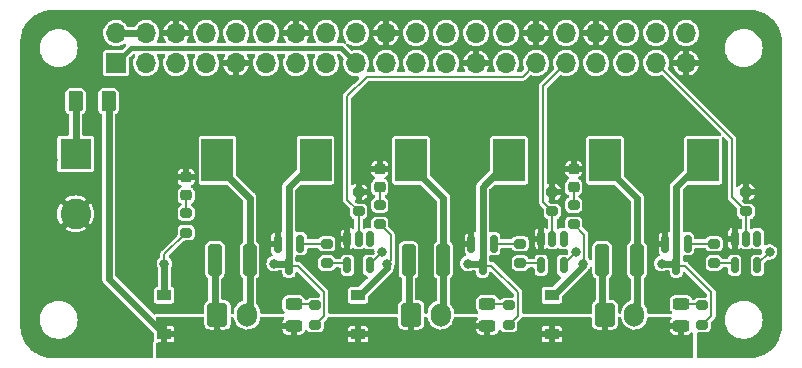
<source format=gbr>
%TF.GenerationSoftware,KiCad,Pcbnew,(6.0.4)*%
%TF.CreationDate,2022-04-02T10:59:53-03:00*%
%TF.ProjectId,SilentFanZeroHAT,53696c65-6e74-4466-916e-5a65726f4841,rev?*%
%TF.SameCoordinates,Original*%
%TF.FileFunction,Copper,L1,Top*%
%TF.FilePolarity,Positive*%
%FSLAX46Y46*%
G04 Gerber Fmt 4.6, Leading zero omitted, Abs format (unit mm)*
G04 Created by KiCad (PCBNEW (6.0.4)) date 2022-04-02 10:59:53*
%MOMM*%
%LPD*%
G01*
G04 APERTURE LIST*
G04 Aperture macros list*
%AMRoundRect*
0 Rectangle with rounded corners*
0 $1 Rounding radius*
0 $2 $3 $4 $5 $6 $7 $8 $9 X,Y pos of 4 corners*
0 Add a 4 corners polygon primitive as box body*
4,1,4,$2,$3,$4,$5,$6,$7,$8,$9,$2,$3,0*
0 Add four circle primitives for the rounded corners*
1,1,$1+$1,$2,$3*
1,1,$1+$1,$4,$5*
1,1,$1+$1,$6,$7*
1,1,$1+$1,$8,$9*
0 Add four rect primitives between the rounded corners*
20,1,$1+$1,$2,$3,$4,$5,0*
20,1,$1+$1,$4,$5,$6,$7,0*
20,1,$1+$1,$6,$7,$8,$9,0*
20,1,$1+$1,$8,$9,$2,$3,0*%
G04 Aperture macros list end*
%TA.AperFunction,SMDPad,CuDef*%
%ADD10R,1.200000X0.900000*%
%TD*%
%TA.AperFunction,ComponentPad*%
%ADD11RoundRect,0.250000X-0.600000X-0.750000X0.600000X-0.750000X0.600000X0.750000X-0.600000X0.750000X0*%
%TD*%
%TA.AperFunction,ComponentPad*%
%ADD12O,1.700000X2.000000*%
%TD*%
%TA.AperFunction,SMDPad,CuDef*%
%ADD13RoundRect,0.200000X-0.275000X0.200000X-0.275000X-0.200000X0.275000X-0.200000X0.275000X0.200000X0*%
%TD*%
%TA.AperFunction,SMDPad,CuDef*%
%ADD14RoundRect,0.150000X-0.150000X0.512500X-0.150000X-0.512500X0.150000X-0.512500X0.150000X0.512500X0*%
%TD*%
%TA.AperFunction,SMDPad,CuDef*%
%ADD15RoundRect,0.200000X0.275000X-0.200000X0.275000X0.200000X-0.275000X0.200000X-0.275000X-0.200000X0*%
%TD*%
%TA.AperFunction,SMDPad,CuDef*%
%ADD16RoundRect,0.243750X-0.456250X0.243750X-0.456250X-0.243750X0.456250X-0.243750X0.456250X0.243750X0*%
%TD*%
%TA.AperFunction,SMDPad,CuDef*%
%ADD17R,2.700000X3.600000*%
%TD*%
%TA.AperFunction,SMDPad,CuDef*%
%ADD18RoundRect,0.150000X-0.150000X0.587500X-0.150000X-0.587500X0.150000X-0.587500X0.150000X0.587500X0*%
%TD*%
%TA.AperFunction,SMDPad,CuDef*%
%ADD19RoundRect,0.225000X0.250000X-0.225000X0.250000X0.225000X-0.250000X0.225000X-0.250000X-0.225000X0*%
%TD*%
%TA.AperFunction,SMDPad,CuDef*%
%ADD20RoundRect,0.250000X-0.375000X-0.625000X0.375000X-0.625000X0.375000X0.625000X-0.375000X0.625000X0*%
%TD*%
%TA.AperFunction,SMDPad,CuDef*%
%ADD21RoundRect,0.250000X-0.325000X-1.100000X0.325000X-1.100000X0.325000X1.100000X-0.325000X1.100000X0*%
%TD*%
%TA.AperFunction,ComponentPad*%
%ADD22R,2.600000X2.600000*%
%TD*%
%TA.AperFunction,ComponentPad*%
%ADD23C,2.600000*%
%TD*%
%TA.AperFunction,ComponentPad*%
%ADD24R,1.700000X1.700000*%
%TD*%
%TA.AperFunction,ComponentPad*%
%ADD25O,1.700000X1.700000*%
%TD*%
%TA.AperFunction,ViaPad*%
%ADD26C,0.800000*%
%TD*%
%TA.AperFunction,Conductor*%
%ADD27C,0.400000*%
%TD*%
%TA.AperFunction,Conductor*%
%ADD28C,0.200000*%
%TD*%
%TA.AperFunction,Conductor*%
%ADD29C,0.600000*%
%TD*%
G04 APERTURE END LIST*
D10*
%TO.P,D4,1,K*%
%TO.N,/Fan_channels/VFAN+*%
X228850000Y-121725000D03*
%TO.P,D4,2,A*%
%TO.N,Net-(D4-Pad2)*%
X228850000Y-118425000D03*
%TD*%
%TO.P,D2,1,K*%
%TO.N,/Fan_channels/VFAN+*%
X212450000Y-121725000D03*
%TO.P,D2,2,A*%
%TO.N,Net-(D2-Pad2)*%
X212450000Y-118425000D03*
%TD*%
D11*
%TO.P,J3,1,Pin_1*%
%TO.N,/Fan_channels/VFAN+*%
X233350000Y-120075000D03*
D12*
%TO.P,J3,2,Pin_2*%
%TO.N,Net-(C3-Pad2)*%
X235850000Y-120075000D03*
%TD*%
D13*
%TO.P,R11,1*%
%TO.N,Net-(Q3-Pad1)*%
X259000000Y-114062500D03*
%TO.P,R11,2*%
%TO.N,Net-(R11-Pad2)*%
X259000000Y-115712500D03*
%TD*%
D14*
%TO.P,U1,1*%
%TO.N,N/C*%
X229850000Y-113625000D03*
%TO.P,U1,2*%
%TO.N,FAN_0*%
X228900000Y-113625000D03*
%TO.P,U1,3,GND*%
%TO.N,GND*%
X227950000Y-113625000D03*
%TO.P,U1,4*%
%TO.N,Net-(R3-Pad2)*%
X227950000Y-115900000D03*
%TO.P,U1,5,VCC*%
%TO.N,+5V*%
X229850000Y-115900000D03*
%TD*%
%TO.P,U3,1*%
%TO.N,N/C*%
X262650000Y-113625000D03*
%TO.P,U3,2*%
%TO.N,FAN_2*%
X261700000Y-113625000D03*
%TO.P,U3,3,GND*%
%TO.N,GND*%
X260750000Y-113625000D03*
%TO.P,U3,4*%
%TO.N,Net-(R11-Pad2)*%
X260750000Y-115900000D03*
%TO.P,U3,5,VCC*%
%TO.N,+5V*%
X262650000Y-115900000D03*
%TD*%
D15*
%TO.P,R12,1*%
%TO.N,FAN_2*%
X261700000Y-111325000D03*
%TO.P,R12,2*%
%TO.N,GND*%
X261700000Y-109675000D03*
%TD*%
%TO.P,R2,1*%
%TO.N,Net-(D2-Pad2)*%
X214300000Y-113125000D03*
%TO.P,R2,2*%
%TO.N,Net-(C2-Pad1)*%
X214300000Y-111475000D03*
%TD*%
D16*
%TO.P,D1,1,K*%
%TO.N,Net-(D1-Pad1)*%
X223400000Y-119162500D03*
%TO.P,D1,2,A*%
%TO.N,/Fan_channels/VFAN+*%
X223400000Y-121037500D03*
%TD*%
D17*
%TO.P,L1,1,1*%
%TO.N,Net-(C1-Pad2)*%
X216950000Y-107000000D03*
%TO.P,L1,2,2*%
%TO.N,Net-(D2-Pad2)*%
X225250000Y-107000000D03*
%TD*%
D18*
%TO.P,Q1,1,G*%
%TO.N,Net-(Q1-Pad1)*%
X223950000Y-114062500D03*
%TO.P,Q1,2,S*%
%TO.N,GND*%
X222050000Y-114062500D03*
%TO.P,Q1,3,D*%
%TO.N,Net-(D2-Pad2)*%
X223000000Y-115937500D03*
%TD*%
D15*
%TO.P,R8,1*%
%TO.N,FAN_1*%
X245300000Y-111325000D03*
%TO.P,R8,2*%
%TO.N,GND*%
X245300000Y-109675000D03*
%TD*%
D17*
%TO.P,L3,1,1*%
%TO.N,Net-(C5-Pad2)*%
X249750000Y-107000000D03*
%TO.P,L3,2,2*%
%TO.N,Net-(D6-Pad2)*%
X258050000Y-107000000D03*
%TD*%
D13*
%TO.P,R5,1*%
%TO.N,Net-(D3-Pad1)*%
X241600000Y-119275000D03*
%TO.P,R5,2*%
%TO.N,Net-(D4-Pad2)*%
X241600000Y-120925000D03*
%TD*%
D18*
%TO.P,Q2,1,G*%
%TO.N,Net-(Q2-Pad1)*%
X240350000Y-114062500D03*
%TO.P,Q2,2,S*%
%TO.N,GND*%
X238450000Y-114062500D03*
%TO.P,Q2,3,D*%
%TO.N,Net-(D4-Pad2)*%
X239400000Y-115937500D03*
%TD*%
D15*
%TO.P,R4,1*%
%TO.N,FAN_0*%
X228900000Y-111325000D03*
%TO.P,R4,2*%
%TO.N,GND*%
X228900000Y-109675000D03*
%TD*%
D19*
%TO.P,C6,1*%
%TO.N,Net-(C6-Pad1)*%
X247100000Y-109275000D03*
%TO.P,C6,2*%
%TO.N,GND*%
X247100000Y-107725000D03*
%TD*%
D11*
%TO.P,J2,1,Pin_1*%
%TO.N,/Fan_channels/VFAN+*%
X216950000Y-120075000D03*
D12*
%TO.P,J2,2,Pin_2*%
%TO.N,Net-(C1-Pad2)*%
X219450000Y-120075000D03*
%TD*%
D20*
%TO.P,F1,1*%
%TO.N,/Fan_channels/VM*%
X204940000Y-102000000D03*
%TO.P,F1,2*%
%TO.N,/Fan_channels/VFAN+*%
X207740000Y-102000000D03*
%TD*%
D19*
%TO.P,C4,1*%
%TO.N,Net-(C4-Pad1)*%
X230700000Y-109275000D03*
%TO.P,C4,2*%
%TO.N,GND*%
X230700000Y-107725000D03*
%TD*%
D11*
%TO.P,J4,1,Pin_1*%
%TO.N,/Fan_channels/VFAN+*%
X249750000Y-120075000D03*
D12*
%TO.P,J4,2,Pin_2*%
%TO.N,Net-(C5-Pad2)*%
X252250000Y-120075000D03*
%TD*%
D21*
%TO.P,C1,1*%
%TO.N,/Fan_channels/VFAN+*%
X216725000Y-115430000D03*
%TO.P,C1,2*%
%TO.N,Net-(C1-Pad2)*%
X219675000Y-115430000D03*
%TD*%
D17*
%TO.P,L2,1,1*%
%TO.N,Net-(C3-Pad2)*%
X233350000Y-107000000D03*
%TO.P,L2,2,2*%
%TO.N,Net-(D4-Pad2)*%
X241650000Y-107000000D03*
%TD*%
D21*
%TO.P,C5,1*%
%TO.N,/Fan_channels/VFAN+*%
X249525000Y-115430000D03*
%TO.P,C5,2*%
%TO.N,Net-(C5-Pad2)*%
X252475000Y-115430000D03*
%TD*%
D13*
%TO.P,R7,1*%
%TO.N,Net-(Q2-Pad1)*%
X242600000Y-114062500D03*
%TO.P,R7,2*%
%TO.N,Net-(R7-Pad2)*%
X242600000Y-115712500D03*
%TD*%
D22*
%TO.P,J1,1,Pin_1*%
%TO.N,/Fan_channels/VM*%
X204940000Y-106460000D03*
D23*
%TO.P,J1,2,Pin_2*%
%TO.N,GND*%
X204940000Y-111540000D03*
%TD*%
D15*
%TO.P,R10,1*%
%TO.N,Net-(D6-Pad2)*%
X247100000Y-112425000D03*
%TO.P,R10,2*%
%TO.N,Net-(C6-Pad1)*%
X247100000Y-110775000D03*
%TD*%
D19*
%TO.P,C2,1*%
%TO.N,Net-(C2-Pad1)*%
X214300000Y-109975000D03*
%TO.P,C2,2*%
%TO.N,GND*%
X214300000Y-108425000D03*
%TD*%
D13*
%TO.P,R1,1*%
%TO.N,Net-(D1-Pad1)*%
X225200000Y-119275000D03*
%TO.P,R1,2*%
%TO.N,Net-(D2-Pad2)*%
X225200000Y-120925000D03*
%TD*%
D16*
%TO.P,D3,1,K*%
%TO.N,Net-(D3-Pad1)*%
X239800000Y-119162500D03*
%TO.P,D3,2,A*%
%TO.N,/Fan_channels/VFAN+*%
X239800000Y-121037500D03*
%TD*%
D15*
%TO.P,R6,1*%
%TO.N,Net-(D4-Pad2)*%
X230700000Y-112425000D03*
%TO.P,R6,2*%
%TO.N,Net-(C4-Pad1)*%
X230700000Y-110775000D03*
%TD*%
D13*
%TO.P,R9,1*%
%TO.N,Net-(D5-Pad1)*%
X258000000Y-119275000D03*
%TO.P,R9,2*%
%TO.N,Net-(D6-Pad2)*%
X258000000Y-120925000D03*
%TD*%
D18*
%TO.P,Q3,1,G*%
%TO.N,Net-(Q3-Pad1)*%
X256750000Y-114062500D03*
%TO.P,Q3,2,S*%
%TO.N,GND*%
X254850000Y-114062500D03*
%TO.P,Q3,3,D*%
%TO.N,Net-(D6-Pad2)*%
X255800000Y-115937500D03*
%TD*%
D21*
%TO.P,C3,1*%
%TO.N,/Fan_channels/VFAN+*%
X233125000Y-115430000D03*
%TO.P,C3,2*%
%TO.N,Net-(C3-Pad2)*%
X236075000Y-115430000D03*
%TD*%
D14*
%TO.P,U2,1*%
%TO.N,N/C*%
X246250000Y-113625000D03*
%TO.P,U2,2*%
%TO.N,FAN_1*%
X245300000Y-113625000D03*
%TO.P,U2,3,GND*%
%TO.N,GND*%
X244350000Y-113625000D03*
%TO.P,U2,4*%
%TO.N,Net-(R7-Pad2)*%
X244350000Y-115900000D03*
%TO.P,U2,5,VCC*%
%TO.N,+5V*%
X246250000Y-115900000D03*
%TD*%
D16*
%TO.P,D5,1,K*%
%TO.N,Net-(D5-Pad1)*%
X256200000Y-119162500D03*
%TO.P,D5,2,A*%
%TO.N,/Fan_channels/VFAN+*%
X256200000Y-121037500D03*
%TD*%
D13*
%TO.P,R3,1*%
%TO.N,Net-(Q1-Pad1)*%
X226200000Y-114062500D03*
%TO.P,R3,2*%
%TO.N,Net-(R3-Pad2)*%
X226200000Y-115712500D03*
%TD*%
D10*
%TO.P,D6,1,K*%
%TO.N,/Fan_channels/VFAN+*%
X245250000Y-121725000D03*
%TO.P,D6,2,A*%
%TO.N,Net-(D6-Pad2)*%
X245250000Y-118425000D03*
%TD*%
D24*
%TO.P,P1,1,Pin_1*%
%TO.N,+3V3*%
X208370000Y-98770000D03*
D25*
%TO.P,P1,2,Pin_2*%
%TO.N,+5V*%
X208370000Y-96230000D03*
%TO.P,P1,3,Pin_3*%
%TO.N,/GPIO2(SDA1)*%
X210910000Y-98770000D03*
%TO.P,P1,4,Pin_4*%
%TO.N,+5V*%
X210910000Y-96230000D03*
%TO.P,P1,5,Pin_5*%
%TO.N,/GPIO3(SCL1)*%
X213450000Y-98770000D03*
%TO.P,P1,6,Pin_6*%
%TO.N,GND*%
X213450000Y-96230000D03*
%TO.P,P1,7,Pin_7*%
%TO.N,/GPIO4(GCLK)*%
X215990000Y-98770000D03*
%TO.P,P1,8,Pin_8*%
%TO.N,/GPIO14(TXD0)*%
X215990000Y-96230000D03*
%TO.P,P1,9,Pin_9*%
%TO.N,GND*%
X218530000Y-98770000D03*
%TO.P,P1,10,Pin_10*%
%TO.N,/GPIO15(RXD0)*%
X218530000Y-96230000D03*
%TO.P,P1,11,Pin_11*%
%TO.N,/GPIO17(GEN0)*%
X221070000Y-98770000D03*
%TO.P,P1,12,Pin_12*%
%TO.N,/GPIO18(GEN1)(PWM0)*%
X221070000Y-96230000D03*
%TO.P,P1,13,Pin_13*%
%TO.N,/GPIO27(GEN2)*%
X223610000Y-98770000D03*
%TO.P,P1,14,Pin_14*%
%TO.N,GND*%
X223610000Y-96230000D03*
%TO.P,P1,15,Pin_15*%
%TO.N,/GPIO22(GEN3)*%
X226150000Y-98770000D03*
%TO.P,P1,16,Pin_16*%
%TO.N,/GPIO23(GEN4)*%
X226150000Y-96230000D03*
%TO.P,P1,17,Pin_17*%
%TO.N,+3V3*%
X228690000Y-98770000D03*
%TO.P,P1,18,Pin_18*%
%TO.N,/GPIO24(GEN5)*%
X228690000Y-96230000D03*
%TO.P,P1,19,Pin_19*%
%TO.N,/GPIO10(SPI0_MOSI)*%
X231230000Y-98770000D03*
%TO.P,P1,20,Pin_20*%
%TO.N,GND*%
X231230000Y-96230000D03*
%TO.P,P1,21,Pin_21*%
%TO.N,/GPIO9(SPI0_MISO)*%
X233770000Y-98770000D03*
%TO.P,P1,22,Pin_22*%
%TO.N,/GPIO25(GEN6)*%
X233770000Y-96230000D03*
%TO.P,P1,23,Pin_23*%
%TO.N,/GPIO11(SPI0_SCK)*%
X236310000Y-98770000D03*
%TO.P,P1,24,Pin_24*%
%TO.N,/GPIO8(SPI0_CE_N)*%
X236310000Y-96230000D03*
%TO.P,P1,25,Pin_25*%
%TO.N,GND*%
X238850000Y-98770000D03*
%TO.P,P1,26,Pin_26*%
%TO.N,/GPIO7(SPI1_CE_N)*%
X238850000Y-96230000D03*
%TO.P,P1,27,Pin_27*%
%TO.N,/ID_SD*%
X241390000Y-98770000D03*
%TO.P,P1,28,Pin_28*%
%TO.N,/ID_SC*%
X241390000Y-96230000D03*
%TO.P,P1,29,Pin_29*%
%TO.N,FAN_0*%
X243930000Y-98770000D03*
%TO.P,P1,30,Pin_30*%
%TO.N,GND*%
X243930000Y-96230000D03*
%TO.P,P1,31,Pin_31*%
%TO.N,FAN_1*%
X246470000Y-98770000D03*
%TO.P,P1,32,Pin_32*%
%TO.N,/GPIO12(PWM0)*%
X246470000Y-96230000D03*
%TO.P,P1,33,Pin_33*%
%TO.N,/GPIO13(PWM1)*%
X249010000Y-98770000D03*
%TO.P,P1,34,Pin_34*%
%TO.N,GND*%
X249010000Y-96230000D03*
%TO.P,P1,35,Pin_35*%
%TO.N,/GPIO19(SPI1_MISO)*%
X251550000Y-98770000D03*
%TO.P,P1,36,Pin_36*%
%TO.N,/GPIO16*%
X251550000Y-96230000D03*
%TO.P,P1,37,Pin_37*%
%TO.N,FAN_2*%
X254090000Y-98770000D03*
%TO.P,P1,38,Pin_38*%
%TO.N,/GPIO20(SPI1_MOSI)*%
X254090000Y-96230000D03*
%TO.P,P1,39,Pin_39*%
%TO.N,GND*%
X256630000Y-98770000D03*
%TO.P,P1,40,Pin_40*%
%TO.N,/GPIO21(SPI1_SCK)*%
X256630000Y-96230000D03*
%TD*%
D26*
%TO.N,GND*%
X234000000Y-111000000D03*
X201000000Y-107000000D03*
X203000000Y-109000000D03*
X211000000Y-123000000D03*
X219000000Y-101000000D03*
X240000000Y-103000000D03*
X238000000Y-111000000D03*
X217000000Y-103000000D03*
X213000000Y-109000000D03*
X221000000Y-105000000D03*
X227000000Y-111000000D03*
X205000000Y-117000000D03*
X211000000Y-107000000D03*
X215000000Y-103000000D03*
X225000000Y-103000000D03*
X252000000Y-107000000D03*
X254000000Y-109000000D03*
X207000000Y-121000000D03*
X211000000Y-109000000D03*
X227000000Y-103000000D03*
X238000000Y-109000000D03*
X249000000Y-111000000D03*
X238000000Y-105000000D03*
X203000000Y-115000000D03*
X234000000Y-101000000D03*
X209000000Y-107000000D03*
X201000000Y-101000000D03*
X207000000Y-95000000D03*
X203000000Y-95000000D03*
X240000000Y-101000000D03*
X205000000Y-115000000D03*
X246000000Y-105000000D03*
X201000000Y-113000000D03*
X201000000Y-109000000D03*
X230000000Y-103000000D03*
X246000000Y-101000000D03*
X207000000Y-119000000D03*
X203000000Y-105000000D03*
X262000000Y-107000000D03*
X254000000Y-101000000D03*
X211000000Y-101000000D03*
X238000000Y-103000000D03*
X258000000Y-111000000D03*
X258000000Y-95000000D03*
X248000000Y-103000000D03*
X209000000Y-105000000D03*
X260000000Y-111000000D03*
X248000000Y-101000000D03*
X254000000Y-111000000D03*
X262000000Y-95000000D03*
X211000000Y-115000000D03*
X260000000Y-101000000D03*
X258000000Y-97000000D03*
X250000000Y-101000000D03*
X254000000Y-107000000D03*
X205000000Y-95000000D03*
X236000000Y-105000000D03*
X236000000Y-107000000D03*
X201000000Y-121000000D03*
X203000000Y-103000000D03*
X203000000Y-111000000D03*
X256000000Y-105000000D03*
X209000000Y-113000000D03*
X223000000Y-105000000D03*
X209000000Y-109000000D03*
X238000000Y-111000000D03*
X209000000Y-123000000D03*
X210000000Y-117000000D03*
X223000000Y-103000000D03*
X201000000Y-105000000D03*
X260000000Y-95000000D03*
X262000000Y-105000000D03*
X201000000Y-111000000D03*
X264000000Y-105000000D03*
X264000000Y-101000000D03*
X203000000Y-113000000D03*
X221000000Y-111000000D03*
X221000000Y-101000000D03*
X260000000Y-99000000D03*
X236000000Y-103000000D03*
X230000000Y-101000000D03*
X262000000Y-101000000D03*
X219000000Y-105000000D03*
X225000000Y-101000000D03*
X234000000Y-103000000D03*
X201000000Y-97000000D03*
X211000000Y-113000000D03*
X215000000Y-101000000D03*
X264000000Y-97000000D03*
X209000000Y-121000000D03*
X221000000Y-103000000D03*
X254000000Y-109000000D03*
X260000000Y-103000000D03*
X225000000Y-111000000D03*
X251000000Y-111000000D03*
X201000000Y-103000000D03*
X217000000Y-101000000D03*
X219000000Y-103000000D03*
X232000000Y-101000000D03*
X205000000Y-123000000D03*
X252000000Y-105000000D03*
X264000000Y-107000000D03*
X213000000Y-111000000D03*
X246000000Y-107000000D03*
X203000000Y-107000000D03*
X203000000Y-101000000D03*
X264000000Y-99000000D03*
X201000000Y-117000000D03*
X243000000Y-111000000D03*
X203000000Y-123000000D03*
X258000000Y-101000000D03*
X243000000Y-111000000D03*
X236000000Y-101000000D03*
X254000000Y-105000000D03*
X242000000Y-103000000D03*
X264000000Y-103000000D03*
X238000000Y-107000000D03*
X221000000Y-107000000D03*
X256000000Y-103000000D03*
X256000000Y-107000000D03*
X221000000Y-109000000D03*
X242000000Y-101000000D03*
X246000000Y-103000000D03*
X213000000Y-101000000D03*
X223000000Y-107000000D03*
X230000000Y-105000000D03*
X201000000Y-119000000D03*
X201000000Y-99000000D03*
X250000000Y-103000000D03*
X211000000Y-111000000D03*
X232000000Y-111000000D03*
X262000000Y-103000000D03*
X203000000Y-117000000D03*
X207000000Y-123000000D03*
X227000000Y-101000000D03*
X219000000Y-107000000D03*
X209000000Y-115000000D03*
X201000000Y-115000000D03*
X232000000Y-103000000D03*
X213000000Y-113000000D03*
X205000000Y-99000000D03*
X254000000Y-103000000D03*
X252000000Y-103000000D03*
X252000000Y-101000000D03*
X254000000Y-101000000D03*
X223000000Y-101000000D03*
X238000000Y-101000000D03*
X241000000Y-111000000D03*
X213000000Y-103000000D03*
X209000000Y-111000000D03*
%TO.N,+5V*%
X247300000Y-114762500D03*
X230900000Y-114762500D03*
X263700000Y-114762500D03*
%TO.N,Net-(D2-Pad2)*%
X221750000Y-115750000D03*
X212450000Y-115750000D03*
%TO.N,Net-(D4-Pad2)*%
X238150000Y-115750000D03*
X231300000Y-115750000D03*
%TO.N,Net-(D6-Pad2)*%
X254550000Y-115750000D03*
X247900000Y-115750000D03*
%TD*%
D27*
%TO.N,+3V3*%
X208370000Y-98770000D02*
X209619511Y-97520489D01*
X209619511Y-97520489D02*
X227440489Y-97520489D01*
X227440489Y-97520489D02*
X228690000Y-98770000D01*
D28*
%TO.N,+5V*%
X229850000Y-115812500D02*
X230900000Y-114762500D01*
D29*
X208370000Y-96230000D02*
X210910000Y-96230000D01*
D28*
X246250000Y-115900000D02*
X246250000Y-115812500D01*
X262650000Y-115812500D02*
X263700000Y-114762500D01*
X262650000Y-115900000D02*
X262650000Y-115812500D01*
X246250000Y-115812500D02*
X247300000Y-114762500D01*
X229850000Y-115900000D02*
X229850000Y-115812500D01*
%TO.N,FAN_0*%
X229580489Y-99919511D02*
X227900000Y-101600000D01*
X242780489Y-99919511D02*
X229580489Y-99919511D01*
X227900000Y-101600000D02*
X227900000Y-110325000D01*
X227900000Y-110325000D02*
X228900000Y-111325000D01*
X228900000Y-113625000D02*
X228900000Y-111325000D01*
X243930000Y-98770000D02*
X242780489Y-99919511D01*
D29*
%TO.N,/Fan_channels/VFAN+*%
X207740000Y-102000000D02*
X207740000Y-117015000D01*
X207740000Y-117015000D02*
X212450000Y-121725000D01*
X216725000Y-119850000D02*
X216950000Y-120075000D01*
X216725000Y-115430000D02*
X216725000Y-119850000D01*
X233125000Y-115430000D02*
X233125000Y-119850000D01*
X249525000Y-115430000D02*
X249525000Y-119850000D01*
X233125000Y-119850000D02*
X233350000Y-120075000D01*
X249525000Y-119850000D02*
X249750000Y-120075000D01*
D28*
%TO.N,FAN_1*%
X244500000Y-100740000D02*
X244500000Y-110525000D01*
X246470000Y-98770000D02*
X244500000Y-100740000D01*
X245300000Y-113625000D02*
X245300000Y-111325000D01*
X244500000Y-110525000D02*
X245300000Y-111325000D01*
D29*
%TO.N,Net-(C1-Pad2)*%
X219675000Y-110175000D02*
X216950000Y-107450000D01*
X219675000Y-119850000D02*
X219450000Y-120075000D01*
X219675000Y-115430000D02*
X219675000Y-119850000D01*
X216950000Y-107450000D02*
X216950000Y-107000000D01*
X219675000Y-115430000D02*
X219675000Y-110175000D01*
D28*
%TO.N,Net-(D2-Pad2)*%
X225200000Y-120925000D02*
X225974520Y-120150480D01*
D29*
X223000000Y-109250000D02*
X223000000Y-115937500D01*
D28*
X225974520Y-120150480D02*
X225974520Y-118174520D01*
X223737500Y-115937500D02*
X223000000Y-115937500D01*
X212450000Y-114975000D02*
X214300000Y-113125000D01*
X225974520Y-118174520D02*
X223737500Y-115937500D01*
X212450000Y-115750000D02*
X212450000Y-114975000D01*
X222812500Y-115750000D02*
X223000000Y-115937500D01*
D29*
X225250000Y-107000000D02*
X223000000Y-109250000D01*
X212450000Y-115750000D02*
X212450000Y-118425000D01*
X221750000Y-115750000D02*
X222812500Y-115750000D01*
D28*
%TO.N,Net-(D3-Pad1)*%
X241487500Y-119162500D02*
X241600000Y-119275000D01*
X239800000Y-119162500D02*
X241487500Y-119162500D01*
%TO.N,Net-(C2-Pad1)*%
X214300000Y-109975000D02*
X214300000Y-111475000D01*
D29*
%TO.N,/Fan_channels/VM*%
X204940000Y-106460000D02*
X204940000Y-102000000D01*
%TO.N,Net-(C3-Pad2)*%
X236075000Y-119850000D02*
X235850000Y-120075000D01*
X236075000Y-110175000D02*
X233350000Y-107450000D01*
X236075000Y-115430000D02*
X236075000Y-110175000D01*
X233350000Y-107450000D02*
X233350000Y-107000000D01*
X236075000Y-115430000D02*
X236075000Y-119850000D01*
D28*
%TO.N,Net-(C4-Pad1)*%
X230700000Y-110775000D02*
X230700000Y-109275000D01*
%TO.N,Net-(Q1-Pad1)*%
X226200000Y-114062500D02*
X223950000Y-114062500D01*
%TO.N,Net-(Q2-Pad1)*%
X242600000Y-114062500D02*
X240350000Y-114062500D01*
%TO.N,Net-(R7-Pad2)*%
X242600000Y-115712500D02*
X244162500Y-115712500D01*
X244162500Y-115712500D02*
X244350000Y-115900000D01*
D29*
%TO.N,Net-(C5-Pad2)*%
X252475000Y-115430000D02*
X252475000Y-119850000D01*
X252475000Y-119850000D02*
X252250000Y-120075000D01*
X252475000Y-115430000D02*
X252475000Y-110175000D01*
X252475000Y-110175000D02*
X249750000Y-107450000D01*
X249750000Y-107450000D02*
X249750000Y-107000000D01*
D28*
%TO.N,Net-(C6-Pad1)*%
X247100000Y-109275000D02*
X247100000Y-110775000D01*
%TO.N,Net-(D1-Pad1)*%
X225087500Y-119162500D02*
X225200000Y-119275000D01*
X223400000Y-119162500D02*
X225087500Y-119162500D01*
%TO.N,Net-(D4-Pad2)*%
X241600000Y-120925000D02*
X242374520Y-120150480D01*
X231599511Y-113324511D02*
X231599511Y-115450489D01*
X240137500Y-115937500D02*
X239400000Y-115937500D01*
D29*
X239400000Y-109250000D02*
X239400000Y-115937500D01*
D28*
X242374520Y-120150480D02*
X242374520Y-118174520D01*
D29*
X229000000Y-118425000D02*
X231300000Y-116125000D01*
X239212500Y-115750000D02*
X239400000Y-115937500D01*
X238150000Y-115750000D02*
X239212500Y-115750000D01*
X231300000Y-116125000D02*
X231300000Y-115750000D01*
X228850000Y-118425000D02*
X229000000Y-118425000D01*
D28*
X231599511Y-115450489D02*
X231300000Y-115750000D01*
D29*
X241650000Y-107000000D02*
X239400000Y-109250000D01*
D28*
X242374520Y-118174520D02*
X240137500Y-115937500D01*
X230700000Y-112425000D02*
X231599511Y-113324511D01*
%TO.N,Net-(D5-Pad1)*%
X256200000Y-119162500D02*
X257887500Y-119162500D01*
X257887500Y-119162500D02*
X258000000Y-119275000D01*
%TO.N,Net-(D6-Pad2)*%
X258774520Y-120150480D02*
X258774520Y-118174520D01*
D29*
X247900000Y-115925000D02*
X247900000Y-115750000D01*
X255612500Y-115750000D02*
X255800000Y-115937500D01*
D28*
X247999511Y-115650489D02*
X247900000Y-115750000D01*
X258000000Y-120925000D02*
X258774520Y-120150480D01*
X247100000Y-112425000D02*
X247999511Y-113324511D01*
D29*
X255800000Y-109250000D02*
X255800000Y-115937500D01*
X245400000Y-118425000D02*
X247900000Y-115925000D01*
D28*
X256537500Y-115937500D02*
X255800000Y-115937500D01*
D29*
X258050000Y-107000000D02*
X255800000Y-109250000D01*
X245250000Y-118425000D02*
X245250000Y-118400000D01*
D28*
X247999511Y-113324511D02*
X247999511Y-115650489D01*
D29*
X245250000Y-118425000D02*
X245400000Y-118425000D01*
X254550000Y-115750000D02*
X255612500Y-115750000D01*
D28*
X258774520Y-118174520D02*
X256537500Y-115937500D01*
%TO.N,Net-(Q3-Pad1)*%
X259000000Y-114062500D02*
X256750000Y-114062500D01*
%TO.N,Net-(R3-Pad2)*%
X226200000Y-115712500D02*
X227762500Y-115712500D01*
X227762500Y-115712500D02*
X227950000Y-115900000D01*
%TO.N,Net-(R11-Pad2)*%
X260562500Y-115712500D02*
X260750000Y-115900000D01*
X259000000Y-115712500D02*
X260562500Y-115712500D01*
%TO.N,FAN_2*%
X260500000Y-105180000D02*
X260500000Y-110125000D01*
X261700000Y-113625000D02*
X261700000Y-111325000D01*
X254090000Y-98770000D02*
X260500000Y-105180000D01*
X260500000Y-110125000D02*
X261700000Y-111325000D01*
%TD*%
%TA.AperFunction,Conductor*%
%TO.N,/Fan_channels/VFAN+*%
G36*
X215788122Y-120270002D02*
G01*
X215834615Y-120323658D01*
X215846001Y-120376000D01*
X215846001Y-120869292D01*
X215846370Y-120876110D01*
X215851841Y-120926482D01*
X215855470Y-120941741D01*
X215900222Y-121061118D01*
X215908754Y-121076704D01*
X215984572Y-121177867D01*
X215997133Y-121190428D01*
X216098296Y-121266246D01*
X216113882Y-121274778D01*
X216233265Y-121319533D01*
X216248510Y-121323158D01*
X216298892Y-121328631D01*
X216305706Y-121329000D01*
X216677885Y-121329000D01*
X216693124Y-121324525D01*
X216694329Y-121323135D01*
X216696000Y-121315452D01*
X216696000Y-120250000D01*
X217204000Y-120250000D01*
X217204000Y-121310884D01*
X217208475Y-121326123D01*
X217209865Y-121327328D01*
X217217548Y-121328999D01*
X217594292Y-121328999D01*
X217601110Y-121328630D01*
X217651482Y-121323159D01*
X217666741Y-121319530D01*
X217786118Y-121274778D01*
X217801704Y-121266246D01*
X217902867Y-121190428D01*
X217915428Y-121177867D01*
X217991246Y-121076704D01*
X217999778Y-121061118D01*
X218044533Y-120941735D01*
X218048158Y-120926490D01*
X218053631Y-120876108D01*
X218054000Y-120869294D01*
X218054000Y-120376000D01*
X218074002Y-120307879D01*
X218127658Y-120261386D01*
X218180000Y-120250000D01*
X218228311Y-120250000D01*
X218296432Y-120270002D01*
X218342925Y-120323658D01*
X218353741Y-120364031D01*
X218360493Y-120434806D01*
X218362183Y-120440566D01*
X218362183Y-120440567D01*
X218405228Y-120587294D01*
X218419823Y-120637042D01*
X218422573Y-120642381D01*
X218505556Y-120803502D01*
X218516324Y-120824410D01*
X218520028Y-120829125D01*
X218642808Y-120985432D01*
X218642812Y-120985436D01*
X218646514Y-120990149D01*
X218651044Y-120994080D01*
X218651045Y-120994081D01*
X218801165Y-121124350D01*
X218801170Y-121124354D01*
X218805696Y-121128281D01*
X218988126Y-121233819D01*
X219187222Y-121302957D01*
X219193155Y-121303817D01*
X219193158Y-121303818D01*
X219389860Y-121332338D01*
X219389863Y-121332338D01*
X219395800Y-121333199D01*
X219574204Y-121324942D01*
X222446001Y-121324942D01*
X222446370Y-121331760D01*
X222451759Y-121381376D01*
X222455388Y-121396635D01*
X222499511Y-121514335D01*
X222508043Y-121529920D01*
X222582787Y-121629650D01*
X222595350Y-121642213D01*
X222695080Y-121716957D01*
X222710665Y-121725489D01*
X222828371Y-121769615D01*
X222843617Y-121773240D01*
X222893242Y-121778631D01*
X222900056Y-121779000D01*
X223127885Y-121779000D01*
X223143124Y-121774525D01*
X223144329Y-121773135D01*
X223146000Y-121765452D01*
X223146000Y-121309615D01*
X223141525Y-121294376D01*
X223140135Y-121293171D01*
X223132452Y-121291500D01*
X222464116Y-121291500D01*
X222448877Y-121295975D01*
X222447672Y-121297365D01*
X222446001Y-121305048D01*
X222446001Y-121324942D01*
X219574204Y-121324942D01*
X219606333Y-121323455D01*
X219612157Y-121322051D01*
X219612160Y-121322051D01*
X219805393Y-121275482D01*
X219805395Y-121275481D01*
X219811226Y-121274076D01*
X219816684Y-121271594D01*
X219816688Y-121271593D01*
X219949674Y-121211127D01*
X220003084Y-121186843D01*
X220174986Y-121064904D01*
X220320728Y-120912660D01*
X220377710Y-120824410D01*
X220431800Y-120740640D01*
X220431801Y-120740637D01*
X220435052Y-120735603D01*
X220513834Y-120540122D01*
X220514982Y-120534241D01*
X220514984Y-120534236D01*
X220550601Y-120351850D01*
X220583289Y-120288826D01*
X220644861Y-120253479D01*
X220674265Y-120250000D01*
X222477303Y-120250000D01*
X222545424Y-120270002D01*
X222591917Y-120323658D01*
X222602021Y-120393932D01*
X222578129Y-120451565D01*
X222508043Y-120545079D01*
X222499511Y-120560665D01*
X222455385Y-120678371D01*
X222451760Y-120693617D01*
X222446369Y-120743242D01*
X222446000Y-120750056D01*
X222446000Y-120765385D01*
X222450475Y-120780624D01*
X222451865Y-120781829D01*
X222459548Y-120783500D01*
X223528000Y-120783500D01*
X223596121Y-120803502D01*
X223642614Y-120857158D01*
X223654000Y-120909500D01*
X223654000Y-121760884D01*
X223658475Y-121776123D01*
X223659865Y-121777328D01*
X223667548Y-121778999D01*
X223899942Y-121778999D01*
X223906760Y-121778630D01*
X223956376Y-121773241D01*
X223971635Y-121769612D01*
X224089335Y-121725489D01*
X224104920Y-121716957D01*
X224204650Y-121642213D01*
X224217213Y-121629650D01*
X224291957Y-121529920D01*
X224300489Y-121514335D01*
X224335858Y-121419988D01*
X224378499Y-121363223D01*
X224445060Y-121338523D01*
X224514409Y-121353730D01*
X224555191Y-121389358D01*
X224594395Y-121442436D01*
X224594398Y-121442439D01*
X224599990Y-121450010D01*
X224709924Y-121531209D01*
X224838873Y-121576493D01*
X224846515Y-121577215D01*
X224846518Y-121577216D01*
X224861421Y-121578624D01*
X224870685Y-121579500D01*
X225199777Y-121579500D01*
X225529314Y-121579499D01*
X225532262Y-121579220D01*
X225532271Y-121579220D01*
X225553478Y-121577216D01*
X225553480Y-121577216D01*
X225561127Y-121576493D01*
X225690076Y-121531209D01*
X225796118Y-121452885D01*
X227996000Y-121452885D01*
X228000475Y-121468124D01*
X228001865Y-121469329D01*
X228009548Y-121471000D01*
X228577885Y-121471000D01*
X228593124Y-121466525D01*
X228594329Y-121465135D01*
X228596000Y-121457452D01*
X228596000Y-121452885D01*
X229104000Y-121452885D01*
X229108475Y-121468124D01*
X229109865Y-121469329D01*
X229117548Y-121471000D01*
X229685884Y-121471000D01*
X229701123Y-121466525D01*
X229702328Y-121465135D01*
X229703999Y-121457452D01*
X229703999Y-121256172D01*
X229702791Y-121243912D01*
X229691685Y-121188069D01*
X229682367Y-121165573D01*
X229640017Y-121102192D01*
X229622808Y-121084983D01*
X229559425Y-121042632D01*
X229536934Y-121033316D01*
X229481085Y-121022207D01*
X229468830Y-121021000D01*
X229122115Y-121021000D01*
X229106876Y-121025475D01*
X229105671Y-121026865D01*
X229104000Y-121034548D01*
X229104000Y-121452885D01*
X228596000Y-121452885D01*
X228596000Y-121039116D01*
X228591525Y-121023877D01*
X228590135Y-121022672D01*
X228582452Y-121021001D01*
X228231172Y-121021001D01*
X228218912Y-121022209D01*
X228163069Y-121033315D01*
X228140573Y-121042633D01*
X228077192Y-121084983D01*
X228059983Y-121102192D01*
X228017632Y-121165575D01*
X228008316Y-121188066D01*
X227997207Y-121243915D01*
X227996000Y-121256170D01*
X227996000Y-121452885D01*
X225796118Y-121452885D01*
X225800010Y-121450010D01*
X225881209Y-121340076D01*
X225926493Y-121211127D01*
X225929500Y-121179315D01*
X225929499Y-120749030D01*
X225949501Y-120680910D01*
X225966404Y-120659935D01*
X226188943Y-120437396D01*
X226204429Y-120424888D01*
X226207654Y-120421954D01*
X226216402Y-120416305D01*
X226235523Y-120392050D01*
X226239081Y-120388047D01*
X226238981Y-120387962D01*
X226242334Y-120384005D01*
X226246015Y-120380324D01*
X226256384Y-120365815D01*
X226259946Y-120361071D01*
X226283017Y-120331805D01*
X226283019Y-120331801D01*
X226289466Y-120323623D01*
X226291874Y-120316766D01*
X226295106Y-120311629D01*
X226297272Y-120308598D01*
X226299198Y-120309974D01*
X226337438Y-120268191D01*
X226402655Y-120250000D01*
X232120001Y-120250000D01*
X232188122Y-120270002D01*
X232234615Y-120323658D01*
X232246001Y-120376000D01*
X232246001Y-120869292D01*
X232246370Y-120876110D01*
X232251841Y-120926482D01*
X232255470Y-120941741D01*
X232300222Y-121061118D01*
X232308754Y-121076704D01*
X232384572Y-121177867D01*
X232397133Y-121190428D01*
X232498296Y-121266246D01*
X232513882Y-121274778D01*
X232633265Y-121319533D01*
X232648510Y-121323158D01*
X232698892Y-121328631D01*
X232705706Y-121329000D01*
X233077885Y-121329000D01*
X233093124Y-121324525D01*
X233094329Y-121323135D01*
X233096000Y-121315452D01*
X233096000Y-120250000D01*
X233604000Y-120250000D01*
X233604000Y-121310884D01*
X233608475Y-121326123D01*
X233609865Y-121327328D01*
X233617548Y-121328999D01*
X233994292Y-121328999D01*
X234001110Y-121328630D01*
X234051482Y-121323159D01*
X234066741Y-121319530D01*
X234186118Y-121274778D01*
X234201704Y-121266246D01*
X234302867Y-121190428D01*
X234315428Y-121177867D01*
X234391246Y-121076704D01*
X234399778Y-121061118D01*
X234444533Y-120941735D01*
X234448158Y-120926490D01*
X234453631Y-120876108D01*
X234454000Y-120869294D01*
X234454000Y-120376000D01*
X234474002Y-120307879D01*
X234527658Y-120261386D01*
X234580000Y-120250000D01*
X234628311Y-120250000D01*
X234696432Y-120270002D01*
X234742925Y-120323658D01*
X234753741Y-120364031D01*
X234760493Y-120434806D01*
X234762183Y-120440566D01*
X234762183Y-120440567D01*
X234805228Y-120587294D01*
X234819823Y-120637042D01*
X234822573Y-120642381D01*
X234905556Y-120803502D01*
X234916324Y-120824410D01*
X234920028Y-120829125D01*
X235042808Y-120985432D01*
X235042812Y-120985436D01*
X235046514Y-120990149D01*
X235051044Y-120994080D01*
X235051045Y-120994081D01*
X235201165Y-121124350D01*
X235201170Y-121124354D01*
X235205696Y-121128281D01*
X235388126Y-121233819D01*
X235587222Y-121302957D01*
X235593155Y-121303817D01*
X235593158Y-121303818D01*
X235789860Y-121332338D01*
X235789863Y-121332338D01*
X235795800Y-121333199D01*
X235974204Y-121324942D01*
X238846001Y-121324942D01*
X238846370Y-121331760D01*
X238851759Y-121381376D01*
X238855388Y-121396635D01*
X238899511Y-121514335D01*
X238908043Y-121529920D01*
X238982787Y-121629650D01*
X238995350Y-121642213D01*
X239095080Y-121716957D01*
X239110665Y-121725489D01*
X239228371Y-121769615D01*
X239243617Y-121773240D01*
X239293242Y-121778631D01*
X239300056Y-121779000D01*
X239527885Y-121779000D01*
X239543124Y-121774525D01*
X239544329Y-121773135D01*
X239546000Y-121765452D01*
X239546000Y-121309615D01*
X239541525Y-121294376D01*
X239540135Y-121293171D01*
X239532452Y-121291500D01*
X238864116Y-121291500D01*
X238848877Y-121295975D01*
X238847672Y-121297365D01*
X238846001Y-121305048D01*
X238846001Y-121324942D01*
X235974204Y-121324942D01*
X236006333Y-121323455D01*
X236012157Y-121322051D01*
X236012160Y-121322051D01*
X236205393Y-121275482D01*
X236205395Y-121275481D01*
X236211226Y-121274076D01*
X236216684Y-121271594D01*
X236216688Y-121271593D01*
X236349674Y-121211127D01*
X236403084Y-121186843D01*
X236574986Y-121064904D01*
X236720728Y-120912660D01*
X236777710Y-120824410D01*
X236831800Y-120740640D01*
X236831801Y-120740637D01*
X236835052Y-120735603D01*
X236913834Y-120540122D01*
X236914982Y-120534241D01*
X236914984Y-120534236D01*
X236950601Y-120351850D01*
X236983289Y-120288826D01*
X237044861Y-120253479D01*
X237074265Y-120250000D01*
X238877303Y-120250000D01*
X238945424Y-120270002D01*
X238991917Y-120323658D01*
X239002021Y-120393932D01*
X238978129Y-120451565D01*
X238908043Y-120545079D01*
X238899511Y-120560665D01*
X238855385Y-120678371D01*
X238851760Y-120693617D01*
X238846369Y-120743242D01*
X238846000Y-120750056D01*
X238846000Y-120765385D01*
X238850475Y-120780624D01*
X238851865Y-120781829D01*
X238859548Y-120783500D01*
X239928000Y-120783500D01*
X239996121Y-120803502D01*
X240042614Y-120857158D01*
X240054000Y-120909500D01*
X240054000Y-121760884D01*
X240058475Y-121776123D01*
X240059865Y-121777328D01*
X240067548Y-121778999D01*
X240299942Y-121778999D01*
X240306760Y-121778630D01*
X240356376Y-121773241D01*
X240371635Y-121769612D01*
X240489335Y-121725489D01*
X240504920Y-121716957D01*
X240604650Y-121642213D01*
X240617213Y-121629650D01*
X240691957Y-121529920D01*
X240700489Y-121514335D01*
X240735858Y-121419988D01*
X240778499Y-121363223D01*
X240845060Y-121338523D01*
X240914409Y-121353730D01*
X240955191Y-121389358D01*
X240994395Y-121442436D01*
X240994398Y-121442439D01*
X240999990Y-121450010D01*
X241109924Y-121531209D01*
X241238873Y-121576493D01*
X241246515Y-121577215D01*
X241246518Y-121577216D01*
X241261421Y-121578624D01*
X241270685Y-121579500D01*
X241599777Y-121579500D01*
X241929314Y-121579499D01*
X241932262Y-121579220D01*
X241932271Y-121579220D01*
X241953478Y-121577216D01*
X241953480Y-121577216D01*
X241961127Y-121576493D01*
X242090076Y-121531209D01*
X242196118Y-121452885D01*
X244396000Y-121452885D01*
X244400475Y-121468124D01*
X244401865Y-121469329D01*
X244409548Y-121471000D01*
X244977885Y-121471000D01*
X244993124Y-121466525D01*
X244994329Y-121465135D01*
X244996000Y-121457452D01*
X244996000Y-121452885D01*
X245504000Y-121452885D01*
X245508475Y-121468124D01*
X245509865Y-121469329D01*
X245517548Y-121471000D01*
X246085884Y-121471000D01*
X246101123Y-121466525D01*
X246102328Y-121465135D01*
X246103999Y-121457452D01*
X246103999Y-121256172D01*
X246102791Y-121243912D01*
X246091685Y-121188069D01*
X246082367Y-121165573D01*
X246040017Y-121102192D01*
X246022808Y-121084983D01*
X245959425Y-121042632D01*
X245936934Y-121033316D01*
X245881085Y-121022207D01*
X245868830Y-121021000D01*
X245522115Y-121021000D01*
X245506876Y-121025475D01*
X245505671Y-121026865D01*
X245504000Y-121034548D01*
X245504000Y-121452885D01*
X244996000Y-121452885D01*
X244996000Y-121039116D01*
X244991525Y-121023877D01*
X244990135Y-121022672D01*
X244982452Y-121021001D01*
X244631172Y-121021001D01*
X244618912Y-121022209D01*
X244563069Y-121033315D01*
X244540573Y-121042633D01*
X244477192Y-121084983D01*
X244459983Y-121102192D01*
X244417632Y-121165575D01*
X244408316Y-121188066D01*
X244397207Y-121243915D01*
X244396000Y-121256170D01*
X244396000Y-121452885D01*
X242196118Y-121452885D01*
X242200010Y-121450010D01*
X242281209Y-121340076D01*
X242326493Y-121211127D01*
X242329500Y-121179315D01*
X242329499Y-120749030D01*
X242349501Y-120680910D01*
X242366404Y-120659935D01*
X242588943Y-120437396D01*
X242604429Y-120424888D01*
X242607654Y-120421954D01*
X242616402Y-120416305D01*
X242635523Y-120392050D01*
X242639081Y-120388047D01*
X242638981Y-120387962D01*
X242642334Y-120384005D01*
X242646015Y-120380324D01*
X242656384Y-120365815D01*
X242659946Y-120361071D01*
X242683017Y-120331805D01*
X242683019Y-120331801D01*
X242689466Y-120323623D01*
X242691874Y-120316766D01*
X242695106Y-120311629D01*
X242697272Y-120308598D01*
X242699198Y-120309974D01*
X242737438Y-120268191D01*
X242802655Y-120250000D01*
X248520001Y-120250000D01*
X248588122Y-120270002D01*
X248634615Y-120323658D01*
X248646001Y-120376000D01*
X248646001Y-120869292D01*
X248646370Y-120876110D01*
X248651841Y-120926482D01*
X248655470Y-120941741D01*
X248700222Y-121061118D01*
X248708754Y-121076704D01*
X248784572Y-121177867D01*
X248797133Y-121190428D01*
X248898296Y-121266246D01*
X248913882Y-121274778D01*
X249033265Y-121319533D01*
X249048510Y-121323158D01*
X249098892Y-121328631D01*
X249105706Y-121329000D01*
X249477885Y-121329000D01*
X249493124Y-121324525D01*
X249494329Y-121323135D01*
X249496000Y-121315452D01*
X249496000Y-120250000D01*
X250004000Y-120250000D01*
X250004000Y-121310884D01*
X250008475Y-121326123D01*
X250009865Y-121327328D01*
X250017548Y-121328999D01*
X250394292Y-121328999D01*
X250401110Y-121328630D01*
X250451482Y-121323159D01*
X250466741Y-121319530D01*
X250586118Y-121274778D01*
X250601704Y-121266246D01*
X250702867Y-121190428D01*
X250715428Y-121177867D01*
X250791246Y-121076704D01*
X250799778Y-121061118D01*
X250844533Y-120941735D01*
X250848158Y-120926490D01*
X250853631Y-120876108D01*
X250854000Y-120869294D01*
X250854000Y-120376000D01*
X250874002Y-120307879D01*
X250927658Y-120261386D01*
X250980000Y-120250000D01*
X251028311Y-120250000D01*
X251096432Y-120270002D01*
X251142925Y-120323658D01*
X251153741Y-120364031D01*
X251160493Y-120434806D01*
X251162183Y-120440566D01*
X251162183Y-120440567D01*
X251205228Y-120587294D01*
X251219823Y-120637042D01*
X251222573Y-120642381D01*
X251305556Y-120803502D01*
X251316324Y-120824410D01*
X251320028Y-120829125D01*
X251442808Y-120985432D01*
X251442812Y-120985436D01*
X251446514Y-120990149D01*
X251451044Y-120994080D01*
X251451045Y-120994081D01*
X251601165Y-121124350D01*
X251601170Y-121124354D01*
X251605696Y-121128281D01*
X251788126Y-121233819D01*
X251987222Y-121302957D01*
X251993155Y-121303817D01*
X251993158Y-121303818D01*
X252189860Y-121332338D01*
X252189863Y-121332338D01*
X252195800Y-121333199D01*
X252374204Y-121324942D01*
X255246001Y-121324942D01*
X255246370Y-121331760D01*
X255251759Y-121381376D01*
X255255388Y-121396635D01*
X255299511Y-121514335D01*
X255308043Y-121529920D01*
X255382787Y-121629650D01*
X255395350Y-121642213D01*
X255495080Y-121716957D01*
X255510665Y-121725489D01*
X255628371Y-121769615D01*
X255643617Y-121773240D01*
X255693242Y-121778631D01*
X255700056Y-121779000D01*
X255927885Y-121779000D01*
X255943124Y-121774525D01*
X255944329Y-121773135D01*
X255946000Y-121765452D01*
X255946000Y-121309615D01*
X255941525Y-121294376D01*
X255940135Y-121293171D01*
X255932452Y-121291500D01*
X255264116Y-121291500D01*
X255248877Y-121295975D01*
X255247672Y-121297365D01*
X255246001Y-121305048D01*
X255246001Y-121324942D01*
X252374204Y-121324942D01*
X252406333Y-121323455D01*
X252412157Y-121322051D01*
X252412160Y-121322051D01*
X252605393Y-121275482D01*
X252605395Y-121275481D01*
X252611226Y-121274076D01*
X252616684Y-121271594D01*
X252616688Y-121271593D01*
X252749674Y-121211127D01*
X252803084Y-121186843D01*
X252974986Y-121064904D01*
X253120728Y-120912660D01*
X253177710Y-120824410D01*
X253231800Y-120740640D01*
X253231801Y-120740637D01*
X253235052Y-120735603D01*
X253313834Y-120540122D01*
X253314982Y-120534241D01*
X253314984Y-120534236D01*
X253350601Y-120351850D01*
X253383289Y-120288826D01*
X253444861Y-120253479D01*
X253474265Y-120250000D01*
X255277303Y-120250000D01*
X255345424Y-120270002D01*
X255391917Y-120323658D01*
X255402021Y-120393932D01*
X255378129Y-120451565D01*
X255308043Y-120545079D01*
X255299511Y-120560665D01*
X255255385Y-120678371D01*
X255251760Y-120693617D01*
X255246369Y-120743242D01*
X255246000Y-120750056D01*
X255246000Y-120765385D01*
X255250475Y-120780624D01*
X255251865Y-120781829D01*
X255259548Y-120783500D01*
X256328000Y-120783500D01*
X256396121Y-120803502D01*
X256442614Y-120857158D01*
X256454000Y-120909500D01*
X256454000Y-121760884D01*
X256458475Y-121776123D01*
X256459865Y-121777328D01*
X256467548Y-121778999D01*
X256699942Y-121778999D01*
X256706760Y-121778630D01*
X256756376Y-121773241D01*
X256771635Y-121769612D01*
X256889335Y-121725489D01*
X256904920Y-121716957D01*
X257004650Y-121642213D01*
X257017212Y-121629651D01*
X257023174Y-121621696D01*
X257080033Y-121579181D01*
X257150851Y-121574155D01*
X257213145Y-121608215D01*
X257247135Y-121670546D01*
X257250000Y-121697261D01*
X257250000Y-123619500D01*
X257229998Y-123687621D01*
X257176342Y-123734114D01*
X257124000Y-123745500D01*
X211876000Y-123745500D01*
X211807879Y-123725498D01*
X211761386Y-123671842D01*
X211750000Y-123619500D01*
X211750000Y-122555000D01*
X211770002Y-122486879D01*
X211823658Y-122440386D01*
X211876000Y-122429000D01*
X212177885Y-122429000D01*
X212193124Y-122424525D01*
X212194329Y-122423135D01*
X212196000Y-122415452D01*
X212196000Y-122410884D01*
X212704000Y-122410884D01*
X212708475Y-122426123D01*
X212709865Y-122427328D01*
X212717548Y-122428999D01*
X213068828Y-122428999D01*
X213081088Y-122427791D01*
X213136931Y-122416685D01*
X213159427Y-122407367D01*
X213222808Y-122365017D01*
X213240017Y-122347808D01*
X213282368Y-122284425D01*
X213291684Y-122261934D01*
X213302793Y-122206085D01*
X213304000Y-122193830D01*
X213304000Y-122193828D01*
X227996001Y-122193828D01*
X227997209Y-122206088D01*
X228008315Y-122261931D01*
X228017633Y-122284427D01*
X228059983Y-122347808D01*
X228077192Y-122365017D01*
X228140575Y-122407368D01*
X228163066Y-122416684D01*
X228218915Y-122427793D01*
X228231170Y-122429000D01*
X228577885Y-122429000D01*
X228593124Y-122424525D01*
X228594329Y-122423135D01*
X228596000Y-122415452D01*
X228596000Y-122410884D01*
X229104000Y-122410884D01*
X229108475Y-122426123D01*
X229109865Y-122427328D01*
X229117548Y-122428999D01*
X229468828Y-122428999D01*
X229481088Y-122427791D01*
X229536931Y-122416685D01*
X229559427Y-122407367D01*
X229622808Y-122365017D01*
X229640017Y-122347808D01*
X229682368Y-122284425D01*
X229691684Y-122261934D01*
X229702793Y-122206085D01*
X229704000Y-122193830D01*
X229704000Y-122193828D01*
X244396001Y-122193828D01*
X244397209Y-122206088D01*
X244408315Y-122261931D01*
X244417633Y-122284427D01*
X244459983Y-122347808D01*
X244477192Y-122365017D01*
X244540575Y-122407368D01*
X244563066Y-122416684D01*
X244618915Y-122427793D01*
X244631170Y-122429000D01*
X244977885Y-122429000D01*
X244993124Y-122424525D01*
X244994329Y-122423135D01*
X244996000Y-122415452D01*
X244996000Y-122410884D01*
X245504000Y-122410884D01*
X245508475Y-122426123D01*
X245509865Y-122427328D01*
X245517548Y-122428999D01*
X245868828Y-122428999D01*
X245881088Y-122427791D01*
X245936931Y-122416685D01*
X245959427Y-122407367D01*
X246022808Y-122365017D01*
X246040017Y-122347808D01*
X246082368Y-122284425D01*
X246091684Y-122261934D01*
X246102793Y-122206085D01*
X246104000Y-122193830D01*
X246104000Y-121997115D01*
X246099525Y-121981876D01*
X246098135Y-121980671D01*
X246090452Y-121979000D01*
X245522115Y-121979000D01*
X245506876Y-121983475D01*
X245505671Y-121984865D01*
X245504000Y-121992548D01*
X245504000Y-122410884D01*
X244996000Y-122410884D01*
X244996000Y-121997115D01*
X244991525Y-121981876D01*
X244990135Y-121980671D01*
X244982452Y-121979000D01*
X244414116Y-121979000D01*
X244398877Y-121983475D01*
X244397672Y-121984865D01*
X244396001Y-121992548D01*
X244396001Y-122193828D01*
X229704000Y-122193828D01*
X229704000Y-121997115D01*
X229699525Y-121981876D01*
X229698135Y-121980671D01*
X229690452Y-121979000D01*
X229122115Y-121979000D01*
X229106876Y-121983475D01*
X229105671Y-121984865D01*
X229104000Y-121992548D01*
X229104000Y-122410884D01*
X228596000Y-122410884D01*
X228596000Y-121997115D01*
X228591525Y-121981876D01*
X228590135Y-121980671D01*
X228582452Y-121979000D01*
X228014116Y-121979000D01*
X227998877Y-121983475D01*
X227997672Y-121984865D01*
X227996001Y-121992548D01*
X227996001Y-122193828D01*
X213304000Y-122193828D01*
X213304000Y-121997115D01*
X213299525Y-121981876D01*
X213298135Y-121980671D01*
X213290452Y-121979000D01*
X212722115Y-121979000D01*
X212706876Y-121983475D01*
X212705671Y-121984865D01*
X212704000Y-121992548D01*
X212704000Y-122410884D01*
X212196000Y-122410884D01*
X212196000Y-121452885D01*
X212704000Y-121452885D01*
X212708475Y-121468124D01*
X212709865Y-121469329D01*
X212717548Y-121471000D01*
X213285884Y-121471000D01*
X213301123Y-121466525D01*
X213302328Y-121465135D01*
X213303999Y-121457452D01*
X213303999Y-121256172D01*
X213302791Y-121243912D01*
X213291685Y-121188069D01*
X213282367Y-121165573D01*
X213240017Y-121102192D01*
X213222808Y-121084983D01*
X213159425Y-121042632D01*
X213136934Y-121033316D01*
X213081085Y-121022207D01*
X213068830Y-121021000D01*
X212722115Y-121021000D01*
X212706876Y-121025475D01*
X212705671Y-121026865D01*
X212704000Y-121034548D01*
X212704000Y-121452885D01*
X212196000Y-121452885D01*
X212196000Y-121039116D01*
X212191525Y-121023877D01*
X212190135Y-121022672D01*
X212182452Y-121021001D01*
X211876000Y-121021001D01*
X211807879Y-121000999D01*
X211761386Y-120947343D01*
X211750000Y-120895001D01*
X211750000Y-120376000D01*
X211770002Y-120307879D01*
X211823658Y-120261386D01*
X211876000Y-120250000D01*
X215720001Y-120250000D01*
X215788122Y-120270002D01*
G37*
%TD.AperFunction*%
%TD*%
%TA.AperFunction,Conductor*%
%TO.N,GND*%
G36*
X261987103Y-94256921D02*
G01*
X262000000Y-94259486D01*
X262012172Y-94257065D01*
X262024579Y-94257065D01*
X262024579Y-94257262D01*
X262035506Y-94256494D01*
X262300337Y-94271366D01*
X262314369Y-94272947D01*
X262459164Y-94297549D01*
X262603955Y-94322150D01*
X262617730Y-94325294D01*
X262705913Y-94350699D01*
X262899992Y-94406612D01*
X262913311Y-94411273D01*
X263184695Y-94523684D01*
X263197418Y-94529811D01*
X263454506Y-94671899D01*
X263466454Y-94679406D01*
X263663653Y-94819326D01*
X263706027Y-94849392D01*
X263717062Y-94858192D01*
X263936086Y-95053923D01*
X263946076Y-95063913D01*
X264141808Y-95282938D01*
X264150606Y-95293971D01*
X264320594Y-95533546D01*
X264328101Y-95545494D01*
X264469089Y-95800592D01*
X264470187Y-95802578D01*
X264476316Y-95815305D01*
X264588727Y-96086689D01*
X264593388Y-96100008D01*
X264630838Y-96230000D01*
X264674706Y-96382270D01*
X264677850Y-96396045D01*
X264693791Y-96489865D01*
X264722587Y-96659345D01*
X264727052Y-96685626D01*
X264728634Y-96699663D01*
X264742941Y-96954424D01*
X264743506Y-96964491D01*
X264742738Y-96975421D01*
X264742935Y-96975421D01*
X264742935Y-96987828D01*
X264740514Y-97000000D01*
X264742935Y-97012170D01*
X264743079Y-97012894D01*
X264745500Y-97037476D01*
X264745500Y-120962524D01*
X264743079Y-120987103D01*
X264740514Y-121000000D01*
X264742935Y-121012172D01*
X264742935Y-121024579D01*
X264742738Y-121024579D01*
X264743506Y-121035506D01*
X264728634Y-121300333D01*
X264727053Y-121314369D01*
X264721599Y-121346466D01*
X264677850Y-121603955D01*
X264674706Y-121617730D01*
X264593388Y-121899992D01*
X264588727Y-121913311D01*
X264515687Y-122089646D01*
X264476318Y-122184691D01*
X264470189Y-122197418D01*
X264328101Y-122454506D01*
X264320594Y-122466454D01*
X264204919Y-122629483D01*
X264150608Y-122706027D01*
X264141808Y-122717062D01*
X263964409Y-122915572D01*
X263946077Y-122936086D01*
X263936087Y-122946076D01*
X263717062Y-123141808D01*
X263706029Y-123150606D01*
X263466454Y-123320594D01*
X263454506Y-123328101D01*
X263197418Y-123470189D01*
X263184695Y-123476316D01*
X262913311Y-123588727D01*
X262899992Y-123593388D01*
X262750142Y-123636559D01*
X262617730Y-123674706D01*
X262603955Y-123677850D01*
X262459164Y-123702451D01*
X262314369Y-123727053D01*
X262300337Y-123728634D01*
X262035506Y-123743506D01*
X262024579Y-123742738D01*
X262024579Y-123742935D01*
X262012172Y-123742935D01*
X262000000Y-123740514D01*
X261987103Y-123743079D01*
X261962524Y-123745500D01*
X257635500Y-123745500D01*
X257567379Y-123725498D01*
X257520886Y-123671842D01*
X257509500Y-123619500D01*
X257509500Y-121702736D01*
X257529502Y-121634615D01*
X257583158Y-121588122D01*
X257647357Y-121577295D01*
X257652913Y-121577820D01*
X257670685Y-121579500D01*
X257999777Y-121579500D01*
X258329314Y-121579499D01*
X258332262Y-121579220D01*
X258332271Y-121579220D01*
X258353478Y-121577216D01*
X258353480Y-121577216D01*
X258361127Y-121576493D01*
X258490076Y-121531209D01*
X258600010Y-121450010D01*
X258681209Y-121340076D01*
X258726493Y-121211127D01*
X258729500Y-121179315D01*
X258729499Y-120749030D01*
X258749501Y-120680910D01*
X258766404Y-120659935D01*
X258926339Y-120500000D01*
X259890539Y-120500000D01*
X259910354Y-120751775D01*
X259911508Y-120756582D01*
X259911509Y-120756588D01*
X259935288Y-120855631D01*
X259969312Y-120997351D01*
X259971205Y-121001922D01*
X259971206Y-121001924D01*
X260060863Y-121218374D01*
X260065960Y-121230680D01*
X260197919Y-121446017D01*
X260361939Y-121638061D01*
X260553983Y-121802081D01*
X260769320Y-121934040D01*
X260773890Y-121935933D01*
X260773894Y-121935935D01*
X260998076Y-122028794D01*
X261002649Y-122030688D01*
X261088865Y-122051387D01*
X261243412Y-122088491D01*
X261243418Y-122088492D01*
X261248225Y-122089646D01*
X261336253Y-122096574D01*
X261434507Y-122104307D01*
X261434516Y-122104307D01*
X261436964Y-122104500D01*
X261563036Y-122104500D01*
X261565484Y-122104307D01*
X261565493Y-122104307D01*
X261663747Y-122096574D01*
X261751775Y-122089646D01*
X261756582Y-122088492D01*
X261756588Y-122088491D01*
X261911135Y-122051387D01*
X261997351Y-122030688D01*
X262001924Y-122028794D01*
X262226106Y-121935935D01*
X262226110Y-121935933D01*
X262230680Y-121934040D01*
X262446017Y-121802081D01*
X262638061Y-121638061D01*
X262802081Y-121446017D01*
X262934040Y-121230680D01*
X262939138Y-121218374D01*
X263028794Y-121001924D01*
X263028795Y-121001922D01*
X263030688Y-120997351D01*
X263064712Y-120855631D01*
X263088491Y-120756588D01*
X263088492Y-120756582D01*
X263089646Y-120751775D01*
X263109461Y-120500000D01*
X263089646Y-120248225D01*
X263088492Y-120243418D01*
X263088491Y-120243412D01*
X263034678Y-120019270D01*
X263030688Y-120002649D01*
X263028794Y-119998076D01*
X262935935Y-119773894D01*
X262935933Y-119773890D01*
X262934040Y-119769320D01*
X262802081Y-119553983D01*
X262638061Y-119361939D01*
X262446017Y-119197919D01*
X262230680Y-119065960D01*
X262226110Y-119064067D01*
X262226106Y-119064065D01*
X262001924Y-118971206D01*
X262001922Y-118971205D01*
X261997351Y-118969312D01*
X261911135Y-118948613D01*
X261756588Y-118911509D01*
X261756582Y-118911508D01*
X261751775Y-118910354D01*
X261663747Y-118903426D01*
X261565493Y-118895693D01*
X261565484Y-118895693D01*
X261563036Y-118895500D01*
X261436964Y-118895500D01*
X261434516Y-118895693D01*
X261434507Y-118895693D01*
X261336253Y-118903426D01*
X261248225Y-118910354D01*
X261243418Y-118911508D01*
X261243412Y-118911509D01*
X261088865Y-118948613D01*
X261002649Y-118969312D01*
X260998078Y-118971205D01*
X260998076Y-118971206D01*
X260773894Y-119064065D01*
X260773890Y-119064067D01*
X260769320Y-119065960D01*
X260553983Y-119197919D01*
X260361939Y-119361939D01*
X260197919Y-119553983D01*
X260065960Y-119769320D01*
X260064067Y-119773890D01*
X260064065Y-119773894D01*
X259971206Y-119998076D01*
X259969312Y-120002649D01*
X259965322Y-120019270D01*
X259911509Y-120243412D01*
X259911508Y-120243418D01*
X259910354Y-120248225D01*
X259890539Y-120500000D01*
X258926339Y-120500000D01*
X258988943Y-120437396D01*
X259004429Y-120424888D01*
X259007654Y-120421954D01*
X259016402Y-120416305D01*
X259035523Y-120392050D01*
X259039081Y-120388047D01*
X259038981Y-120387962D01*
X259042334Y-120384005D01*
X259046015Y-120380324D01*
X259056384Y-120365815D01*
X259059946Y-120361071D01*
X259083017Y-120331805D01*
X259083019Y-120331801D01*
X259089466Y-120323623D01*
X259092299Y-120315555D01*
X259097273Y-120308595D01*
X259105182Y-120282148D01*
X259110940Y-120262894D01*
X259112776Y-120257245D01*
X259125944Y-120219749D01*
X259128570Y-120212272D01*
X259129020Y-120207076D01*
X259129020Y-120204371D01*
X259129117Y-120202115D01*
X259129260Y-120201639D01*
X259129306Y-120201641D01*
X259129319Y-120201442D01*
X259131088Y-120195525D01*
X259129117Y-120145356D01*
X259129020Y-120140410D01*
X259129020Y-118225777D01*
X259131126Y-118205983D01*
X259131331Y-118201630D01*
X259133523Y-118191450D01*
X259129893Y-118160780D01*
X259129578Y-118155437D01*
X259129448Y-118155448D01*
X259129020Y-118150268D01*
X259129020Y-118145069D01*
X259128167Y-118139945D01*
X259128166Y-118139932D01*
X259126093Y-118127479D01*
X259125256Y-118121604D01*
X259120875Y-118084591D01*
X259119651Y-118074250D01*
X259115950Y-118066542D01*
X259114545Y-118058103D01*
X259091891Y-118016119D01*
X259089210Y-118010856D01*
X259071995Y-117975006D01*
X259068565Y-117967862D01*
X259065209Y-117963870D01*
X259063262Y-117961923D01*
X259061772Y-117960298D01*
X259061539Y-117959866D01*
X259061575Y-117959833D01*
X259061436Y-117959675D01*
X259058503Y-117954240D01*
X259047280Y-117943865D01*
X259021639Y-117920163D01*
X259018073Y-117916734D01*
X257923563Y-116822224D01*
X256824418Y-115723080D01*
X256811913Y-115707598D01*
X256808977Y-115704371D01*
X256803325Y-115695618D01*
X256779062Y-115676491D01*
X256775067Y-115672941D01*
X256774983Y-115673040D01*
X256771020Y-115669682D01*
X256767344Y-115666006D01*
X256763114Y-115662983D01*
X256752848Y-115655646D01*
X256748105Y-115652085D01*
X256718825Y-115629003D01*
X256718821Y-115629001D01*
X256710643Y-115622554D01*
X256702575Y-115619721D01*
X256695615Y-115614747D01*
X256685637Y-115611763D01*
X256649914Y-115601080D01*
X256644265Y-115599244D01*
X256606769Y-115586076D01*
X256606770Y-115586076D01*
X256599292Y-115583450D01*
X256594096Y-115583000D01*
X256591391Y-115583000D01*
X256589135Y-115582903D01*
X256588659Y-115582760D01*
X256588661Y-115582714D01*
X256588462Y-115582701D01*
X256582545Y-115580932D01*
X256532911Y-115582882D01*
X256532376Y-115582903D01*
X256527430Y-115583000D01*
X256480500Y-115583000D01*
X256412379Y-115562998D01*
X256365886Y-115509342D01*
X256354758Y-115458185D01*
X258270500Y-115458185D01*
X258270501Y-115966814D01*
X258273507Y-115998627D01*
X258318791Y-116127576D01*
X258399990Y-116237510D01*
X258509924Y-116318709D01*
X258638873Y-116363993D01*
X258646515Y-116364715D01*
X258646518Y-116364716D01*
X258661421Y-116366124D01*
X258670685Y-116367000D01*
X258999777Y-116367000D01*
X259329314Y-116366999D01*
X259332262Y-116366720D01*
X259332271Y-116366720D01*
X259353478Y-116364716D01*
X259353480Y-116364716D01*
X259361127Y-116363993D01*
X259490076Y-116318709D01*
X259600010Y-116237510D01*
X259681209Y-116127576D01*
X259681961Y-116128132D01*
X259725753Y-116083198D01*
X259787556Y-116067000D01*
X260069500Y-116067000D01*
X260137621Y-116087002D01*
X260184114Y-116140658D01*
X260195500Y-116193000D01*
X260195500Y-116444334D01*
X260210502Y-116539055D01*
X260268674Y-116653223D01*
X260359277Y-116743826D01*
X260473445Y-116801998D01*
X260568166Y-116817000D01*
X260931834Y-116817000D01*
X261026555Y-116801998D01*
X261140723Y-116743826D01*
X261231326Y-116653223D01*
X261289498Y-116539055D01*
X261304500Y-116444334D01*
X261304500Y-115355666D01*
X261289498Y-115260945D01*
X261231326Y-115146777D01*
X261140723Y-115056174D01*
X261026555Y-114998002D01*
X260931834Y-114983000D01*
X260568166Y-114983000D01*
X260473445Y-114998002D01*
X260359277Y-115056174D01*
X260268674Y-115146777D01*
X260210502Y-115260945D01*
X260208950Y-115270742D01*
X260208888Y-115270934D01*
X260168815Y-115329540D01*
X260103419Y-115357178D01*
X260089054Y-115358000D01*
X259787556Y-115358000D01*
X259719435Y-115337998D01*
X259681766Y-115297013D01*
X259681209Y-115297424D01*
X259677383Y-115292244D01*
X259600010Y-115187490D01*
X259490076Y-115106291D01*
X259361127Y-115061007D01*
X259353485Y-115060285D01*
X259353482Y-115060284D01*
X259338579Y-115058876D01*
X259329315Y-115058000D01*
X259000223Y-115058000D01*
X258670686Y-115058001D01*
X258667738Y-115058280D01*
X258667729Y-115058280D01*
X258646522Y-115060284D01*
X258646520Y-115060284D01*
X258638873Y-115061007D01*
X258509924Y-115106291D01*
X258399990Y-115187490D01*
X258318791Y-115297424D01*
X258273507Y-115426373D01*
X258272785Y-115434015D01*
X258272784Y-115434018D01*
X258272366Y-115438444D01*
X258270500Y-115458185D01*
X256354758Y-115458185D01*
X256354500Y-115457000D01*
X256354500Y-115168186D01*
X256374502Y-115100065D01*
X256428158Y-115053572D01*
X256500210Y-115043737D01*
X256568166Y-115054500D01*
X256931834Y-115054500D01*
X257026555Y-115039498D01*
X257140723Y-114981326D01*
X257231326Y-114890723D01*
X257289498Y-114776555D01*
X257304500Y-114681834D01*
X257304500Y-114543000D01*
X257324502Y-114474879D01*
X257378158Y-114428386D01*
X257430500Y-114417000D01*
X258212444Y-114417000D01*
X258280565Y-114437002D01*
X258318234Y-114477987D01*
X258318791Y-114477576D01*
X258399990Y-114587510D01*
X258509924Y-114668709D01*
X258638873Y-114713993D01*
X258646515Y-114714715D01*
X258646518Y-114714716D01*
X258661421Y-114716124D01*
X258670685Y-114717000D01*
X258999777Y-114717000D01*
X259329314Y-114716999D01*
X259332262Y-114716720D01*
X259332271Y-114716720D01*
X259353478Y-114714716D01*
X259353480Y-114714716D01*
X259361127Y-114713993D01*
X259490076Y-114668709D01*
X259600010Y-114587510D01*
X259681209Y-114477576D01*
X259726493Y-114348627D01*
X259729500Y-114316815D01*
X259729500Y-114164340D01*
X260196001Y-114164340D01*
X260196776Y-114174187D01*
X260209433Y-114254107D01*
X260215485Y-114272733D01*
X260264583Y-114369093D01*
X260276094Y-114384936D01*
X260352564Y-114461406D01*
X260368407Y-114472917D01*
X260464769Y-114522016D01*
X260480045Y-114526979D01*
X260491788Y-114525462D01*
X260496000Y-114511488D01*
X260496000Y-113897115D01*
X260491525Y-113881876D01*
X260490135Y-113880671D01*
X260482452Y-113879000D01*
X260214116Y-113879000D01*
X260198877Y-113883475D01*
X260197672Y-113884865D01*
X260196001Y-113892548D01*
X260196001Y-114164340D01*
X259729500Y-114164340D01*
X259729499Y-113808186D01*
X259728975Y-113802635D01*
X259727216Y-113784022D01*
X259727216Y-113784020D01*
X259726493Y-113776373D01*
X259681209Y-113647424D01*
X259600010Y-113537490D01*
X259490076Y-113456291D01*
X259361127Y-113411007D01*
X259353485Y-113410285D01*
X259353482Y-113410284D01*
X259338579Y-113408876D01*
X259329315Y-113408000D01*
X259000223Y-113408000D01*
X258670686Y-113408001D01*
X258667738Y-113408280D01*
X258667729Y-113408280D01*
X258646522Y-113410284D01*
X258646520Y-113410284D01*
X258638873Y-113411007D01*
X258509924Y-113456291D01*
X258399990Y-113537490D01*
X258318791Y-113647424D01*
X258318039Y-113646868D01*
X258274247Y-113691802D01*
X258212444Y-113708000D01*
X257430500Y-113708000D01*
X257362379Y-113687998D01*
X257315886Y-113634342D01*
X257304500Y-113582000D01*
X257304500Y-113443166D01*
X257290201Y-113352885D01*
X260196000Y-113352885D01*
X260200475Y-113368124D01*
X260201865Y-113369329D01*
X260209548Y-113371000D01*
X260477885Y-113371000D01*
X260493124Y-113366525D01*
X260494329Y-113365135D01*
X260496000Y-113357452D01*
X260496000Y-112738052D01*
X260492113Y-112724816D01*
X260479727Y-112723125D01*
X260464766Y-112727986D01*
X260368407Y-112777083D01*
X260352564Y-112788594D01*
X260276094Y-112865064D01*
X260264583Y-112880907D01*
X260215485Y-112977268D01*
X260209433Y-112995892D01*
X260196775Y-113075815D01*
X260196000Y-113085658D01*
X260196000Y-113352885D01*
X257290201Y-113352885D01*
X257289498Y-113348445D01*
X257231326Y-113234277D01*
X257140723Y-113143674D01*
X257026555Y-113085502D01*
X256931834Y-113070500D01*
X256568166Y-113070500D01*
X256500210Y-113081263D01*
X256429799Y-113072163D01*
X256375485Y-113026441D01*
X256354500Y-112956814D01*
X256354500Y-109531871D01*
X256374502Y-109463750D01*
X256391405Y-109442776D01*
X256742776Y-109091405D01*
X256805088Y-109057379D01*
X256831871Y-109054500D01*
X259144618Y-109054499D01*
X259425066Y-109054499D01*
X259460818Y-109047388D01*
X259487126Y-109042156D01*
X259487128Y-109042155D01*
X259499301Y-109039734D01*
X259509621Y-109032839D01*
X259509622Y-109032838D01*
X259573168Y-108990377D01*
X259583484Y-108983484D01*
X259639734Y-108899301D01*
X259654500Y-108825067D01*
X259654499Y-105174934D01*
X259651333Y-105159017D01*
X259657663Y-105088305D01*
X259701219Y-105032239D01*
X259768173Y-105008621D01*
X259837266Y-105024951D01*
X259864008Y-105045346D01*
X260108595Y-105289933D01*
X260142621Y-105352245D01*
X260145500Y-105379028D01*
X260145500Y-110073743D01*
X260143394Y-110093537D01*
X260143189Y-110097890D01*
X260140997Y-110108070D01*
X260144627Y-110138737D01*
X260144942Y-110144083D01*
X260145072Y-110144072D01*
X260145500Y-110149252D01*
X260145500Y-110154451D01*
X260146353Y-110159575D01*
X260146354Y-110159588D01*
X260148427Y-110172041D01*
X260149264Y-110177916D01*
X260150703Y-110190075D01*
X260154869Y-110225270D01*
X260158570Y-110232978D01*
X260159975Y-110241417D01*
X260182629Y-110283401D01*
X260185310Y-110288664D01*
X260205955Y-110331658D01*
X260209311Y-110335650D01*
X260211258Y-110337597D01*
X260212748Y-110339222D01*
X260212981Y-110339654D01*
X260212945Y-110339687D01*
X260213084Y-110339845D01*
X260216017Y-110345280D01*
X260223663Y-110352348D01*
X260223664Y-110352349D01*
X260252881Y-110379357D01*
X260256447Y-110382786D01*
X260933595Y-111059934D01*
X260967621Y-111122246D01*
X260970500Y-111149029D01*
X260970501Y-111579314D01*
X260973507Y-111611127D01*
X261018791Y-111740076D01*
X261099990Y-111850010D01*
X261209924Y-111931209D01*
X261261250Y-111949234D01*
X261318894Y-111990676D01*
X261344982Y-112056705D01*
X261345500Y-112068115D01*
X261345500Y-112685208D01*
X261325498Y-112753329D01*
X261271842Y-112799822D01*
X261201568Y-112809926D01*
X261145436Y-112787142D01*
X261131589Y-112777081D01*
X261035231Y-112727984D01*
X261019955Y-112723021D01*
X261008212Y-112724538D01*
X261004000Y-112738512D01*
X261004000Y-114511948D01*
X261007887Y-114525184D01*
X261020273Y-114526875D01*
X261035234Y-114522014D01*
X261131592Y-114472918D01*
X261150508Y-114459174D01*
X261217375Y-114435315D01*
X261286527Y-114451394D01*
X261298634Y-114459175D01*
X261302262Y-114461811D01*
X261309277Y-114468826D01*
X261423445Y-114526998D01*
X261518166Y-114542000D01*
X261881834Y-114542000D01*
X261976555Y-114526998D01*
X262058682Y-114485152D01*
X262081890Y-114473327D01*
X262081891Y-114473326D01*
X262090723Y-114468826D01*
X262097734Y-114461815D01*
X262100938Y-114459487D01*
X262167805Y-114435628D01*
X262236957Y-114451707D01*
X262249062Y-114459487D01*
X262252266Y-114461815D01*
X262259277Y-114468826D01*
X262268109Y-114473326D01*
X262268110Y-114473327D01*
X262291318Y-114485152D01*
X262373445Y-114526998D01*
X262468166Y-114542000D01*
X262831834Y-114542000D01*
X262907240Y-114530057D01*
X262977651Y-114539157D01*
X263031965Y-114584879D01*
X263052937Y-114652707D01*
X263051872Y-114670951D01*
X263041720Y-114748064D01*
X263041720Y-114748069D01*
X263040729Y-114755596D01*
X263044001Y-114785233D01*
X263050478Y-114843905D01*
X263038072Y-114913809D01*
X263014339Y-114946822D01*
X263003556Y-114957606D01*
X262941245Y-114991634D01*
X262894746Y-114992964D01*
X262831834Y-114983000D01*
X262468166Y-114983000D01*
X262373445Y-114998002D01*
X262259277Y-115056174D01*
X262168674Y-115146777D01*
X262110502Y-115260945D01*
X262095500Y-115355666D01*
X262095500Y-116444334D01*
X262110502Y-116539055D01*
X262168674Y-116653223D01*
X262259277Y-116743826D01*
X262373445Y-116801998D01*
X262468166Y-116817000D01*
X262831834Y-116817000D01*
X262926555Y-116801998D01*
X263040723Y-116743826D01*
X263131326Y-116653223D01*
X263189498Y-116539055D01*
X263204500Y-116444334D01*
X263204500Y-115811529D01*
X263224502Y-115743408D01*
X263241405Y-115722434D01*
X263512231Y-115451608D01*
X263574543Y-115417582D01*
X263610515Y-115416176D01*
X263610522Y-115415707D01*
X263761319Y-115418076D01*
X263761322Y-115418076D01*
X263768916Y-115418195D01*
X263923332Y-115382829D01*
X263996386Y-115346087D01*
X264058072Y-115315063D01*
X264058075Y-115315061D01*
X264064855Y-115311651D01*
X264070626Y-115306722D01*
X264070629Y-115306720D01*
X264179536Y-115213704D01*
X264179536Y-115213703D01*
X264185314Y-115208769D01*
X264277755Y-115080124D01*
X264336842Y-114933141D01*
X264353663Y-114814949D01*
X264358581Y-114780391D01*
X264358581Y-114780388D01*
X264359162Y-114776307D01*
X264359231Y-114769765D01*
X264359264Y-114766634D01*
X264359264Y-114766628D01*
X264359307Y-114762500D01*
X264340276Y-114605233D01*
X264284280Y-114457046D01*
X264234720Y-114384936D01*
X264198855Y-114332751D01*
X264198854Y-114332749D01*
X264194553Y-114326492D01*
X264076275Y-114221111D01*
X264068889Y-114217200D01*
X263942988Y-114150539D01*
X263942989Y-114150539D01*
X263936274Y-114146984D01*
X263782633Y-114108392D01*
X263775034Y-114108352D01*
X263775033Y-114108352D01*
X263709181Y-114108007D01*
X263624221Y-114107562D01*
X263616841Y-114109334D01*
X263616839Y-114109334D01*
X263477563Y-114142771D01*
X263477560Y-114142772D01*
X263470184Y-114144543D01*
X263422153Y-114169334D01*
X263388290Y-114186812D01*
X263318583Y-114200281D01*
X263252659Y-114173926D01*
X263211450Y-114116114D01*
X263204500Y-114074846D01*
X263204500Y-113080666D01*
X263189498Y-112985945D01*
X263131326Y-112871777D01*
X263040723Y-112781174D01*
X262926555Y-112723002D01*
X262831834Y-112708000D01*
X262468166Y-112708000D01*
X262373445Y-112723002D01*
X262313925Y-112753329D01*
X262268114Y-112776671D01*
X262268113Y-112776672D01*
X262259277Y-112781174D01*
X262253585Y-112786866D01*
X262187695Y-112810376D01*
X262118544Y-112794297D01*
X262069062Y-112743384D01*
X262054500Y-112684582D01*
X262054500Y-112068115D01*
X262074502Y-111999994D01*
X262128158Y-111953501D01*
X262138736Y-111949239D01*
X262190076Y-111931209D01*
X262300010Y-111850010D01*
X262381209Y-111740076D01*
X262426493Y-111611127D01*
X262429500Y-111579315D01*
X262429499Y-111070686D01*
X262427874Y-111053482D01*
X262427216Y-111046522D01*
X262427216Y-111046520D01*
X262426493Y-111038873D01*
X262381209Y-110909924D01*
X262300010Y-110799990D01*
X262190076Y-110718791D01*
X262061127Y-110673507D01*
X262053485Y-110672785D01*
X262053482Y-110672784D01*
X262038579Y-110671376D01*
X262029315Y-110670500D01*
X262003387Y-110670500D01*
X261599029Y-110670501D01*
X261530909Y-110650499D01*
X261509934Y-110633596D01*
X261406014Y-110529676D01*
X261371988Y-110467364D01*
X261377053Y-110396549D01*
X261419600Y-110339713D01*
X261437903Y-110330551D01*
X261444329Y-110323135D01*
X261446000Y-110315452D01*
X261446000Y-110310884D01*
X261954000Y-110310884D01*
X261958475Y-110326123D01*
X261959865Y-110327328D01*
X261967548Y-110328999D01*
X262026283Y-110328999D01*
X262032207Y-110328720D01*
X262053382Y-110326719D01*
X262068280Y-110323451D01*
X262180951Y-110283884D01*
X262197420Y-110275163D01*
X262292078Y-110205248D01*
X262305248Y-110192078D01*
X262375163Y-110097420D01*
X262383884Y-110080951D01*
X262423452Y-109968277D01*
X262426719Y-109953386D01*
X262427723Y-109942765D01*
X262424525Y-109931876D01*
X262423135Y-109930671D01*
X262415452Y-109929000D01*
X261972115Y-109929000D01*
X261956876Y-109933475D01*
X261955671Y-109934865D01*
X261954000Y-109942548D01*
X261954000Y-110310884D01*
X261446000Y-110310884D01*
X261446000Y-109402885D01*
X261954000Y-109402885D01*
X261958475Y-109418124D01*
X261959865Y-109419329D01*
X261967548Y-109421000D01*
X262410884Y-109421000D01*
X262426123Y-109416525D01*
X262427328Y-109415135D01*
X262428123Y-109411479D01*
X262426719Y-109396618D01*
X262423451Y-109381720D01*
X262383884Y-109269049D01*
X262375163Y-109252580D01*
X262305248Y-109157922D01*
X262292078Y-109144752D01*
X262197420Y-109074837D01*
X262180951Y-109066116D01*
X262068277Y-109026548D01*
X262053386Y-109023281D01*
X262032201Y-109021279D01*
X262026287Y-109021000D01*
X261972115Y-109021000D01*
X261956876Y-109025475D01*
X261955671Y-109026865D01*
X261954000Y-109034548D01*
X261954000Y-109402885D01*
X261446000Y-109402885D01*
X261446000Y-109039116D01*
X261441525Y-109023877D01*
X261440135Y-109022672D01*
X261432452Y-109021001D01*
X261373717Y-109021001D01*
X261367793Y-109021280D01*
X261346618Y-109023281D01*
X261331720Y-109026549D01*
X261219049Y-109066116D01*
X261202580Y-109074837D01*
X261107922Y-109144752D01*
X261094753Y-109157921D01*
X261081852Y-109175388D01*
X261025291Y-109218300D01*
X260954509Y-109223820D01*
X260891980Y-109190197D01*
X260857554Y-109128105D01*
X260854500Y-109100530D01*
X260854500Y-105231257D01*
X260856606Y-105211463D01*
X260856811Y-105207110D01*
X260859003Y-105196930D01*
X260855373Y-105166260D01*
X260855058Y-105160917D01*
X260854928Y-105160928D01*
X260854500Y-105155748D01*
X260854500Y-105150549D01*
X260853647Y-105145425D01*
X260853646Y-105145412D01*
X260851573Y-105132959D01*
X260850736Y-105127084D01*
X260846355Y-105090071D01*
X260845131Y-105079730D01*
X260841430Y-105072022D01*
X260840025Y-105063583D01*
X260817371Y-105021599D01*
X260814690Y-105016336D01*
X260810750Y-105008130D01*
X260794045Y-104973342D01*
X260790689Y-104969350D01*
X260788742Y-104967403D01*
X260787252Y-104965778D01*
X260787019Y-104965346D01*
X260787055Y-104965313D01*
X260786916Y-104965155D01*
X260783983Y-104959720D01*
X260747119Y-104925643D01*
X260743553Y-104922214D01*
X255143321Y-99321982D01*
X255109295Y-99259670D01*
X255113103Y-99192387D01*
X255165863Y-99036962D01*
X255558671Y-99036962D01*
X255583443Y-99134502D01*
X255587284Y-99145348D01*
X255667394Y-99319120D01*
X255673145Y-99329081D01*
X255783579Y-99485343D01*
X255791057Y-99494098D01*
X255928114Y-99627612D01*
X255937058Y-99634855D01*
X256096156Y-99741161D01*
X256106266Y-99746651D01*
X256282077Y-99822185D01*
X256293020Y-99825740D01*
X256358332Y-99840519D01*
X256372405Y-99839630D01*
X256375828Y-99830681D01*
X256884000Y-99830681D01*
X256887966Y-99844187D01*
X256896672Y-99845433D01*
X257075497Y-99784730D01*
X257085994Y-99780056D01*
X257252958Y-99686552D01*
X257262430Y-99680042D01*
X257409553Y-99557682D01*
X257417682Y-99549553D01*
X257540042Y-99402430D01*
X257546552Y-99392958D01*
X257640056Y-99225994D01*
X257644730Y-99215497D01*
X257705443Y-99036644D01*
X257704210Y-99027993D01*
X257690642Y-99024000D01*
X256902115Y-99024000D01*
X256886876Y-99028475D01*
X256885671Y-99029865D01*
X256884000Y-99037548D01*
X256884000Y-99830681D01*
X256375828Y-99830681D01*
X256376000Y-99830232D01*
X256376000Y-99042115D01*
X256371525Y-99026876D01*
X256370135Y-99025671D01*
X256362452Y-99024000D01*
X255573494Y-99024000D01*
X255559963Y-99027973D01*
X255558671Y-99036962D01*
X255165863Y-99036962D01*
X255168584Y-99028945D01*
X255169412Y-99023236D01*
X255169413Y-99023231D01*
X255197179Y-98831727D01*
X255197712Y-98828053D01*
X255199232Y-98770000D01*
X255180658Y-98567859D01*
X255179090Y-98562299D01*
X255165129Y-98512799D01*
X255557943Y-98512799D01*
X255564675Y-98516000D01*
X256357885Y-98516000D01*
X256373124Y-98511525D01*
X256374329Y-98510135D01*
X256376000Y-98502452D01*
X256376000Y-98497885D01*
X256884000Y-98497885D01*
X256888475Y-98513124D01*
X256889865Y-98514329D01*
X256897548Y-98516000D01*
X257687398Y-98516000D01*
X257700929Y-98512027D01*
X257702098Y-98503892D01*
X257666658Y-98378231D01*
X257662533Y-98367484D01*
X257577903Y-98195871D01*
X257571893Y-98186063D01*
X257457400Y-98032739D01*
X257449710Y-98024199D01*
X257309192Y-97894304D01*
X257300067Y-97887303D01*
X257138236Y-97785195D01*
X257127989Y-97779974D01*
X256950260Y-97709068D01*
X256939232Y-97705801D01*
X256901769Y-97698350D01*
X256888894Y-97699502D01*
X256884000Y-97714658D01*
X256884000Y-98497885D01*
X256376000Y-98497885D01*
X256376000Y-97711500D01*
X256372194Y-97698538D01*
X256357279Y-97696602D01*
X256348732Y-97698071D01*
X256337620Y-97701048D01*
X256158095Y-97767279D01*
X256147717Y-97772229D01*
X255983273Y-97870063D01*
X255973961Y-97876829D01*
X255830097Y-98002994D01*
X255822180Y-98011337D01*
X255703718Y-98161605D01*
X255697450Y-98171256D01*
X255608358Y-98340592D01*
X255603953Y-98351227D01*
X255558162Y-98498698D01*
X255557943Y-98512799D01*
X255165129Y-98512799D01*
X255127125Y-98378046D01*
X255127124Y-98378044D01*
X255125557Y-98372487D01*
X255114978Y-98351033D01*
X255038331Y-98195609D01*
X255035776Y-98190428D01*
X254914320Y-98027779D01*
X254765258Y-97889987D01*
X254760375Y-97886906D01*
X254760371Y-97886903D01*
X254614728Y-97795010D01*
X254593581Y-97781667D01*
X254405039Y-97706446D01*
X254399379Y-97705320D01*
X254399375Y-97705319D01*
X254211613Y-97667971D01*
X254211610Y-97667971D01*
X254205946Y-97666844D01*
X254200171Y-97666768D01*
X254200167Y-97666768D01*
X254098793Y-97665441D01*
X254002971Y-97664187D01*
X253997274Y-97665166D01*
X253997273Y-97665166D01*
X253909397Y-97680266D01*
X253802910Y-97698564D01*
X253612463Y-97768824D01*
X253438010Y-97872612D01*
X253433670Y-97876418D01*
X253433666Y-97876421D01*
X253321272Y-97974989D01*
X253285392Y-98006455D01*
X253159720Y-98165869D01*
X253157033Y-98170977D01*
X253157029Y-98170983D01*
X253125621Y-98230680D01*
X253065203Y-98345515D01*
X253005007Y-98539378D01*
X252981148Y-98740964D01*
X252994424Y-98943522D01*
X252995845Y-98949118D01*
X252995846Y-98949123D01*
X253031242Y-99088491D01*
X253044392Y-99140269D01*
X253046807Y-99145507D01*
X253046809Y-99145512D01*
X253126843Y-99319120D01*
X253129377Y-99324616D01*
X253246533Y-99490389D01*
X253250675Y-99494424D01*
X253307267Y-99549553D01*
X253391938Y-99632035D01*
X253560720Y-99744812D01*
X253566023Y-99747090D01*
X253566026Y-99747092D01*
X253678211Y-99795290D01*
X253747228Y-99824942D01*
X253812140Y-99839630D01*
X253939579Y-99868467D01*
X253939584Y-99868468D01*
X253945216Y-99869742D01*
X253950987Y-99869969D01*
X253950989Y-99869969D01*
X254010756Y-99872317D01*
X254148053Y-99877712D01*
X254255348Y-99862155D01*
X254343231Y-99849413D01*
X254343236Y-99849412D01*
X254348945Y-99848584D01*
X254512387Y-99793103D01*
X254583320Y-99790147D01*
X254641982Y-99823321D01*
X259554652Y-104735991D01*
X259588678Y-104798303D01*
X259583613Y-104869118D01*
X259541066Y-104925954D01*
X259474546Y-104950765D01*
X259440974Y-104948664D01*
X259425067Y-104945500D01*
X258050223Y-104945500D01*
X256674934Y-104945501D01*
X256639182Y-104952612D01*
X256612874Y-104957844D01*
X256612872Y-104957845D01*
X256600699Y-104960266D01*
X256590379Y-104967161D01*
X256590378Y-104967162D01*
X256529985Y-105007516D01*
X256516516Y-105016516D01*
X256509623Y-105026832D01*
X256468548Y-105088305D01*
X256460266Y-105100699D01*
X256445500Y-105174933D01*
X256445500Y-105181120D01*
X256445501Y-107768128D01*
X256425499Y-107836249D01*
X256408596Y-107857223D01*
X255418586Y-108847233D01*
X255414778Y-108850886D01*
X255375368Y-108887126D01*
X255368734Y-108893226D01*
X255364211Y-108900521D01*
X255364210Y-108900522D01*
X255345619Y-108930506D01*
X255338896Y-108940288D01*
X255312370Y-108975235D01*
X255309209Y-108983219D01*
X255306763Y-108989396D01*
X255296700Y-109009402D01*
X255293206Y-109015037D01*
X255293202Y-109015046D01*
X255288677Y-109022344D01*
X255286281Y-109030591D01*
X255276435Y-109064480D01*
X255272593Y-109075702D01*
X255256444Y-109116490D01*
X255255546Y-109125035D01*
X255254852Y-109131633D01*
X255250541Y-109153605D01*
X255246291Y-109168235D01*
X255245500Y-109179007D01*
X255245500Y-109214005D01*
X255244810Y-109227175D01*
X255240563Y-109267581D01*
X255243737Y-109286346D01*
X255245500Y-109307348D01*
X255245500Y-112958532D01*
X255225498Y-113026653D01*
X255171842Y-113073146D01*
X255135647Y-113083493D01*
X255108212Y-113087038D01*
X255104000Y-113101012D01*
X255104000Y-114190500D01*
X255083998Y-114258621D01*
X255030342Y-114305114D01*
X254978000Y-114316500D01*
X254314116Y-114316500D01*
X254298877Y-114320975D01*
X254297672Y-114322365D01*
X254296001Y-114330048D01*
X254296001Y-114676840D01*
X254296776Y-114686687D01*
X254309433Y-114766607D01*
X254315485Y-114785233D01*
X254364583Y-114881593D01*
X254376094Y-114897436D01*
X254395366Y-114916708D01*
X254429392Y-114979020D01*
X254424327Y-115049835D01*
X254381780Y-115106671D01*
X254335682Y-115128322D01*
X254327567Y-115130270D01*
X254327563Y-115130271D01*
X254320184Y-115132043D01*
X254179414Y-115204700D01*
X254060039Y-115308838D01*
X253968950Y-115438444D01*
X253960098Y-115461149D01*
X253920389Y-115562998D01*
X253911406Y-115586037D01*
X253910414Y-115593570D01*
X253910414Y-115593571D01*
X253891721Y-115735564D01*
X253890729Y-115743096D01*
X253898284Y-115811529D01*
X253907266Y-115892877D01*
X253908113Y-115900553D01*
X253910723Y-115907684D01*
X253910723Y-115907686D01*
X253959942Y-116042183D01*
X253962553Y-116049319D01*
X253966789Y-116055622D01*
X253966789Y-116055623D01*
X254019485Y-116134042D01*
X254050908Y-116180805D01*
X254056527Y-116185918D01*
X254056528Y-116185919D01*
X254110151Y-116234712D01*
X254168076Y-116287419D01*
X254307293Y-116363008D01*
X254460522Y-116403207D01*
X254544477Y-116404526D01*
X254611319Y-116405576D01*
X254611322Y-116405576D01*
X254618916Y-116405695D01*
X254773332Y-116370329D01*
X254877507Y-116317935D01*
X254934121Y-116304500D01*
X255119500Y-116304500D01*
X255187621Y-116324502D01*
X255234114Y-116378158D01*
X255245500Y-116430500D01*
X255245500Y-116556834D01*
X255260502Y-116651555D01*
X255318674Y-116765723D01*
X255409277Y-116856326D01*
X255523445Y-116914498D01*
X255618166Y-116929500D01*
X255981834Y-116929500D01*
X256076555Y-116914498D01*
X256190723Y-116856326D01*
X256281326Y-116765723D01*
X256339498Y-116651555D01*
X256354500Y-116556834D01*
X256354500Y-116551880D01*
X256354655Y-116549911D01*
X256379940Y-116483569D01*
X256437078Y-116441429D01*
X256507928Y-116436870D01*
X256569362Y-116470701D01*
X258383115Y-118284453D01*
X258417140Y-118346765D01*
X258420020Y-118373548D01*
X258420020Y-118494500D01*
X258400018Y-118562621D01*
X258346362Y-118609114D01*
X258294020Y-118620500D01*
X257721775Y-118620501D01*
X257670686Y-118620501D01*
X257667738Y-118620780D01*
X257667729Y-118620780D01*
X257646522Y-118622784D01*
X257646520Y-118622784D01*
X257638873Y-118623507D01*
X257509924Y-118668791D01*
X257502348Y-118674387D01*
X257421176Y-118734342D01*
X257399990Y-118749990D01*
X257394393Y-118757568D01*
X257387736Y-118764225D01*
X257386646Y-118763135D01*
X257338350Y-118799772D01*
X257293565Y-118808000D01*
X257234213Y-118808000D01*
X257166092Y-118787998D01*
X257119599Y-118734342D01*
X257116231Y-118726229D01*
X257100933Y-118685421D01*
X257097783Y-118677018D01*
X257092403Y-118669839D01*
X257092401Y-118669836D01*
X257017571Y-118569992D01*
X257012189Y-118562811D01*
X256934627Y-118504681D01*
X256905166Y-118482601D01*
X256905165Y-118482601D01*
X256897982Y-118477217D01*
X256889574Y-118474065D01*
X256771740Y-118429892D01*
X256771738Y-118429891D01*
X256764342Y-118427119D01*
X256703415Y-118420500D01*
X256200074Y-118420500D01*
X255696586Y-118420501D01*
X255693192Y-118420870D01*
X255693186Y-118420870D01*
X255643517Y-118426265D01*
X255643514Y-118426266D01*
X255635658Y-118427119D01*
X255628256Y-118429894D01*
X255628255Y-118429894D01*
X255510426Y-118474065D01*
X255502018Y-118477217D01*
X255494835Y-118482601D01*
X255494834Y-118482601D01*
X255465373Y-118504681D01*
X255387811Y-118562811D01*
X255382429Y-118569992D01*
X255342322Y-118623507D01*
X255302217Y-118677018D01*
X255299065Y-118685426D01*
X255255928Y-118800498D01*
X255252119Y-118810658D01*
X255245500Y-118871585D01*
X255245501Y-119453414D01*
X255252119Y-119514342D01*
X255254894Y-119521744D01*
X255254894Y-119521745D01*
X255287933Y-119609878D01*
X255302217Y-119647982D01*
X255387811Y-119762189D01*
X255394992Y-119767571D01*
X255394993Y-119767572D01*
X255396418Y-119768640D01*
X255397476Y-119770055D01*
X255401341Y-119773920D01*
X255400783Y-119774478D01*
X255438933Y-119825500D01*
X255443957Y-119896318D01*
X255409897Y-119958611D01*
X255347565Y-119992601D01*
X255302922Y-119994183D01*
X255289809Y-119992298D01*
X255277303Y-119990500D01*
X253480127Y-119990500D01*
X253412006Y-119970498D01*
X253365513Y-119916842D01*
X253354710Y-119872321D01*
X253354500Y-119872341D01*
X253354361Y-119870884D01*
X253339507Y-119715194D01*
X253280177Y-119512958D01*
X253229415Y-119414397D01*
X253186422Y-119330921D01*
X253186420Y-119330918D01*
X253183676Y-119325590D01*
X253056414Y-119163578D01*
X253030064Y-119097654D01*
X253029500Y-119085746D01*
X253029500Y-117051538D01*
X253049502Y-116983417D01*
X253079935Y-116950712D01*
X253153224Y-116895785D01*
X253160404Y-116890404D01*
X253185944Y-116856326D01*
X253241689Y-116781946D01*
X253241691Y-116781943D01*
X253247071Y-116774764D01*
X253292634Y-116653223D01*
X253295026Y-116646843D01*
X253295026Y-116646841D01*
X253297798Y-116639448D01*
X253304500Y-116577756D01*
X253304500Y-114282244D01*
X253297798Y-114220552D01*
X253247071Y-114085236D01*
X253241691Y-114078057D01*
X253241689Y-114078054D01*
X253165785Y-113976776D01*
X253160404Y-113969596D01*
X253079935Y-113909288D01*
X253037420Y-113852429D01*
X253029500Y-113808462D01*
X253029500Y-113790385D01*
X254296000Y-113790385D01*
X254300475Y-113805624D01*
X254301865Y-113806829D01*
X254309548Y-113808500D01*
X254577885Y-113808500D01*
X254593124Y-113804025D01*
X254594329Y-113802635D01*
X254596000Y-113794952D01*
X254596000Y-113100552D01*
X254592113Y-113087316D01*
X254579727Y-113085625D01*
X254564766Y-113090486D01*
X254468407Y-113139583D01*
X254452564Y-113151094D01*
X254376094Y-113227564D01*
X254364583Y-113243407D01*
X254315485Y-113339768D01*
X254309433Y-113358392D01*
X254296775Y-113438315D01*
X254296000Y-113448158D01*
X254296000Y-113790385D01*
X253029500Y-113790385D01*
X253029500Y-110190075D01*
X253029610Y-110184799D01*
X253030412Y-110165670D01*
X253032228Y-110122326D01*
X253022212Y-110079622D01*
X253020049Y-110067949D01*
X253015261Y-110032995D01*
X253014095Y-110024482D01*
X253008047Y-110010506D01*
X253001013Y-109989237D01*
X252999498Y-109982778D01*
X252997537Y-109974417D01*
X252976397Y-109935963D01*
X252971182Y-109925317D01*
X252957170Y-109892937D01*
X252957168Y-109892933D01*
X252953758Y-109885054D01*
X252944179Y-109873225D01*
X252931688Y-109854637D01*
X252924348Y-109841285D01*
X252917290Y-109833109D01*
X252892547Y-109808366D01*
X252883721Y-109798565D01*
X252863556Y-109773662D01*
X252863553Y-109773659D01*
X252858150Y-109766987D01*
X252842636Y-109755962D01*
X252826536Y-109742355D01*
X251391405Y-108307224D01*
X251357379Y-108244912D01*
X251354500Y-108218129D01*
X251354499Y-105181123D01*
X251354499Y-105174934D01*
X251339734Y-105100699D01*
X251331453Y-105088305D01*
X251290377Y-105026832D01*
X251283484Y-105016516D01*
X251199301Y-104960266D01*
X251125067Y-104945500D01*
X249750223Y-104945500D01*
X248374934Y-104945501D01*
X248339182Y-104952612D01*
X248312874Y-104957844D01*
X248312872Y-104957845D01*
X248300699Y-104960266D01*
X248290379Y-104967161D01*
X248290378Y-104967162D01*
X248229985Y-105007516D01*
X248216516Y-105016516D01*
X248209623Y-105026832D01*
X248168548Y-105088305D01*
X248160266Y-105100699D01*
X248145500Y-105174933D01*
X248145501Y-108825066D01*
X248160266Y-108899301D01*
X248167161Y-108909620D01*
X248167162Y-108909622D01*
X248196704Y-108953834D01*
X248216516Y-108983484D01*
X248243050Y-109001214D01*
X248280967Y-109026549D01*
X248300699Y-109039734D01*
X248374933Y-109054500D01*
X248607608Y-109054500D01*
X250518128Y-109054499D01*
X250586249Y-109074501D01*
X250607223Y-109091404D01*
X251883595Y-110367776D01*
X251917621Y-110430088D01*
X251920500Y-110456871D01*
X251920500Y-113808462D01*
X251900498Y-113876583D01*
X251870065Y-113909288D01*
X251789596Y-113969596D01*
X251784215Y-113976776D01*
X251708311Y-114078054D01*
X251708309Y-114078057D01*
X251702929Y-114085236D01*
X251652202Y-114220552D01*
X251645500Y-114282244D01*
X251645500Y-116577756D01*
X251652202Y-116639448D01*
X251654974Y-116646841D01*
X251654974Y-116646843D01*
X251657366Y-116653223D01*
X251702929Y-116774764D01*
X251708309Y-116781943D01*
X251708311Y-116781946D01*
X251764056Y-116856326D01*
X251789596Y-116890404D01*
X251796776Y-116895785D01*
X251870065Y-116950712D01*
X251912580Y-117007571D01*
X251920500Y-117051538D01*
X251920500Y-118780375D01*
X251900498Y-118848496D01*
X251846652Y-118895076D01*
X251696916Y-118963157D01*
X251525014Y-119085096D01*
X251379272Y-119237340D01*
X251376021Y-119242375D01*
X251296391Y-119365701D01*
X251264948Y-119414397D01*
X251186166Y-119609878D01*
X251169025Y-119697652D01*
X251150405Y-119793002D01*
X251145771Y-119816729D01*
X251145500Y-119822270D01*
X251145500Y-119864500D01*
X251125498Y-119932621D01*
X251071842Y-119979114D01*
X251019500Y-119990500D01*
X250980500Y-119990500D01*
X250912379Y-119970498D01*
X250865886Y-119916842D01*
X250854500Y-119864500D01*
X250854500Y-119277244D01*
X250847798Y-119215552D01*
X250842394Y-119201135D01*
X250815539Y-119129500D01*
X250797071Y-119080236D01*
X250791691Y-119073057D01*
X250791689Y-119073054D01*
X250715785Y-118971776D01*
X250710404Y-118964596D01*
X250638029Y-118910354D01*
X250601946Y-118883311D01*
X250601943Y-118883309D01*
X250594764Y-118877929D01*
X250485865Y-118837105D01*
X250466843Y-118829974D01*
X250466841Y-118829974D01*
X250459448Y-118827202D01*
X250451598Y-118826349D01*
X250451597Y-118826349D01*
X250401153Y-118820869D01*
X250401152Y-118820869D01*
X250397756Y-118820500D01*
X250205500Y-118820500D01*
X250137379Y-118800498D01*
X250090886Y-118746842D01*
X250079500Y-118694500D01*
X250079500Y-117051538D01*
X250099502Y-116983417D01*
X250129935Y-116950712D01*
X250203224Y-116895785D01*
X250210404Y-116890404D01*
X250235944Y-116856326D01*
X250291689Y-116781946D01*
X250291691Y-116781943D01*
X250297071Y-116774764D01*
X250342634Y-116653223D01*
X250345026Y-116646843D01*
X250345026Y-116646841D01*
X250347798Y-116639448D01*
X250354500Y-116577756D01*
X250354500Y-114282244D01*
X250347798Y-114220552D01*
X250297071Y-114085236D01*
X250291691Y-114078057D01*
X250291689Y-114078054D01*
X250215785Y-113976776D01*
X250210404Y-113969596D01*
X250129935Y-113909288D01*
X250101946Y-113888311D01*
X250101943Y-113888309D01*
X250094764Y-113882929D01*
X250005046Y-113849296D01*
X249966843Y-113834974D01*
X249966841Y-113834974D01*
X249959448Y-113832202D01*
X249951598Y-113831349D01*
X249951597Y-113831349D01*
X249901153Y-113825869D01*
X249901152Y-113825869D01*
X249897756Y-113825500D01*
X249152244Y-113825500D01*
X249148848Y-113825869D01*
X249148847Y-113825869D01*
X249098403Y-113831349D01*
X249098402Y-113831349D01*
X249090552Y-113832202D01*
X249083159Y-113834974D01*
X249083157Y-113834974D01*
X249044954Y-113849296D01*
X248955236Y-113882929D01*
X248948057Y-113888309D01*
X248948054Y-113888311D01*
X248920065Y-113909288D01*
X248839596Y-113969596D01*
X248834215Y-113976776D01*
X248758311Y-114078054D01*
X248758309Y-114078057D01*
X248752929Y-114085236D01*
X248702202Y-114220552D01*
X248695500Y-114282244D01*
X248695500Y-115346087D01*
X248675498Y-115414208D01*
X248621842Y-115460701D01*
X248551568Y-115470805D01*
X248486988Y-115441311D01*
X248465660Y-115417454D01*
X248464460Y-115415707D01*
X248436985Y-115375732D01*
X248398855Y-115320251D01*
X248398854Y-115320249D01*
X248394553Y-115313992D01*
X248388883Y-115308940D01*
X248385498Y-115305101D01*
X248355452Y-115240775D01*
X248354011Y-115221775D01*
X248354011Y-113375769D01*
X248356117Y-113355975D01*
X248356322Y-113351622D01*
X248358514Y-113341442D01*
X248354884Y-113310773D01*
X248354569Y-113305428D01*
X248354439Y-113305439D01*
X248354011Y-113300261D01*
X248354011Y-113295060D01*
X248351084Y-113277474D01*
X248350247Y-113271597D01*
X248345866Y-113234582D01*
X248344642Y-113224241D01*
X248340941Y-113216533D01*
X248339536Y-113208094D01*
X248316891Y-113166126D01*
X248314195Y-113160835D01*
X248296985Y-113124994D01*
X248296983Y-113124991D01*
X248293556Y-113117854D01*
X248290200Y-113113861D01*
X248288274Y-113111935D01*
X248286761Y-113110285D01*
X248286525Y-113109849D01*
X248286560Y-113109817D01*
X248286427Y-113109666D01*
X248283494Y-113104231D01*
X248246630Y-113070154D01*
X248243064Y-113066725D01*
X247866405Y-112690066D01*
X247832379Y-112627754D01*
X247829500Y-112600971D01*
X247829499Y-112173654D01*
X247829499Y-112170686D01*
X247826493Y-112138873D01*
X247781209Y-112009924D01*
X247700010Y-111899990D01*
X247590076Y-111818791D01*
X247461127Y-111773507D01*
X247453485Y-111772785D01*
X247453482Y-111772784D01*
X247438579Y-111771376D01*
X247429315Y-111770500D01*
X247100223Y-111770500D01*
X246770686Y-111770501D01*
X246767738Y-111770780D01*
X246767729Y-111770780D01*
X246746522Y-111772784D01*
X246746520Y-111772784D01*
X246738873Y-111773507D01*
X246609924Y-111818791D01*
X246499990Y-111899990D01*
X246418791Y-112009924D01*
X246373507Y-112138873D01*
X246370500Y-112170685D01*
X246370500Y-112173649D01*
X246370501Y-112582000D01*
X246350499Y-112650120D01*
X246296844Y-112696614D01*
X246244501Y-112708000D01*
X246068166Y-112708000D01*
X245973445Y-112723002D01*
X245913925Y-112753329D01*
X245868114Y-112776671D01*
X245868113Y-112776672D01*
X245859277Y-112781174D01*
X245853585Y-112786866D01*
X245787695Y-112810376D01*
X245718544Y-112794297D01*
X245669062Y-112743384D01*
X245654500Y-112684582D01*
X245654500Y-112068115D01*
X245674502Y-111999994D01*
X245728158Y-111953501D01*
X245738736Y-111949239D01*
X245790076Y-111931209D01*
X245900010Y-111850010D01*
X245981209Y-111740076D01*
X246026493Y-111611127D01*
X246029500Y-111579315D01*
X246029499Y-111070686D01*
X246027874Y-111053482D01*
X246027216Y-111046522D01*
X246027216Y-111046520D01*
X246026493Y-111038873D01*
X245981209Y-110909924D01*
X245900010Y-110799990D01*
X245790076Y-110718791D01*
X245661127Y-110673507D01*
X245653485Y-110672785D01*
X245653482Y-110672784D01*
X245638579Y-110671376D01*
X245629315Y-110670500D01*
X245603387Y-110670500D01*
X245199029Y-110670501D01*
X245130909Y-110650499D01*
X245109934Y-110633596D01*
X245006014Y-110529676D01*
X245001104Y-110520685D01*
X246370500Y-110520685D01*
X246370501Y-111029314D01*
X246373507Y-111061127D01*
X246418791Y-111190076D01*
X246499990Y-111300010D01*
X246609924Y-111381209D01*
X246738873Y-111426493D01*
X246746515Y-111427215D01*
X246746518Y-111427216D01*
X246761421Y-111428624D01*
X246770685Y-111429500D01*
X247099777Y-111429500D01*
X247429314Y-111429499D01*
X247432262Y-111429220D01*
X247432271Y-111429220D01*
X247453478Y-111427216D01*
X247453480Y-111427216D01*
X247461127Y-111426493D01*
X247590076Y-111381209D01*
X247700010Y-111300010D01*
X247781209Y-111190076D01*
X247826493Y-111061127D01*
X247829500Y-111029315D01*
X247829499Y-110520686D01*
X247826493Y-110488873D01*
X247781209Y-110359924D01*
X247700010Y-110249990D01*
X247590076Y-110168791D01*
X247577860Y-110164501D01*
X247574728Y-110162249D01*
X247572867Y-110161264D01*
X247573002Y-110161009D01*
X247520215Y-110123058D01*
X247494127Y-110057028D01*
X247507878Y-109987376D01*
X247557103Y-109936216D01*
X247572844Y-109928827D01*
X247574232Y-109928067D01*
X247582635Y-109924917D01*
X247589814Y-109919537D01*
X247589817Y-109919535D01*
X247685367Y-109847923D01*
X247692544Y-109842544D01*
X247744169Y-109773662D01*
X247769535Y-109739817D01*
X247769537Y-109739814D01*
X247774917Y-109732635D01*
X247785422Y-109704612D01*
X247820358Y-109611419D01*
X247820358Y-109611418D01*
X247823130Y-109604024D01*
X247829500Y-109545389D01*
X247829499Y-109004612D01*
X247827953Y-108990377D01*
X247823984Y-108953834D01*
X247823983Y-108953830D01*
X247823130Y-108945976D01*
X247774917Y-108817365D01*
X247769537Y-108810186D01*
X247769535Y-108810183D01*
X247697923Y-108714633D01*
X247692544Y-108707456D01*
X247658413Y-108681876D01*
X247589817Y-108630465D01*
X247589814Y-108630463D01*
X247582635Y-108625083D01*
X247562980Y-108617715D01*
X247506216Y-108575073D01*
X247481516Y-108508512D01*
X247496724Y-108439163D01*
X247547010Y-108389045D01*
X247562982Y-108381751D01*
X247573986Y-108377626D01*
X247589575Y-108369092D01*
X247685010Y-108297566D01*
X247697566Y-108285010D01*
X247769092Y-108189575D01*
X247777625Y-108173988D01*
X247819865Y-108061311D01*
X247823490Y-108046066D01*
X247828631Y-107998741D01*
X247828763Y-107996307D01*
X247824525Y-107981876D01*
X247823135Y-107980671D01*
X247815452Y-107979000D01*
X246389115Y-107979000D01*
X246373876Y-107983475D01*
X246372671Y-107984865D01*
X246371027Y-107992424D01*
X246371369Y-107998741D01*
X246376510Y-108046066D01*
X246380135Y-108061311D01*
X246422375Y-108173988D01*
X246430908Y-108189575D01*
X246502434Y-108285010D01*
X246514990Y-108297566D01*
X246610425Y-108369092D01*
X246626014Y-108377626D01*
X246637018Y-108381751D01*
X246693783Y-108424391D01*
X246718484Y-108490953D01*
X246703277Y-108560302D01*
X246652992Y-108610421D01*
X246637022Y-108617714D01*
X246617365Y-108625083D01*
X246610186Y-108630463D01*
X246610183Y-108630465D01*
X246541587Y-108681876D01*
X246507456Y-108707456D01*
X246502077Y-108714633D01*
X246430465Y-108810183D01*
X246430463Y-108810186D01*
X246425083Y-108817365D01*
X246421933Y-108825769D01*
X246421932Y-108825770D01*
X246393910Y-108900522D01*
X246376870Y-108945976D01*
X246370500Y-109004611D01*
X246370501Y-109545388D01*
X246376870Y-109604024D01*
X246389825Y-109638581D01*
X246414578Y-109704611D01*
X246425083Y-109732635D01*
X246430463Y-109739814D01*
X246430465Y-109739817D01*
X246455831Y-109773662D01*
X246507456Y-109842544D01*
X246514633Y-109847923D01*
X246610183Y-109919535D01*
X246610186Y-109919537D01*
X246617365Y-109924917D01*
X246625769Y-109928068D01*
X246633643Y-109932378D01*
X246632853Y-109933820D01*
X246681387Y-109970281D01*
X246706085Y-110036843D01*
X246690876Y-110106192D01*
X246640589Y-110156309D01*
X246622140Y-110164501D01*
X246609924Y-110168791D01*
X246499990Y-110249990D01*
X246418791Y-110359924D01*
X246373507Y-110488873D01*
X246370500Y-110520685D01*
X245001104Y-110520685D01*
X244971988Y-110467364D01*
X244977053Y-110396549D01*
X245019600Y-110339713D01*
X245037903Y-110330551D01*
X245044329Y-110323135D01*
X245046000Y-110315452D01*
X245046000Y-110310884D01*
X245554000Y-110310884D01*
X245558475Y-110326123D01*
X245559865Y-110327328D01*
X245567548Y-110328999D01*
X245626283Y-110328999D01*
X245632207Y-110328720D01*
X245653382Y-110326719D01*
X245668280Y-110323451D01*
X245780951Y-110283884D01*
X245797420Y-110275163D01*
X245892078Y-110205248D01*
X245905248Y-110192078D01*
X245975163Y-110097420D01*
X245983884Y-110080951D01*
X246023452Y-109968277D01*
X246026719Y-109953386D01*
X246027723Y-109942765D01*
X246024525Y-109931876D01*
X246023135Y-109930671D01*
X246015452Y-109929000D01*
X245572115Y-109929000D01*
X245556876Y-109933475D01*
X245555671Y-109934865D01*
X245554000Y-109942548D01*
X245554000Y-110310884D01*
X245046000Y-110310884D01*
X245046000Y-109402885D01*
X245554000Y-109402885D01*
X245558475Y-109418124D01*
X245559865Y-109419329D01*
X245567548Y-109421000D01*
X246010884Y-109421000D01*
X246026123Y-109416525D01*
X246027328Y-109415135D01*
X246028123Y-109411479D01*
X246026719Y-109396618D01*
X246023451Y-109381720D01*
X245983884Y-109269049D01*
X245975163Y-109252580D01*
X245905248Y-109157922D01*
X245892078Y-109144752D01*
X245797420Y-109074837D01*
X245780951Y-109066116D01*
X245668277Y-109026548D01*
X245653386Y-109023281D01*
X245632201Y-109021279D01*
X245626287Y-109021000D01*
X245572115Y-109021000D01*
X245556876Y-109025475D01*
X245555671Y-109026865D01*
X245554000Y-109034548D01*
X245554000Y-109402885D01*
X245046000Y-109402885D01*
X245046000Y-109039116D01*
X245041525Y-109023877D01*
X245040135Y-109022672D01*
X245032452Y-109021001D01*
X244980500Y-109021001D01*
X244912379Y-109000999D01*
X244865886Y-108947343D01*
X244854500Y-108895001D01*
X244854500Y-107453693D01*
X246371237Y-107453693D01*
X246375475Y-107468124D01*
X246376865Y-107469329D01*
X246384548Y-107471000D01*
X246827885Y-107471000D01*
X246843124Y-107466525D01*
X246844329Y-107465135D01*
X246846000Y-107457452D01*
X246846000Y-107452885D01*
X247354000Y-107452885D01*
X247358475Y-107468124D01*
X247359865Y-107469329D01*
X247367548Y-107471000D01*
X247810885Y-107471000D01*
X247826124Y-107466525D01*
X247827329Y-107465135D01*
X247828973Y-107457576D01*
X247828631Y-107451259D01*
X247823490Y-107403934D01*
X247819865Y-107388689D01*
X247777625Y-107276012D01*
X247769092Y-107260425D01*
X247697566Y-107164990D01*
X247685010Y-107152434D01*
X247589575Y-107080908D01*
X247573988Y-107072375D01*
X247461311Y-107030135D01*
X247446066Y-107026510D01*
X247398741Y-107021369D01*
X247391927Y-107021000D01*
X247372115Y-107021000D01*
X247356876Y-107025475D01*
X247355671Y-107026865D01*
X247354000Y-107034548D01*
X247354000Y-107452885D01*
X246846000Y-107452885D01*
X246846000Y-107039115D01*
X246841525Y-107023876D01*
X246840135Y-107022671D01*
X246832452Y-107021000D01*
X246808073Y-107021000D01*
X246801259Y-107021369D01*
X246753934Y-107026510D01*
X246738689Y-107030135D01*
X246626012Y-107072375D01*
X246610425Y-107080908D01*
X246514990Y-107152434D01*
X246502434Y-107164990D01*
X246430908Y-107260425D01*
X246422375Y-107276012D01*
X246380135Y-107388689D01*
X246376510Y-107403934D01*
X246371369Y-107451259D01*
X246371237Y-107453693D01*
X244854500Y-107453693D01*
X244854500Y-100939029D01*
X244874502Y-100870908D01*
X244891405Y-100849934D01*
X245919377Y-99821962D01*
X245981689Y-99787936D01*
X246058210Y-99795290D01*
X246121912Y-99822659D01*
X246121921Y-99822662D01*
X246127228Y-99824942D01*
X246192140Y-99839630D01*
X246319579Y-99868467D01*
X246319584Y-99868468D01*
X246325216Y-99869742D01*
X246330987Y-99869969D01*
X246330989Y-99869969D01*
X246390756Y-99872317D01*
X246528053Y-99877712D01*
X246635348Y-99862155D01*
X246723231Y-99849413D01*
X246723236Y-99849412D01*
X246728945Y-99848584D01*
X246734409Y-99846729D01*
X246734414Y-99846728D01*
X246915693Y-99785192D01*
X246915698Y-99785190D01*
X246921165Y-99783334D01*
X246927019Y-99780056D01*
X246996470Y-99741161D01*
X247098276Y-99684147D01*
X247137969Y-99651135D01*
X247249913Y-99558031D01*
X247254345Y-99554345D01*
X247297547Y-99502401D01*
X247380453Y-99402718D01*
X247380455Y-99402715D01*
X247384147Y-99398276D01*
X247461941Y-99259365D01*
X247480510Y-99226208D01*
X247480511Y-99226206D01*
X247483334Y-99221165D01*
X247485190Y-99215698D01*
X247485192Y-99215693D01*
X247546728Y-99034414D01*
X247546729Y-99034409D01*
X247548584Y-99028945D01*
X247549412Y-99023236D01*
X247549413Y-99023231D01*
X247577179Y-98831727D01*
X247577712Y-98828053D01*
X247579232Y-98770000D01*
X247576564Y-98740964D01*
X247901148Y-98740964D01*
X247914424Y-98943522D01*
X247915845Y-98949118D01*
X247915846Y-98949123D01*
X247951242Y-99088491D01*
X247964392Y-99140269D01*
X247966807Y-99145507D01*
X247966809Y-99145512D01*
X248046843Y-99319120D01*
X248049377Y-99324616D01*
X248166533Y-99490389D01*
X248170675Y-99494424D01*
X248227267Y-99549553D01*
X248311938Y-99632035D01*
X248480720Y-99744812D01*
X248486023Y-99747090D01*
X248486026Y-99747092D01*
X248598211Y-99795290D01*
X248667228Y-99824942D01*
X248732140Y-99839630D01*
X248859579Y-99868467D01*
X248859584Y-99868468D01*
X248865216Y-99869742D01*
X248870987Y-99869969D01*
X248870989Y-99869969D01*
X248930756Y-99872317D01*
X249068053Y-99877712D01*
X249175348Y-99862155D01*
X249263231Y-99849413D01*
X249263236Y-99849412D01*
X249268945Y-99848584D01*
X249274409Y-99846729D01*
X249274414Y-99846728D01*
X249455693Y-99785192D01*
X249455698Y-99785190D01*
X249461165Y-99783334D01*
X249467019Y-99780056D01*
X249536470Y-99741161D01*
X249638276Y-99684147D01*
X249677969Y-99651135D01*
X249789913Y-99558031D01*
X249794345Y-99554345D01*
X249837547Y-99502401D01*
X249920453Y-99402718D01*
X249920455Y-99402715D01*
X249924147Y-99398276D01*
X250001941Y-99259365D01*
X250020510Y-99226208D01*
X250020511Y-99226206D01*
X250023334Y-99221165D01*
X250025190Y-99215698D01*
X250025192Y-99215693D01*
X250086728Y-99034414D01*
X250086729Y-99034409D01*
X250088584Y-99028945D01*
X250089412Y-99023236D01*
X250089413Y-99023231D01*
X250117179Y-98831727D01*
X250117712Y-98828053D01*
X250119232Y-98770000D01*
X250116564Y-98740964D01*
X250441148Y-98740964D01*
X250454424Y-98943522D01*
X250455845Y-98949118D01*
X250455846Y-98949123D01*
X250491242Y-99088491D01*
X250504392Y-99140269D01*
X250506807Y-99145507D01*
X250506809Y-99145512D01*
X250586843Y-99319120D01*
X250589377Y-99324616D01*
X250706533Y-99490389D01*
X250710675Y-99494424D01*
X250767267Y-99549553D01*
X250851938Y-99632035D01*
X251020720Y-99744812D01*
X251026023Y-99747090D01*
X251026026Y-99747092D01*
X251138211Y-99795290D01*
X251207228Y-99824942D01*
X251272140Y-99839630D01*
X251399579Y-99868467D01*
X251399584Y-99868468D01*
X251405216Y-99869742D01*
X251410987Y-99869969D01*
X251410989Y-99869969D01*
X251470756Y-99872317D01*
X251608053Y-99877712D01*
X251715348Y-99862155D01*
X251803231Y-99849413D01*
X251803236Y-99849412D01*
X251808945Y-99848584D01*
X251814409Y-99846729D01*
X251814414Y-99846728D01*
X251995693Y-99785192D01*
X251995698Y-99785190D01*
X252001165Y-99783334D01*
X252007019Y-99780056D01*
X252076470Y-99741161D01*
X252178276Y-99684147D01*
X252217969Y-99651135D01*
X252329913Y-99558031D01*
X252334345Y-99554345D01*
X252377547Y-99502401D01*
X252460453Y-99402718D01*
X252460455Y-99402715D01*
X252464147Y-99398276D01*
X252541941Y-99259365D01*
X252560510Y-99226208D01*
X252560511Y-99226206D01*
X252563334Y-99221165D01*
X252565190Y-99215698D01*
X252565192Y-99215693D01*
X252626728Y-99034414D01*
X252626729Y-99034409D01*
X252628584Y-99028945D01*
X252629412Y-99023236D01*
X252629413Y-99023231D01*
X252657179Y-98831727D01*
X252657712Y-98828053D01*
X252659232Y-98770000D01*
X252640658Y-98567859D01*
X252639090Y-98562299D01*
X252587125Y-98378046D01*
X252587124Y-98378044D01*
X252585557Y-98372487D01*
X252574978Y-98351033D01*
X252498331Y-98195609D01*
X252495776Y-98190428D01*
X252374320Y-98027779D01*
X252225258Y-97889987D01*
X252220375Y-97886906D01*
X252220371Y-97886903D01*
X252074728Y-97795010D01*
X252053581Y-97781667D01*
X251865039Y-97706446D01*
X251859379Y-97705320D01*
X251859375Y-97705319D01*
X251671613Y-97667971D01*
X251671610Y-97667971D01*
X251665946Y-97666844D01*
X251660171Y-97666768D01*
X251660167Y-97666768D01*
X251558793Y-97665441D01*
X251462971Y-97664187D01*
X251457274Y-97665166D01*
X251457273Y-97665166D01*
X251369397Y-97680266D01*
X251262910Y-97698564D01*
X251072463Y-97768824D01*
X250898010Y-97872612D01*
X250893670Y-97876418D01*
X250893666Y-97876421D01*
X250781272Y-97974989D01*
X250745392Y-98006455D01*
X250619720Y-98165869D01*
X250617033Y-98170977D01*
X250617029Y-98170983D01*
X250585621Y-98230680D01*
X250525203Y-98345515D01*
X250465007Y-98539378D01*
X250441148Y-98740964D01*
X250116564Y-98740964D01*
X250100658Y-98567859D01*
X250099090Y-98562299D01*
X250047125Y-98378046D01*
X250047124Y-98378044D01*
X250045557Y-98372487D01*
X250034978Y-98351033D01*
X249958331Y-98195609D01*
X249955776Y-98190428D01*
X249834320Y-98027779D01*
X249685258Y-97889987D01*
X249680375Y-97886906D01*
X249680371Y-97886903D01*
X249534728Y-97795010D01*
X249513581Y-97781667D01*
X249325039Y-97706446D01*
X249319379Y-97705320D01*
X249319375Y-97705319D01*
X249131613Y-97667971D01*
X249131610Y-97667971D01*
X249125946Y-97666844D01*
X249120171Y-97666768D01*
X249120167Y-97666768D01*
X249018793Y-97665441D01*
X248922971Y-97664187D01*
X248917274Y-97665166D01*
X248917273Y-97665166D01*
X248829397Y-97680266D01*
X248722910Y-97698564D01*
X248532463Y-97768824D01*
X248358010Y-97872612D01*
X248353670Y-97876418D01*
X248353666Y-97876421D01*
X248241272Y-97974989D01*
X248205392Y-98006455D01*
X248079720Y-98165869D01*
X248077033Y-98170977D01*
X248077029Y-98170983D01*
X248045621Y-98230680D01*
X247985203Y-98345515D01*
X247925007Y-98539378D01*
X247901148Y-98740964D01*
X247576564Y-98740964D01*
X247560658Y-98567859D01*
X247559090Y-98562299D01*
X247507125Y-98378046D01*
X247507124Y-98378044D01*
X247505557Y-98372487D01*
X247494978Y-98351033D01*
X247418331Y-98195609D01*
X247415776Y-98190428D01*
X247294320Y-98027779D01*
X247145258Y-97889987D01*
X247140375Y-97886906D01*
X247140371Y-97886903D01*
X246994728Y-97795010D01*
X246973581Y-97781667D01*
X246785039Y-97706446D01*
X246779379Y-97705320D01*
X246779375Y-97705319D01*
X246591613Y-97667971D01*
X246591610Y-97667971D01*
X246585946Y-97666844D01*
X246580171Y-97666768D01*
X246580167Y-97666768D01*
X246478793Y-97665441D01*
X246382971Y-97664187D01*
X246377274Y-97665166D01*
X246377273Y-97665166D01*
X246289397Y-97680266D01*
X246182910Y-97698564D01*
X245992463Y-97768824D01*
X245818010Y-97872612D01*
X245813670Y-97876418D01*
X245813666Y-97876421D01*
X245701272Y-97974989D01*
X245665392Y-98006455D01*
X245539720Y-98165869D01*
X245537033Y-98170977D01*
X245537029Y-98170983D01*
X245505621Y-98230680D01*
X245445203Y-98345515D01*
X245385007Y-98539378D01*
X245361148Y-98740964D01*
X245374424Y-98943522D01*
X245375845Y-98949118D01*
X245375846Y-98949123D01*
X245411242Y-99088491D01*
X245424392Y-99140269D01*
X245442531Y-99179616D01*
X245452886Y-99249852D01*
X245423624Y-99314537D01*
X245417200Y-99321461D01*
X244285580Y-100453082D01*
X244270098Y-100465587D01*
X244266871Y-100468523D01*
X244258118Y-100474175D01*
X244238991Y-100498438D01*
X244235441Y-100502433D01*
X244235540Y-100502517D01*
X244232182Y-100506480D01*
X244228506Y-100510156D01*
X244225483Y-100514385D01*
X244225483Y-100514386D01*
X244218146Y-100524652D01*
X244214585Y-100529395D01*
X244191503Y-100558675D01*
X244191501Y-100558679D01*
X244185054Y-100566857D01*
X244182221Y-100574925D01*
X244177247Y-100581885D01*
X244174263Y-100591863D01*
X244163580Y-100627586D01*
X244161744Y-100633235D01*
X244145950Y-100678208D01*
X244145500Y-100683404D01*
X244145500Y-100686109D01*
X244145403Y-100688365D01*
X244145260Y-100688841D01*
X244145214Y-100688839D01*
X244145201Y-100689038D01*
X244143432Y-100694955D01*
X244143841Y-100705359D01*
X244145403Y-100745124D01*
X244145500Y-100750070D01*
X244145500Y-110473743D01*
X244143394Y-110493537D01*
X244143189Y-110497890D01*
X244140997Y-110508070D01*
X244144368Y-110536548D01*
X244144627Y-110538737D01*
X244144942Y-110544083D01*
X244145072Y-110544072D01*
X244145500Y-110549252D01*
X244145500Y-110554451D01*
X244146353Y-110559575D01*
X244146354Y-110559588D01*
X244148427Y-110572041D01*
X244149264Y-110577916D01*
X244153645Y-110614929D01*
X244154869Y-110625270D01*
X244158570Y-110632978D01*
X244159975Y-110641417D01*
X244182629Y-110683401D01*
X244185310Y-110688664D01*
X244205955Y-110731658D01*
X244209311Y-110735650D01*
X244211258Y-110737597D01*
X244212748Y-110739222D01*
X244212981Y-110739654D01*
X244212945Y-110739687D01*
X244213084Y-110739845D01*
X244216017Y-110745280D01*
X244223664Y-110752349D01*
X244252881Y-110779357D01*
X244256447Y-110782786D01*
X244533595Y-111059934D01*
X244567621Y-111122246D01*
X244570500Y-111149029D01*
X244570501Y-111579314D01*
X244573507Y-111611127D01*
X244618791Y-111740076D01*
X244699990Y-111850010D01*
X244809924Y-111931209D01*
X244861250Y-111949234D01*
X244918894Y-111990676D01*
X244944982Y-112056705D01*
X244945500Y-112068115D01*
X244945500Y-112685208D01*
X244925498Y-112753329D01*
X244871842Y-112799822D01*
X244801568Y-112809926D01*
X244745436Y-112787142D01*
X244731589Y-112777081D01*
X244635231Y-112727984D01*
X244619955Y-112723021D01*
X244608212Y-112724538D01*
X244604000Y-112738512D01*
X244604000Y-114511948D01*
X244607887Y-114525184D01*
X244620273Y-114526875D01*
X244635234Y-114522014D01*
X244731592Y-114472918D01*
X244750508Y-114459174D01*
X244817375Y-114435315D01*
X244886527Y-114451394D01*
X244898634Y-114459175D01*
X244902262Y-114461811D01*
X244909277Y-114468826D01*
X245023445Y-114526998D01*
X245118166Y-114542000D01*
X245481834Y-114542000D01*
X245576555Y-114526998D01*
X245658682Y-114485152D01*
X245681890Y-114473327D01*
X245681891Y-114473326D01*
X245690723Y-114468826D01*
X245697734Y-114461815D01*
X245700938Y-114459487D01*
X245767805Y-114435628D01*
X245836957Y-114451707D01*
X245849062Y-114459487D01*
X245852266Y-114461815D01*
X245859277Y-114468826D01*
X245868109Y-114473326D01*
X245868110Y-114473327D01*
X245891318Y-114485152D01*
X245973445Y-114526998D01*
X246068166Y-114542000D01*
X246431834Y-114542000D01*
X246507240Y-114530057D01*
X246577651Y-114539157D01*
X246631965Y-114584879D01*
X246652937Y-114652707D01*
X246651872Y-114670951D01*
X246641720Y-114748064D01*
X246641720Y-114748069D01*
X246640729Y-114755596D01*
X246644001Y-114785233D01*
X246650478Y-114843905D01*
X246638072Y-114913809D01*
X246614339Y-114946822D01*
X246603556Y-114957606D01*
X246541245Y-114991634D01*
X246494746Y-114992964D01*
X246431834Y-114983000D01*
X246068166Y-114983000D01*
X245973445Y-114998002D01*
X245859277Y-115056174D01*
X245768674Y-115146777D01*
X245710502Y-115260945D01*
X245695500Y-115355666D01*
X245695500Y-116444334D01*
X245710502Y-116539055D01*
X245768674Y-116653223D01*
X245859277Y-116743826D01*
X245973445Y-116801998D01*
X245980631Y-116803136D01*
X246038027Y-116842380D01*
X246065665Y-116907776D01*
X246053561Y-116977733D01*
X246029582Y-117011237D01*
X245357224Y-117683595D01*
X245294912Y-117717621D01*
X245268129Y-117720500D01*
X244698655Y-117720501D01*
X244624934Y-117720501D01*
X244594084Y-117726637D01*
X244562874Y-117732844D01*
X244562872Y-117732845D01*
X244550699Y-117735266D01*
X244540379Y-117742161D01*
X244540378Y-117742162D01*
X244479985Y-117782516D01*
X244466516Y-117791516D01*
X244410266Y-117875699D01*
X244395500Y-117949933D01*
X244395501Y-118900066D01*
X244397777Y-118911509D01*
X244407557Y-118960679D01*
X244410266Y-118974301D01*
X244466516Y-119058484D01*
X244550699Y-119114734D01*
X244624933Y-119129500D01*
X245249898Y-119129500D01*
X245875066Y-119129499D01*
X245910818Y-119122388D01*
X245937126Y-119117156D01*
X245937128Y-119117155D01*
X245949301Y-119114734D01*
X245959621Y-119107839D01*
X245959622Y-119107838D01*
X246020015Y-119067484D01*
X246033484Y-119058484D01*
X246089734Y-118974301D01*
X246104500Y-118900067D01*
X246104500Y-118556871D01*
X246124502Y-118488750D01*
X246141405Y-118467776D01*
X248281413Y-116327768D01*
X248285221Y-116324115D01*
X248324948Y-116287584D01*
X248324949Y-116287583D01*
X248331266Y-116281774D01*
X248345691Y-116258510D01*
X248354381Y-116244494D01*
X248361104Y-116234712D01*
X248382438Y-116206605D01*
X248387630Y-116199765D01*
X248390791Y-116191781D01*
X248395009Y-116184296D01*
X248395769Y-116184724D01*
X248402647Y-116172149D01*
X248467177Y-116082345D01*
X248523171Y-116038697D01*
X248593875Y-116032251D01*
X248656839Y-116065053D01*
X248692074Y-116126690D01*
X248695500Y-116155871D01*
X248695500Y-116577756D01*
X248702202Y-116639448D01*
X248704974Y-116646841D01*
X248704974Y-116646843D01*
X248707366Y-116653223D01*
X248752929Y-116774764D01*
X248758309Y-116781943D01*
X248758311Y-116781946D01*
X248814056Y-116856326D01*
X248839596Y-116890404D01*
X248846776Y-116895785D01*
X248920065Y-116950712D01*
X248962580Y-117007571D01*
X248970500Y-117051538D01*
X248970500Y-118768984D01*
X248950498Y-118837105D01*
X248907683Y-118877012D01*
X248905236Y-118877929D01*
X248789596Y-118964596D01*
X248784215Y-118971776D01*
X248708311Y-119073054D01*
X248708309Y-119073057D01*
X248702929Y-119080236D01*
X248684461Y-119129500D01*
X248657607Y-119201135D01*
X248652202Y-119215552D01*
X248645500Y-119277244D01*
X248645500Y-119864500D01*
X248625498Y-119932621D01*
X248571842Y-119979114D01*
X248519500Y-119990500D01*
X242855020Y-119990500D01*
X242786899Y-119970498D01*
X242740406Y-119916842D01*
X242729020Y-119864500D01*
X242729020Y-118225777D01*
X242731126Y-118205983D01*
X242731331Y-118201630D01*
X242733523Y-118191450D01*
X242729893Y-118160780D01*
X242729578Y-118155437D01*
X242729448Y-118155448D01*
X242729020Y-118150268D01*
X242729020Y-118145069D01*
X242728167Y-118139945D01*
X242728166Y-118139932D01*
X242726093Y-118127479D01*
X242725256Y-118121604D01*
X242720875Y-118084591D01*
X242719651Y-118074250D01*
X242715950Y-118066542D01*
X242714545Y-118058103D01*
X242691891Y-118016119D01*
X242689210Y-118010856D01*
X242671995Y-117975006D01*
X242668565Y-117967862D01*
X242665209Y-117963870D01*
X242663262Y-117961923D01*
X242661772Y-117960298D01*
X242661539Y-117959866D01*
X242661575Y-117959833D01*
X242661436Y-117959675D01*
X242658503Y-117954240D01*
X242647280Y-117943865D01*
X242621639Y-117920163D01*
X242618073Y-117916734D01*
X241523563Y-116822224D01*
X240424418Y-115723080D01*
X240411913Y-115707598D01*
X240408977Y-115704371D01*
X240403325Y-115695618D01*
X240379062Y-115676491D01*
X240375067Y-115672941D01*
X240374983Y-115673040D01*
X240371020Y-115669682D01*
X240367344Y-115666006D01*
X240363114Y-115662983D01*
X240352848Y-115655646D01*
X240348105Y-115652085D01*
X240318825Y-115629003D01*
X240318821Y-115629001D01*
X240310643Y-115622554D01*
X240302575Y-115619721D01*
X240295615Y-115614747D01*
X240285637Y-115611763D01*
X240249914Y-115601080D01*
X240244265Y-115599244D01*
X240206769Y-115586076D01*
X240206770Y-115586076D01*
X240199292Y-115583450D01*
X240194096Y-115583000D01*
X240191391Y-115583000D01*
X240189135Y-115582903D01*
X240188659Y-115582760D01*
X240188661Y-115582714D01*
X240188462Y-115582701D01*
X240182545Y-115580932D01*
X240132911Y-115582882D01*
X240132376Y-115582903D01*
X240127430Y-115583000D01*
X240080500Y-115583000D01*
X240012379Y-115562998D01*
X239965886Y-115509342D01*
X239954758Y-115458185D01*
X241870500Y-115458185D01*
X241870501Y-115966814D01*
X241873507Y-115998627D01*
X241918791Y-116127576D01*
X241999990Y-116237510D01*
X242109924Y-116318709D01*
X242238873Y-116363993D01*
X242246515Y-116364715D01*
X242246518Y-116364716D01*
X242261421Y-116366124D01*
X242270685Y-116367000D01*
X242599777Y-116367000D01*
X242929314Y-116366999D01*
X242932262Y-116366720D01*
X242932271Y-116366720D01*
X242953478Y-116364716D01*
X242953480Y-116364716D01*
X242961127Y-116363993D01*
X243090076Y-116318709D01*
X243200010Y-116237510D01*
X243281209Y-116127576D01*
X243281961Y-116128132D01*
X243325753Y-116083198D01*
X243387556Y-116067000D01*
X243669500Y-116067000D01*
X243737621Y-116087002D01*
X243784114Y-116140658D01*
X243795500Y-116193000D01*
X243795500Y-116444334D01*
X243810502Y-116539055D01*
X243868674Y-116653223D01*
X243959277Y-116743826D01*
X244073445Y-116801998D01*
X244168166Y-116817000D01*
X244531834Y-116817000D01*
X244626555Y-116801998D01*
X244740723Y-116743826D01*
X244831326Y-116653223D01*
X244889498Y-116539055D01*
X244904500Y-116444334D01*
X244904500Y-115355666D01*
X244889498Y-115260945D01*
X244831326Y-115146777D01*
X244740723Y-115056174D01*
X244626555Y-114998002D01*
X244531834Y-114983000D01*
X244168166Y-114983000D01*
X244073445Y-114998002D01*
X243959277Y-115056174D01*
X243868674Y-115146777D01*
X243810502Y-115260945D01*
X243808950Y-115270742D01*
X243808888Y-115270934D01*
X243768815Y-115329540D01*
X243703419Y-115357178D01*
X243689054Y-115358000D01*
X243387556Y-115358000D01*
X243319435Y-115337998D01*
X243281766Y-115297013D01*
X243281209Y-115297424D01*
X243277383Y-115292244D01*
X243200010Y-115187490D01*
X243090076Y-115106291D01*
X242961127Y-115061007D01*
X242953485Y-115060285D01*
X242953482Y-115060284D01*
X242938579Y-115058876D01*
X242929315Y-115058000D01*
X242600223Y-115058000D01*
X242270686Y-115058001D01*
X242267738Y-115058280D01*
X242267729Y-115058280D01*
X242246522Y-115060284D01*
X242246520Y-115060284D01*
X242238873Y-115061007D01*
X242109924Y-115106291D01*
X241999990Y-115187490D01*
X241918791Y-115297424D01*
X241873507Y-115426373D01*
X241872785Y-115434015D01*
X241872784Y-115434018D01*
X241872366Y-115438444D01*
X241870500Y-115458185D01*
X239954758Y-115458185D01*
X239954500Y-115457000D01*
X239954500Y-115168186D01*
X239974502Y-115100065D01*
X240028158Y-115053572D01*
X240100210Y-115043737D01*
X240168166Y-115054500D01*
X240531834Y-115054500D01*
X240626555Y-115039498D01*
X240740723Y-114981326D01*
X240831326Y-114890723D01*
X240889498Y-114776555D01*
X240904500Y-114681834D01*
X240904500Y-114543000D01*
X240924502Y-114474879D01*
X240978158Y-114428386D01*
X241030500Y-114417000D01*
X241812444Y-114417000D01*
X241880565Y-114437002D01*
X241918234Y-114477987D01*
X241918791Y-114477576D01*
X241999990Y-114587510D01*
X242109924Y-114668709D01*
X242238873Y-114713993D01*
X242246515Y-114714715D01*
X242246518Y-114714716D01*
X242261421Y-114716124D01*
X242270685Y-114717000D01*
X242599777Y-114717000D01*
X242929314Y-114716999D01*
X242932262Y-114716720D01*
X242932271Y-114716720D01*
X242953478Y-114714716D01*
X242953480Y-114714716D01*
X242961127Y-114713993D01*
X243090076Y-114668709D01*
X243200010Y-114587510D01*
X243281209Y-114477576D01*
X243326493Y-114348627D01*
X243329500Y-114316815D01*
X243329500Y-114164340D01*
X243796001Y-114164340D01*
X243796776Y-114174187D01*
X243809433Y-114254107D01*
X243815485Y-114272733D01*
X243864583Y-114369093D01*
X243876094Y-114384936D01*
X243952564Y-114461406D01*
X243968407Y-114472917D01*
X244064769Y-114522016D01*
X244080045Y-114526979D01*
X244091788Y-114525462D01*
X244096000Y-114511488D01*
X244096000Y-113897115D01*
X244091525Y-113881876D01*
X244090135Y-113880671D01*
X244082452Y-113879000D01*
X243814116Y-113879000D01*
X243798877Y-113883475D01*
X243797672Y-113884865D01*
X243796001Y-113892548D01*
X243796001Y-114164340D01*
X243329500Y-114164340D01*
X243329499Y-113808186D01*
X243328975Y-113802635D01*
X243327216Y-113784022D01*
X243327216Y-113784020D01*
X243326493Y-113776373D01*
X243281209Y-113647424D01*
X243200010Y-113537490D01*
X243090076Y-113456291D01*
X242961127Y-113411007D01*
X242953485Y-113410285D01*
X242953482Y-113410284D01*
X242938579Y-113408876D01*
X242929315Y-113408000D01*
X242600223Y-113408000D01*
X242270686Y-113408001D01*
X242267738Y-113408280D01*
X242267729Y-113408280D01*
X242246522Y-113410284D01*
X242246520Y-113410284D01*
X242238873Y-113411007D01*
X242109924Y-113456291D01*
X241999990Y-113537490D01*
X241918791Y-113647424D01*
X241918039Y-113646868D01*
X241874247Y-113691802D01*
X241812444Y-113708000D01*
X241030500Y-113708000D01*
X240962379Y-113687998D01*
X240915886Y-113634342D01*
X240904500Y-113582000D01*
X240904500Y-113443166D01*
X240890201Y-113352885D01*
X243796000Y-113352885D01*
X243800475Y-113368124D01*
X243801865Y-113369329D01*
X243809548Y-113371000D01*
X244077885Y-113371000D01*
X244093124Y-113366525D01*
X244094329Y-113365135D01*
X244096000Y-113357452D01*
X244096000Y-112738052D01*
X244092113Y-112724816D01*
X244079727Y-112723125D01*
X244064766Y-112727986D01*
X243968407Y-112777083D01*
X243952564Y-112788594D01*
X243876094Y-112865064D01*
X243864583Y-112880907D01*
X243815485Y-112977268D01*
X243809433Y-112995892D01*
X243796775Y-113075815D01*
X243796000Y-113085658D01*
X243796000Y-113352885D01*
X240890201Y-113352885D01*
X240889498Y-113348445D01*
X240831326Y-113234277D01*
X240740723Y-113143674D01*
X240626555Y-113085502D01*
X240531834Y-113070500D01*
X240168166Y-113070500D01*
X240100210Y-113081263D01*
X240029799Y-113072163D01*
X239975485Y-113026441D01*
X239954500Y-112956814D01*
X239954500Y-109531871D01*
X239974502Y-109463750D01*
X239991405Y-109442776D01*
X240342776Y-109091405D01*
X240405088Y-109057379D01*
X240431871Y-109054500D01*
X242744618Y-109054499D01*
X243025066Y-109054499D01*
X243060818Y-109047388D01*
X243087126Y-109042156D01*
X243087128Y-109042155D01*
X243099301Y-109039734D01*
X243109621Y-109032839D01*
X243109622Y-109032838D01*
X243173168Y-108990377D01*
X243183484Y-108983484D01*
X243239734Y-108899301D01*
X243254500Y-108825067D01*
X243254499Y-105174934D01*
X243239734Y-105100699D01*
X243231453Y-105088305D01*
X243190377Y-105026832D01*
X243183484Y-105016516D01*
X243099301Y-104960266D01*
X243025067Y-104945500D01*
X241650223Y-104945500D01*
X240274934Y-104945501D01*
X240239182Y-104952612D01*
X240212874Y-104957844D01*
X240212872Y-104957845D01*
X240200699Y-104960266D01*
X240190379Y-104967161D01*
X240190378Y-104967162D01*
X240129985Y-105007516D01*
X240116516Y-105016516D01*
X240109623Y-105026832D01*
X240068548Y-105088305D01*
X240060266Y-105100699D01*
X240045500Y-105174933D01*
X240045500Y-105181120D01*
X240045501Y-107768128D01*
X240025499Y-107836249D01*
X240008596Y-107857223D01*
X239018586Y-108847233D01*
X239014778Y-108850886D01*
X238975368Y-108887126D01*
X238968734Y-108893226D01*
X238964211Y-108900521D01*
X238964210Y-108900522D01*
X238945619Y-108930506D01*
X238938896Y-108940288D01*
X238912370Y-108975235D01*
X238909209Y-108983219D01*
X238906763Y-108989396D01*
X238896700Y-109009402D01*
X238893206Y-109015037D01*
X238893202Y-109015046D01*
X238888677Y-109022344D01*
X238886281Y-109030591D01*
X238876435Y-109064480D01*
X238872593Y-109075702D01*
X238856444Y-109116490D01*
X238855546Y-109125035D01*
X238854852Y-109131633D01*
X238850541Y-109153605D01*
X238846291Y-109168235D01*
X238845500Y-109179007D01*
X238845500Y-109214005D01*
X238844810Y-109227175D01*
X238840563Y-109267581D01*
X238843737Y-109286346D01*
X238845500Y-109307348D01*
X238845500Y-112958532D01*
X238825498Y-113026653D01*
X238771842Y-113073146D01*
X238735647Y-113083493D01*
X238708212Y-113087038D01*
X238704000Y-113101012D01*
X238704000Y-114190500D01*
X238683998Y-114258621D01*
X238630342Y-114305114D01*
X238578000Y-114316500D01*
X237914116Y-114316500D01*
X237898877Y-114320975D01*
X237897672Y-114322365D01*
X237896001Y-114330048D01*
X237896001Y-114676840D01*
X237896776Y-114686687D01*
X237909433Y-114766607D01*
X237915485Y-114785233D01*
X237964583Y-114881593D01*
X237976094Y-114897436D01*
X237995366Y-114916708D01*
X238029392Y-114979020D01*
X238024327Y-115049835D01*
X237981780Y-115106671D01*
X237935682Y-115128322D01*
X237927567Y-115130270D01*
X237927563Y-115130271D01*
X237920184Y-115132043D01*
X237779414Y-115204700D01*
X237660039Y-115308838D01*
X237568950Y-115438444D01*
X237560098Y-115461149D01*
X237520389Y-115562998D01*
X237511406Y-115586037D01*
X237510414Y-115593570D01*
X237510414Y-115593571D01*
X237491721Y-115735564D01*
X237490729Y-115743096D01*
X237498284Y-115811529D01*
X237507266Y-115892877D01*
X237508113Y-115900553D01*
X237510723Y-115907684D01*
X237510723Y-115907686D01*
X237559942Y-116042183D01*
X237562553Y-116049319D01*
X237566789Y-116055622D01*
X237566789Y-116055623D01*
X237619485Y-116134042D01*
X237650908Y-116180805D01*
X237656527Y-116185918D01*
X237656528Y-116185919D01*
X237710151Y-116234712D01*
X237768076Y-116287419D01*
X237907293Y-116363008D01*
X238060522Y-116403207D01*
X238144477Y-116404526D01*
X238211319Y-116405576D01*
X238211322Y-116405576D01*
X238218916Y-116405695D01*
X238373332Y-116370329D01*
X238477507Y-116317935D01*
X238534121Y-116304500D01*
X238719500Y-116304500D01*
X238787621Y-116324502D01*
X238834114Y-116378158D01*
X238845500Y-116430500D01*
X238845500Y-116556834D01*
X238860502Y-116651555D01*
X238918674Y-116765723D01*
X239009277Y-116856326D01*
X239123445Y-116914498D01*
X239218166Y-116929500D01*
X239581834Y-116929500D01*
X239676555Y-116914498D01*
X239790723Y-116856326D01*
X239881326Y-116765723D01*
X239939498Y-116651555D01*
X239954500Y-116556834D01*
X239954500Y-116551880D01*
X239954655Y-116549911D01*
X239979940Y-116483569D01*
X240037078Y-116441429D01*
X240107928Y-116436870D01*
X240169362Y-116470701D01*
X241983115Y-118284453D01*
X242017140Y-118346765D01*
X242020020Y-118373548D01*
X242020020Y-118494500D01*
X242000018Y-118562621D01*
X241946362Y-118609114D01*
X241894020Y-118620500D01*
X241321775Y-118620501D01*
X241270686Y-118620501D01*
X241267738Y-118620780D01*
X241267729Y-118620780D01*
X241246522Y-118622784D01*
X241246520Y-118622784D01*
X241238873Y-118623507D01*
X241109924Y-118668791D01*
X241102348Y-118674387D01*
X241021176Y-118734342D01*
X240999990Y-118749990D01*
X240994393Y-118757568D01*
X240987736Y-118764225D01*
X240986646Y-118763135D01*
X240938350Y-118799772D01*
X240893565Y-118808000D01*
X240834213Y-118808000D01*
X240766092Y-118787998D01*
X240719599Y-118734342D01*
X240716231Y-118726229D01*
X240700933Y-118685421D01*
X240697783Y-118677018D01*
X240692403Y-118669839D01*
X240692401Y-118669836D01*
X240617571Y-118569992D01*
X240612189Y-118562811D01*
X240534627Y-118504681D01*
X240505166Y-118482601D01*
X240505165Y-118482601D01*
X240497982Y-118477217D01*
X240489574Y-118474065D01*
X240371740Y-118429892D01*
X240371738Y-118429891D01*
X240364342Y-118427119D01*
X240303415Y-118420500D01*
X239800074Y-118420500D01*
X239296586Y-118420501D01*
X239293192Y-118420870D01*
X239293186Y-118420870D01*
X239243517Y-118426265D01*
X239243514Y-118426266D01*
X239235658Y-118427119D01*
X239228256Y-118429894D01*
X239228255Y-118429894D01*
X239110426Y-118474065D01*
X239102018Y-118477217D01*
X239094835Y-118482601D01*
X239094834Y-118482601D01*
X239065373Y-118504681D01*
X238987811Y-118562811D01*
X238982429Y-118569992D01*
X238942322Y-118623507D01*
X238902217Y-118677018D01*
X238899065Y-118685426D01*
X238855928Y-118800498D01*
X238852119Y-118810658D01*
X238845500Y-118871585D01*
X238845501Y-119453414D01*
X238852119Y-119514342D01*
X238854894Y-119521744D01*
X238854894Y-119521745D01*
X238887933Y-119609878D01*
X238902217Y-119647982D01*
X238987811Y-119762189D01*
X238994992Y-119767571D01*
X238994993Y-119767572D01*
X238996418Y-119768640D01*
X238997476Y-119770055D01*
X239001341Y-119773920D01*
X239000783Y-119774478D01*
X239038933Y-119825500D01*
X239043957Y-119896318D01*
X239009897Y-119958611D01*
X238947565Y-119992601D01*
X238902922Y-119994183D01*
X238889809Y-119992298D01*
X238877303Y-119990500D01*
X237080127Y-119990500D01*
X237012006Y-119970498D01*
X236965513Y-119916842D01*
X236954710Y-119872321D01*
X236954500Y-119872341D01*
X236954361Y-119870884D01*
X236939507Y-119715194D01*
X236880177Y-119512958D01*
X236829415Y-119414397D01*
X236786422Y-119330921D01*
X236786420Y-119330918D01*
X236783676Y-119325590D01*
X236656414Y-119163578D01*
X236630064Y-119097654D01*
X236629500Y-119085746D01*
X236629500Y-117051538D01*
X236649502Y-116983417D01*
X236679935Y-116950712D01*
X236753224Y-116895785D01*
X236760404Y-116890404D01*
X236785944Y-116856326D01*
X236841689Y-116781946D01*
X236841691Y-116781943D01*
X236847071Y-116774764D01*
X236892634Y-116653223D01*
X236895026Y-116646843D01*
X236895026Y-116646841D01*
X236897798Y-116639448D01*
X236904500Y-116577756D01*
X236904500Y-114282244D01*
X236897798Y-114220552D01*
X236847071Y-114085236D01*
X236841691Y-114078057D01*
X236841689Y-114078054D01*
X236765785Y-113976776D01*
X236760404Y-113969596D01*
X236679935Y-113909288D01*
X236637420Y-113852429D01*
X236629500Y-113808462D01*
X236629500Y-113790385D01*
X237896000Y-113790385D01*
X237900475Y-113805624D01*
X237901865Y-113806829D01*
X237909548Y-113808500D01*
X238177885Y-113808500D01*
X238193124Y-113804025D01*
X238194329Y-113802635D01*
X238196000Y-113794952D01*
X238196000Y-113100552D01*
X238192113Y-113087316D01*
X238179727Y-113085625D01*
X238164766Y-113090486D01*
X238068407Y-113139583D01*
X238052564Y-113151094D01*
X237976094Y-113227564D01*
X237964583Y-113243407D01*
X237915485Y-113339768D01*
X237909433Y-113358392D01*
X237896775Y-113438315D01*
X237896000Y-113448158D01*
X237896000Y-113790385D01*
X236629500Y-113790385D01*
X236629500Y-110190075D01*
X236629610Y-110184799D01*
X236630412Y-110165670D01*
X236632228Y-110122326D01*
X236622212Y-110079622D01*
X236620049Y-110067949D01*
X236615261Y-110032995D01*
X236614095Y-110024482D01*
X236608047Y-110010506D01*
X236601013Y-109989237D01*
X236599498Y-109982778D01*
X236597537Y-109974417D01*
X236576397Y-109935963D01*
X236571182Y-109925317D01*
X236557170Y-109892937D01*
X236557168Y-109892933D01*
X236553758Y-109885054D01*
X236544179Y-109873225D01*
X236531688Y-109854637D01*
X236524348Y-109841285D01*
X236517290Y-109833109D01*
X236492547Y-109808366D01*
X236483721Y-109798565D01*
X236463556Y-109773662D01*
X236463553Y-109773659D01*
X236458150Y-109766987D01*
X236442636Y-109755962D01*
X236426536Y-109742355D01*
X234991405Y-108307224D01*
X234957379Y-108244912D01*
X234954500Y-108218129D01*
X234954499Y-105181123D01*
X234954499Y-105174934D01*
X234939734Y-105100699D01*
X234931453Y-105088305D01*
X234890377Y-105026832D01*
X234883484Y-105016516D01*
X234799301Y-104960266D01*
X234725067Y-104945500D01*
X233350223Y-104945500D01*
X231974934Y-104945501D01*
X231939182Y-104952612D01*
X231912874Y-104957844D01*
X231912872Y-104957845D01*
X231900699Y-104960266D01*
X231890379Y-104967161D01*
X231890378Y-104967162D01*
X231829985Y-105007516D01*
X231816516Y-105016516D01*
X231809623Y-105026832D01*
X231768548Y-105088305D01*
X231760266Y-105100699D01*
X231745500Y-105174933D01*
X231745501Y-108825066D01*
X231760266Y-108899301D01*
X231767161Y-108909620D01*
X231767162Y-108909622D01*
X231796704Y-108953834D01*
X231816516Y-108983484D01*
X231843050Y-109001214D01*
X231880967Y-109026549D01*
X231900699Y-109039734D01*
X231974933Y-109054500D01*
X232207608Y-109054500D01*
X234118128Y-109054499D01*
X234186249Y-109074501D01*
X234207223Y-109091404D01*
X235483595Y-110367776D01*
X235517621Y-110430088D01*
X235520500Y-110456871D01*
X235520500Y-113808462D01*
X235500498Y-113876583D01*
X235470065Y-113909288D01*
X235389596Y-113969596D01*
X235384215Y-113976776D01*
X235308311Y-114078054D01*
X235308309Y-114078057D01*
X235302929Y-114085236D01*
X235252202Y-114220552D01*
X235245500Y-114282244D01*
X235245500Y-116577756D01*
X235252202Y-116639448D01*
X235254974Y-116646841D01*
X235254974Y-116646843D01*
X235257366Y-116653223D01*
X235302929Y-116774764D01*
X235308309Y-116781943D01*
X235308311Y-116781946D01*
X235364056Y-116856326D01*
X235389596Y-116890404D01*
X235396776Y-116895785D01*
X235470065Y-116950712D01*
X235512580Y-117007571D01*
X235520500Y-117051538D01*
X235520500Y-118780375D01*
X235500498Y-118848496D01*
X235446652Y-118895076D01*
X235296916Y-118963157D01*
X235125014Y-119085096D01*
X234979272Y-119237340D01*
X234976021Y-119242375D01*
X234896391Y-119365701D01*
X234864948Y-119414397D01*
X234786166Y-119609878D01*
X234769025Y-119697652D01*
X234750405Y-119793002D01*
X234745771Y-119816729D01*
X234745500Y-119822270D01*
X234745500Y-119864500D01*
X234725498Y-119932621D01*
X234671842Y-119979114D01*
X234619500Y-119990500D01*
X234580500Y-119990500D01*
X234512379Y-119970498D01*
X234465886Y-119916842D01*
X234454500Y-119864500D01*
X234454500Y-119277244D01*
X234447798Y-119215552D01*
X234442394Y-119201135D01*
X234415539Y-119129500D01*
X234397071Y-119080236D01*
X234391691Y-119073057D01*
X234391689Y-119073054D01*
X234315785Y-118971776D01*
X234310404Y-118964596D01*
X234238029Y-118910354D01*
X234201946Y-118883311D01*
X234201943Y-118883309D01*
X234194764Y-118877929D01*
X234085865Y-118837105D01*
X234066843Y-118829974D01*
X234066841Y-118829974D01*
X234059448Y-118827202D01*
X234051598Y-118826349D01*
X234051597Y-118826349D01*
X234001153Y-118820869D01*
X234001152Y-118820869D01*
X233997756Y-118820500D01*
X233805500Y-118820500D01*
X233737379Y-118800498D01*
X233690886Y-118746842D01*
X233679500Y-118694500D01*
X233679500Y-117051538D01*
X233699502Y-116983417D01*
X233729935Y-116950712D01*
X233803224Y-116895785D01*
X233810404Y-116890404D01*
X233835944Y-116856326D01*
X233891689Y-116781946D01*
X233891691Y-116781943D01*
X233897071Y-116774764D01*
X233942634Y-116653223D01*
X233945026Y-116646843D01*
X233945026Y-116646841D01*
X233947798Y-116639448D01*
X233954500Y-116577756D01*
X233954500Y-114282244D01*
X233947798Y-114220552D01*
X233897071Y-114085236D01*
X233891691Y-114078057D01*
X233891689Y-114078054D01*
X233815785Y-113976776D01*
X233810404Y-113969596D01*
X233729935Y-113909288D01*
X233701946Y-113888311D01*
X233701943Y-113888309D01*
X233694764Y-113882929D01*
X233605046Y-113849296D01*
X233566843Y-113834974D01*
X233566841Y-113834974D01*
X233559448Y-113832202D01*
X233551598Y-113831349D01*
X233551597Y-113831349D01*
X233501153Y-113825869D01*
X233501152Y-113825869D01*
X233497756Y-113825500D01*
X232752244Y-113825500D01*
X232748848Y-113825869D01*
X232748847Y-113825869D01*
X232698403Y-113831349D01*
X232698402Y-113831349D01*
X232690552Y-113832202D01*
X232683159Y-113834974D01*
X232683157Y-113834974D01*
X232644954Y-113849296D01*
X232555236Y-113882929D01*
X232548057Y-113888309D01*
X232548054Y-113888311D01*
X232520065Y-113909288D01*
X232439596Y-113969596D01*
X232434215Y-113976776D01*
X232358311Y-114078054D01*
X232358309Y-114078057D01*
X232352929Y-114085236D01*
X232302202Y-114220552D01*
X232295500Y-114282244D01*
X232295500Y-116577756D01*
X232302202Y-116639448D01*
X232304974Y-116646841D01*
X232304974Y-116646843D01*
X232307366Y-116653223D01*
X232352929Y-116774764D01*
X232358309Y-116781943D01*
X232358311Y-116781946D01*
X232414056Y-116856326D01*
X232439596Y-116890404D01*
X232446776Y-116895785D01*
X232520065Y-116950712D01*
X232562580Y-117007571D01*
X232570500Y-117051538D01*
X232570500Y-118768984D01*
X232550498Y-118837105D01*
X232507683Y-118877012D01*
X232505236Y-118877929D01*
X232389596Y-118964596D01*
X232384215Y-118971776D01*
X232308311Y-119073054D01*
X232308309Y-119073057D01*
X232302929Y-119080236D01*
X232284461Y-119129500D01*
X232257607Y-119201135D01*
X232252202Y-119215552D01*
X232245500Y-119277244D01*
X232245500Y-119864500D01*
X232225498Y-119932621D01*
X232171842Y-119979114D01*
X232119500Y-119990500D01*
X226455020Y-119990500D01*
X226386899Y-119970498D01*
X226340406Y-119916842D01*
X226329020Y-119864500D01*
X226329020Y-118225777D01*
X226331126Y-118205983D01*
X226331331Y-118201630D01*
X226333523Y-118191450D01*
X226329893Y-118160780D01*
X226329578Y-118155437D01*
X226329448Y-118155448D01*
X226329020Y-118150268D01*
X226329020Y-118145069D01*
X226328167Y-118139945D01*
X226328166Y-118139932D01*
X226326093Y-118127479D01*
X226325256Y-118121604D01*
X226320875Y-118084591D01*
X226319651Y-118074250D01*
X226315950Y-118066542D01*
X226314545Y-118058103D01*
X226291891Y-118016119D01*
X226289210Y-118010856D01*
X226271995Y-117975006D01*
X226268565Y-117967862D01*
X226265209Y-117963870D01*
X226263262Y-117961923D01*
X226261772Y-117960298D01*
X226261539Y-117959866D01*
X226261575Y-117959833D01*
X226261436Y-117959675D01*
X226258503Y-117954240D01*
X226247280Y-117943865D01*
X226221639Y-117920163D01*
X226218073Y-117916734D01*
X225123563Y-116822224D01*
X224024418Y-115723080D01*
X224011913Y-115707598D01*
X224008977Y-115704371D01*
X224003325Y-115695618D01*
X223979062Y-115676491D01*
X223975067Y-115672941D01*
X223974983Y-115673040D01*
X223971020Y-115669682D01*
X223967344Y-115666006D01*
X223963114Y-115662983D01*
X223952848Y-115655646D01*
X223948105Y-115652085D01*
X223918825Y-115629003D01*
X223918821Y-115629001D01*
X223910643Y-115622554D01*
X223902575Y-115619721D01*
X223895615Y-115614747D01*
X223885637Y-115611763D01*
X223849914Y-115601080D01*
X223844265Y-115599244D01*
X223806769Y-115586076D01*
X223806770Y-115586076D01*
X223799292Y-115583450D01*
X223794096Y-115583000D01*
X223791391Y-115583000D01*
X223789135Y-115582903D01*
X223788659Y-115582760D01*
X223788661Y-115582714D01*
X223788462Y-115582701D01*
X223782545Y-115580932D01*
X223732911Y-115582882D01*
X223732376Y-115582903D01*
X223727430Y-115583000D01*
X223680500Y-115583000D01*
X223612379Y-115562998D01*
X223565886Y-115509342D01*
X223554758Y-115458185D01*
X225470500Y-115458185D01*
X225470501Y-115966814D01*
X225473507Y-115998627D01*
X225518791Y-116127576D01*
X225599990Y-116237510D01*
X225709924Y-116318709D01*
X225838873Y-116363993D01*
X225846515Y-116364715D01*
X225846518Y-116364716D01*
X225861421Y-116366124D01*
X225870685Y-116367000D01*
X226199777Y-116367000D01*
X226529314Y-116366999D01*
X226532262Y-116366720D01*
X226532271Y-116366720D01*
X226553478Y-116364716D01*
X226553480Y-116364716D01*
X226561127Y-116363993D01*
X226690076Y-116318709D01*
X226800010Y-116237510D01*
X226881209Y-116127576D01*
X226881961Y-116128132D01*
X226925753Y-116083198D01*
X226987556Y-116067000D01*
X227269500Y-116067000D01*
X227337621Y-116087002D01*
X227384114Y-116140658D01*
X227395500Y-116193000D01*
X227395500Y-116444334D01*
X227410502Y-116539055D01*
X227468674Y-116653223D01*
X227559277Y-116743826D01*
X227673445Y-116801998D01*
X227768166Y-116817000D01*
X228131834Y-116817000D01*
X228226555Y-116801998D01*
X228340723Y-116743826D01*
X228431326Y-116653223D01*
X228489498Y-116539055D01*
X228504500Y-116444334D01*
X228504500Y-115355666D01*
X228489498Y-115260945D01*
X228431326Y-115146777D01*
X228340723Y-115056174D01*
X228226555Y-114998002D01*
X228131834Y-114983000D01*
X227768166Y-114983000D01*
X227673445Y-114998002D01*
X227559277Y-115056174D01*
X227468674Y-115146777D01*
X227410502Y-115260945D01*
X227408950Y-115270742D01*
X227408888Y-115270934D01*
X227368815Y-115329540D01*
X227303419Y-115357178D01*
X227289054Y-115358000D01*
X226987556Y-115358000D01*
X226919435Y-115337998D01*
X226881766Y-115297013D01*
X226881209Y-115297424D01*
X226877383Y-115292244D01*
X226800010Y-115187490D01*
X226690076Y-115106291D01*
X226561127Y-115061007D01*
X226553485Y-115060285D01*
X226553482Y-115060284D01*
X226538579Y-115058876D01*
X226529315Y-115058000D01*
X226200223Y-115058000D01*
X225870686Y-115058001D01*
X225867738Y-115058280D01*
X225867729Y-115058280D01*
X225846522Y-115060284D01*
X225846520Y-115060284D01*
X225838873Y-115061007D01*
X225709924Y-115106291D01*
X225599990Y-115187490D01*
X225518791Y-115297424D01*
X225473507Y-115426373D01*
X225472785Y-115434015D01*
X225472784Y-115434018D01*
X225472366Y-115438444D01*
X225470500Y-115458185D01*
X223554758Y-115458185D01*
X223554500Y-115457000D01*
X223554500Y-115168186D01*
X223574502Y-115100065D01*
X223628158Y-115053572D01*
X223700210Y-115043737D01*
X223768166Y-115054500D01*
X224131834Y-115054500D01*
X224226555Y-115039498D01*
X224340723Y-114981326D01*
X224431326Y-114890723D01*
X224489498Y-114776555D01*
X224504500Y-114681834D01*
X224504500Y-114543000D01*
X224524502Y-114474879D01*
X224578158Y-114428386D01*
X224630500Y-114417000D01*
X225412444Y-114417000D01*
X225480565Y-114437002D01*
X225518234Y-114477987D01*
X225518791Y-114477576D01*
X225599990Y-114587510D01*
X225709924Y-114668709D01*
X225838873Y-114713993D01*
X225846515Y-114714715D01*
X225846518Y-114714716D01*
X225861421Y-114716124D01*
X225870685Y-114717000D01*
X226199777Y-114717000D01*
X226529314Y-114716999D01*
X226532262Y-114716720D01*
X226532271Y-114716720D01*
X226553478Y-114714716D01*
X226553480Y-114714716D01*
X226561127Y-114713993D01*
X226690076Y-114668709D01*
X226800010Y-114587510D01*
X226881209Y-114477576D01*
X226926493Y-114348627D01*
X226929500Y-114316815D01*
X226929500Y-114164340D01*
X227396001Y-114164340D01*
X227396776Y-114174187D01*
X227409433Y-114254107D01*
X227415485Y-114272733D01*
X227464583Y-114369093D01*
X227476094Y-114384936D01*
X227552564Y-114461406D01*
X227568407Y-114472917D01*
X227664769Y-114522016D01*
X227680045Y-114526979D01*
X227691788Y-114525462D01*
X227696000Y-114511488D01*
X227696000Y-113897115D01*
X227691525Y-113881876D01*
X227690135Y-113880671D01*
X227682452Y-113879000D01*
X227414116Y-113879000D01*
X227398877Y-113883475D01*
X227397672Y-113884865D01*
X227396001Y-113892548D01*
X227396001Y-114164340D01*
X226929500Y-114164340D01*
X226929499Y-113808186D01*
X226928975Y-113802635D01*
X226927216Y-113784022D01*
X226927216Y-113784020D01*
X226926493Y-113776373D01*
X226881209Y-113647424D01*
X226800010Y-113537490D01*
X226690076Y-113456291D01*
X226561127Y-113411007D01*
X226553485Y-113410285D01*
X226553482Y-113410284D01*
X226538579Y-113408876D01*
X226529315Y-113408000D01*
X226200223Y-113408000D01*
X225870686Y-113408001D01*
X225867738Y-113408280D01*
X225867729Y-113408280D01*
X225846522Y-113410284D01*
X225846520Y-113410284D01*
X225838873Y-113411007D01*
X225709924Y-113456291D01*
X225599990Y-113537490D01*
X225518791Y-113647424D01*
X225518039Y-113646868D01*
X225474247Y-113691802D01*
X225412444Y-113708000D01*
X224630500Y-113708000D01*
X224562379Y-113687998D01*
X224515886Y-113634342D01*
X224504500Y-113582000D01*
X224504500Y-113443166D01*
X224490201Y-113352885D01*
X227396000Y-113352885D01*
X227400475Y-113368124D01*
X227401865Y-113369329D01*
X227409548Y-113371000D01*
X227677885Y-113371000D01*
X227693124Y-113366525D01*
X227694329Y-113365135D01*
X227696000Y-113357452D01*
X227696000Y-112738052D01*
X227692113Y-112724816D01*
X227679727Y-112723125D01*
X227664766Y-112727986D01*
X227568407Y-112777083D01*
X227552564Y-112788594D01*
X227476094Y-112865064D01*
X227464583Y-112880907D01*
X227415485Y-112977268D01*
X227409433Y-112995892D01*
X227396775Y-113075815D01*
X227396000Y-113085658D01*
X227396000Y-113352885D01*
X224490201Y-113352885D01*
X224489498Y-113348445D01*
X224431326Y-113234277D01*
X224340723Y-113143674D01*
X224226555Y-113085502D01*
X224131834Y-113070500D01*
X223768166Y-113070500D01*
X223700210Y-113081263D01*
X223629799Y-113072163D01*
X223575485Y-113026441D01*
X223554500Y-112956814D01*
X223554500Y-109531871D01*
X223574502Y-109463750D01*
X223591405Y-109442776D01*
X223942776Y-109091405D01*
X224005088Y-109057379D01*
X224031871Y-109054500D01*
X226344618Y-109054499D01*
X226625066Y-109054499D01*
X226660818Y-109047388D01*
X226687126Y-109042156D01*
X226687128Y-109042155D01*
X226699301Y-109039734D01*
X226709621Y-109032839D01*
X226709622Y-109032838D01*
X226773168Y-108990377D01*
X226783484Y-108983484D01*
X226839734Y-108899301D01*
X226854500Y-108825067D01*
X226854499Y-105174934D01*
X226839734Y-105100699D01*
X226831453Y-105088305D01*
X226790377Y-105026832D01*
X226783484Y-105016516D01*
X226699301Y-104960266D01*
X226625067Y-104945500D01*
X225250223Y-104945500D01*
X223874934Y-104945501D01*
X223839182Y-104952612D01*
X223812874Y-104957844D01*
X223812872Y-104957845D01*
X223800699Y-104960266D01*
X223790379Y-104967161D01*
X223790378Y-104967162D01*
X223729985Y-105007516D01*
X223716516Y-105016516D01*
X223709623Y-105026832D01*
X223668548Y-105088305D01*
X223660266Y-105100699D01*
X223645500Y-105174933D01*
X223645500Y-105181120D01*
X223645501Y-107768128D01*
X223625499Y-107836249D01*
X223608596Y-107857223D01*
X222618586Y-108847233D01*
X222614778Y-108850886D01*
X222575368Y-108887126D01*
X222568734Y-108893226D01*
X222564211Y-108900521D01*
X222564210Y-108900522D01*
X222545619Y-108930506D01*
X222538896Y-108940288D01*
X222512370Y-108975235D01*
X222509209Y-108983219D01*
X222506763Y-108989396D01*
X222496700Y-109009402D01*
X222493206Y-109015037D01*
X222493202Y-109015046D01*
X222488677Y-109022344D01*
X222486281Y-109030591D01*
X222476435Y-109064480D01*
X222472593Y-109075702D01*
X222456444Y-109116490D01*
X222455546Y-109125035D01*
X222454852Y-109131633D01*
X222450541Y-109153605D01*
X222446291Y-109168235D01*
X222445500Y-109179007D01*
X222445500Y-109214005D01*
X222444810Y-109227175D01*
X222440563Y-109267581D01*
X222443737Y-109286346D01*
X222445500Y-109307348D01*
X222445500Y-112958532D01*
X222425498Y-113026653D01*
X222371842Y-113073146D01*
X222335647Y-113083493D01*
X222308212Y-113087038D01*
X222304000Y-113101012D01*
X222304000Y-114190500D01*
X222283998Y-114258621D01*
X222230342Y-114305114D01*
X222178000Y-114316500D01*
X221514116Y-114316500D01*
X221498877Y-114320975D01*
X221497672Y-114322365D01*
X221496001Y-114330048D01*
X221496001Y-114676840D01*
X221496776Y-114686687D01*
X221509433Y-114766607D01*
X221515485Y-114785233D01*
X221564583Y-114881593D01*
X221576094Y-114897436D01*
X221595366Y-114916708D01*
X221629392Y-114979020D01*
X221624327Y-115049835D01*
X221581780Y-115106671D01*
X221535682Y-115128322D01*
X221527567Y-115130270D01*
X221527563Y-115130271D01*
X221520184Y-115132043D01*
X221379414Y-115204700D01*
X221260039Y-115308838D01*
X221168950Y-115438444D01*
X221160098Y-115461149D01*
X221120389Y-115562998D01*
X221111406Y-115586037D01*
X221110414Y-115593570D01*
X221110414Y-115593571D01*
X221091721Y-115735564D01*
X221090729Y-115743096D01*
X221098284Y-115811529D01*
X221107266Y-115892877D01*
X221108113Y-115900553D01*
X221110723Y-115907684D01*
X221110723Y-115907686D01*
X221159942Y-116042183D01*
X221162553Y-116049319D01*
X221166789Y-116055622D01*
X221166789Y-116055623D01*
X221219485Y-116134042D01*
X221250908Y-116180805D01*
X221256527Y-116185918D01*
X221256528Y-116185919D01*
X221310151Y-116234712D01*
X221368076Y-116287419D01*
X221507293Y-116363008D01*
X221660522Y-116403207D01*
X221744477Y-116404526D01*
X221811319Y-116405576D01*
X221811322Y-116405576D01*
X221818916Y-116405695D01*
X221973332Y-116370329D01*
X222077507Y-116317935D01*
X222134121Y-116304500D01*
X222319500Y-116304500D01*
X222387621Y-116324502D01*
X222434114Y-116378158D01*
X222445500Y-116430500D01*
X222445500Y-116556834D01*
X222460502Y-116651555D01*
X222518674Y-116765723D01*
X222609277Y-116856326D01*
X222723445Y-116914498D01*
X222818166Y-116929500D01*
X223181834Y-116929500D01*
X223276555Y-116914498D01*
X223390723Y-116856326D01*
X223481326Y-116765723D01*
X223539498Y-116651555D01*
X223554500Y-116556834D01*
X223554500Y-116551880D01*
X223554655Y-116549911D01*
X223579940Y-116483569D01*
X223637078Y-116441429D01*
X223707928Y-116436870D01*
X223769362Y-116470701D01*
X225583115Y-118284453D01*
X225617140Y-118346765D01*
X225620020Y-118373548D01*
X225620020Y-118494500D01*
X225600018Y-118562621D01*
X225546362Y-118609114D01*
X225494020Y-118620500D01*
X224921775Y-118620501D01*
X224870686Y-118620501D01*
X224867738Y-118620780D01*
X224867729Y-118620780D01*
X224846522Y-118622784D01*
X224846520Y-118622784D01*
X224838873Y-118623507D01*
X224709924Y-118668791D01*
X224702348Y-118674387D01*
X224621176Y-118734342D01*
X224599990Y-118749990D01*
X224594393Y-118757568D01*
X224587736Y-118764225D01*
X224586646Y-118763135D01*
X224538350Y-118799772D01*
X224493565Y-118808000D01*
X224434213Y-118808000D01*
X224366092Y-118787998D01*
X224319599Y-118734342D01*
X224316231Y-118726229D01*
X224300933Y-118685421D01*
X224297783Y-118677018D01*
X224292403Y-118669839D01*
X224292401Y-118669836D01*
X224217571Y-118569992D01*
X224212189Y-118562811D01*
X224134627Y-118504681D01*
X224105166Y-118482601D01*
X224105165Y-118482601D01*
X224097982Y-118477217D01*
X224089574Y-118474065D01*
X223971740Y-118429892D01*
X223971738Y-118429891D01*
X223964342Y-118427119D01*
X223903415Y-118420500D01*
X223400074Y-118420500D01*
X222896586Y-118420501D01*
X222893192Y-118420870D01*
X222893186Y-118420870D01*
X222843517Y-118426265D01*
X222843514Y-118426266D01*
X222835658Y-118427119D01*
X222828256Y-118429894D01*
X222828255Y-118429894D01*
X222710426Y-118474065D01*
X222702018Y-118477217D01*
X222694835Y-118482601D01*
X222694834Y-118482601D01*
X222665373Y-118504681D01*
X222587811Y-118562811D01*
X222582429Y-118569992D01*
X222542322Y-118623507D01*
X222502217Y-118677018D01*
X222499065Y-118685426D01*
X222455928Y-118800498D01*
X222452119Y-118810658D01*
X222445500Y-118871585D01*
X222445501Y-119453414D01*
X222452119Y-119514342D01*
X222454894Y-119521744D01*
X222454894Y-119521745D01*
X222487933Y-119609878D01*
X222502217Y-119647982D01*
X222587811Y-119762189D01*
X222594992Y-119767571D01*
X222594993Y-119767572D01*
X222596418Y-119768640D01*
X222597476Y-119770055D01*
X222601341Y-119773920D01*
X222600783Y-119774478D01*
X222638933Y-119825500D01*
X222643957Y-119896318D01*
X222609897Y-119958611D01*
X222547565Y-119992601D01*
X222502922Y-119994183D01*
X222489809Y-119992298D01*
X222477303Y-119990500D01*
X220680127Y-119990500D01*
X220612006Y-119970498D01*
X220565513Y-119916842D01*
X220554710Y-119872321D01*
X220554500Y-119872341D01*
X220554361Y-119870884D01*
X220539507Y-119715194D01*
X220480177Y-119512958D01*
X220429415Y-119414397D01*
X220386422Y-119330921D01*
X220386420Y-119330918D01*
X220383676Y-119325590D01*
X220256414Y-119163578D01*
X220230064Y-119097654D01*
X220229500Y-119085746D01*
X220229500Y-117051538D01*
X220249502Y-116983417D01*
X220279935Y-116950712D01*
X220353224Y-116895785D01*
X220360404Y-116890404D01*
X220385944Y-116856326D01*
X220441689Y-116781946D01*
X220441691Y-116781943D01*
X220447071Y-116774764D01*
X220492634Y-116653223D01*
X220495026Y-116646843D01*
X220495026Y-116646841D01*
X220497798Y-116639448D01*
X220504500Y-116577756D01*
X220504500Y-114282244D01*
X220497798Y-114220552D01*
X220447071Y-114085236D01*
X220441691Y-114078057D01*
X220441689Y-114078054D01*
X220365785Y-113976776D01*
X220360404Y-113969596D01*
X220279935Y-113909288D01*
X220237420Y-113852429D01*
X220229500Y-113808462D01*
X220229500Y-113790385D01*
X221496000Y-113790385D01*
X221500475Y-113805624D01*
X221501865Y-113806829D01*
X221509548Y-113808500D01*
X221777885Y-113808500D01*
X221793124Y-113804025D01*
X221794329Y-113802635D01*
X221796000Y-113794952D01*
X221796000Y-113100552D01*
X221792113Y-113087316D01*
X221779727Y-113085625D01*
X221764766Y-113090486D01*
X221668407Y-113139583D01*
X221652564Y-113151094D01*
X221576094Y-113227564D01*
X221564583Y-113243407D01*
X221515485Y-113339768D01*
X221509433Y-113358392D01*
X221496775Y-113438315D01*
X221496000Y-113448158D01*
X221496000Y-113790385D01*
X220229500Y-113790385D01*
X220229500Y-110190075D01*
X220229610Y-110184799D01*
X220230412Y-110165670D01*
X220232228Y-110122326D01*
X220222212Y-110079622D01*
X220220049Y-110067949D01*
X220215261Y-110032995D01*
X220214095Y-110024482D01*
X220208047Y-110010506D01*
X220201013Y-109989237D01*
X220199498Y-109982778D01*
X220197537Y-109974417D01*
X220176397Y-109935963D01*
X220171182Y-109925317D01*
X220157170Y-109892937D01*
X220157168Y-109892933D01*
X220153758Y-109885054D01*
X220144179Y-109873225D01*
X220131688Y-109854637D01*
X220124348Y-109841285D01*
X220117290Y-109833109D01*
X220092547Y-109808366D01*
X220083721Y-109798565D01*
X220063556Y-109773662D01*
X220063553Y-109773659D01*
X220058150Y-109766987D01*
X220042636Y-109755962D01*
X220026536Y-109742355D01*
X218591405Y-108307224D01*
X218557379Y-108244912D01*
X218554500Y-108218129D01*
X218554499Y-105181123D01*
X218554499Y-105174934D01*
X218539734Y-105100699D01*
X218531453Y-105088305D01*
X218490377Y-105026832D01*
X218483484Y-105016516D01*
X218399301Y-104960266D01*
X218325067Y-104945500D01*
X216950223Y-104945500D01*
X215574934Y-104945501D01*
X215539182Y-104952612D01*
X215512874Y-104957844D01*
X215512872Y-104957845D01*
X215500699Y-104960266D01*
X215490379Y-104967161D01*
X215490378Y-104967162D01*
X215429985Y-105007516D01*
X215416516Y-105016516D01*
X215409623Y-105026832D01*
X215368548Y-105088305D01*
X215360266Y-105100699D01*
X215345500Y-105174933D01*
X215345501Y-108825066D01*
X215360266Y-108899301D01*
X215367161Y-108909620D01*
X215367162Y-108909622D01*
X215396704Y-108953834D01*
X215416516Y-108983484D01*
X215443050Y-109001214D01*
X215480967Y-109026549D01*
X215500699Y-109039734D01*
X215574933Y-109054500D01*
X215807608Y-109054500D01*
X217718128Y-109054499D01*
X217786249Y-109074501D01*
X217807223Y-109091404D01*
X219083595Y-110367776D01*
X219117621Y-110430088D01*
X219120500Y-110456871D01*
X219120500Y-113808462D01*
X219100498Y-113876583D01*
X219070065Y-113909288D01*
X218989596Y-113969596D01*
X218984215Y-113976776D01*
X218908311Y-114078054D01*
X218908309Y-114078057D01*
X218902929Y-114085236D01*
X218852202Y-114220552D01*
X218845500Y-114282244D01*
X218845500Y-116577756D01*
X218852202Y-116639448D01*
X218854974Y-116646841D01*
X218854974Y-116646843D01*
X218857366Y-116653223D01*
X218902929Y-116774764D01*
X218908309Y-116781943D01*
X218908311Y-116781946D01*
X218964056Y-116856326D01*
X218989596Y-116890404D01*
X218996776Y-116895785D01*
X219070065Y-116950712D01*
X219112580Y-117007571D01*
X219120500Y-117051538D01*
X219120500Y-118780375D01*
X219100498Y-118848496D01*
X219046652Y-118895076D01*
X218896916Y-118963157D01*
X218725014Y-119085096D01*
X218579272Y-119237340D01*
X218576021Y-119242375D01*
X218496391Y-119365701D01*
X218464948Y-119414397D01*
X218386166Y-119609878D01*
X218369025Y-119697652D01*
X218350405Y-119793002D01*
X218345771Y-119816729D01*
X218345500Y-119822270D01*
X218345500Y-119864500D01*
X218325498Y-119932621D01*
X218271842Y-119979114D01*
X218219500Y-119990500D01*
X218180500Y-119990500D01*
X218112379Y-119970498D01*
X218065886Y-119916842D01*
X218054500Y-119864500D01*
X218054500Y-119277244D01*
X218047798Y-119215552D01*
X218042394Y-119201135D01*
X218015539Y-119129500D01*
X217997071Y-119080236D01*
X217991691Y-119073057D01*
X217991689Y-119073054D01*
X217915785Y-118971776D01*
X217910404Y-118964596D01*
X217838029Y-118910354D01*
X217801946Y-118883311D01*
X217801943Y-118883309D01*
X217794764Y-118877929D01*
X217685865Y-118837105D01*
X217666843Y-118829974D01*
X217666841Y-118829974D01*
X217659448Y-118827202D01*
X217651598Y-118826349D01*
X217651597Y-118826349D01*
X217601153Y-118820869D01*
X217601152Y-118820869D01*
X217597756Y-118820500D01*
X217405500Y-118820500D01*
X217337379Y-118800498D01*
X217290886Y-118746842D01*
X217279500Y-118694500D01*
X217279500Y-117051538D01*
X217299502Y-116983417D01*
X217329935Y-116950712D01*
X217403224Y-116895785D01*
X217410404Y-116890404D01*
X217435944Y-116856326D01*
X217491689Y-116781946D01*
X217491691Y-116781943D01*
X217497071Y-116774764D01*
X217542634Y-116653223D01*
X217545026Y-116646843D01*
X217545026Y-116646841D01*
X217547798Y-116639448D01*
X217554500Y-116577756D01*
X217554500Y-114282244D01*
X217547798Y-114220552D01*
X217497071Y-114085236D01*
X217491691Y-114078057D01*
X217491689Y-114078054D01*
X217415785Y-113976776D01*
X217410404Y-113969596D01*
X217329935Y-113909288D01*
X217301946Y-113888311D01*
X217301943Y-113888309D01*
X217294764Y-113882929D01*
X217205046Y-113849296D01*
X217166843Y-113834974D01*
X217166841Y-113834974D01*
X217159448Y-113832202D01*
X217151598Y-113831349D01*
X217151597Y-113831349D01*
X217101153Y-113825869D01*
X217101152Y-113825869D01*
X217097756Y-113825500D01*
X216352244Y-113825500D01*
X216348848Y-113825869D01*
X216348847Y-113825869D01*
X216298403Y-113831349D01*
X216298402Y-113831349D01*
X216290552Y-113832202D01*
X216283159Y-113834974D01*
X216283157Y-113834974D01*
X216244954Y-113849296D01*
X216155236Y-113882929D01*
X216148057Y-113888309D01*
X216148054Y-113888311D01*
X216120065Y-113909288D01*
X216039596Y-113969596D01*
X216034215Y-113976776D01*
X215958311Y-114078054D01*
X215958309Y-114078057D01*
X215952929Y-114085236D01*
X215902202Y-114220552D01*
X215895500Y-114282244D01*
X215895500Y-116577756D01*
X215902202Y-116639448D01*
X215904974Y-116646841D01*
X215904974Y-116646843D01*
X215907366Y-116653223D01*
X215952929Y-116774764D01*
X215958309Y-116781943D01*
X215958311Y-116781946D01*
X216014056Y-116856326D01*
X216039596Y-116890404D01*
X216046776Y-116895785D01*
X216120065Y-116950712D01*
X216162580Y-117007571D01*
X216170500Y-117051538D01*
X216170500Y-118768984D01*
X216150498Y-118837105D01*
X216107683Y-118877012D01*
X216105236Y-118877929D01*
X215989596Y-118964596D01*
X215984215Y-118971776D01*
X215908311Y-119073054D01*
X215908309Y-119073057D01*
X215902929Y-119080236D01*
X215884461Y-119129500D01*
X215857607Y-119201135D01*
X215852202Y-119215552D01*
X215845500Y-119277244D01*
X215845500Y-119864500D01*
X215825498Y-119932621D01*
X215771842Y-119979114D01*
X215719500Y-119990500D01*
X211876000Y-119990500D01*
X211872654Y-119990860D01*
X211872649Y-119990860D01*
X211824205Y-119996068D01*
X211824199Y-119996069D01*
X211820841Y-119996430D01*
X211768499Y-120007816D01*
X211741709Y-120015166D01*
X211686709Y-120046485D01*
X211617619Y-120062811D01*
X211550667Y-120039192D01*
X211535268Y-120026087D01*
X209459114Y-117949933D01*
X211595500Y-117949933D01*
X211595501Y-118900066D01*
X211597777Y-118911509D01*
X211607557Y-118960679D01*
X211610266Y-118974301D01*
X211666516Y-119058484D01*
X211750699Y-119114734D01*
X211824933Y-119129500D01*
X212449898Y-119129500D01*
X213075066Y-119129499D01*
X213110818Y-119122388D01*
X213137126Y-119117156D01*
X213137128Y-119117155D01*
X213149301Y-119114734D01*
X213159621Y-119107839D01*
X213159622Y-119107838D01*
X213220015Y-119067484D01*
X213233484Y-119058484D01*
X213289734Y-118974301D01*
X213304500Y-118900067D01*
X213304499Y-117949934D01*
X213289734Y-117875699D01*
X213233484Y-117791516D01*
X213149301Y-117735266D01*
X213105918Y-117726637D01*
X213043009Y-117693730D01*
X213007877Y-117632035D01*
X213004500Y-117603058D01*
X213004500Y-116140382D01*
X213020085Y-116079682D01*
X213023324Y-116073791D01*
X213027755Y-116067624D01*
X213034766Y-116050185D01*
X213067421Y-115968951D01*
X213086842Y-115920641D01*
X213101697Y-115816260D01*
X213108581Y-115767891D01*
X213108581Y-115767888D01*
X213109162Y-115763807D01*
X213109307Y-115750000D01*
X213090276Y-115592733D01*
X213034280Y-115444546D01*
X212989518Y-115379416D01*
X212948855Y-115320251D01*
X212948854Y-115320249D01*
X212944553Y-115313992D01*
X212938882Y-115308940D01*
X212938880Y-115308937D01*
X212868530Y-115246258D01*
X212830974Y-115186008D01*
X212831953Y-115115018D01*
X212863253Y-115063086D01*
X214109933Y-113816405D01*
X214172245Y-113782380D01*
X214199028Y-113779500D01*
X214603352Y-113779499D01*
X214629314Y-113779499D01*
X214632262Y-113779220D01*
X214632271Y-113779220D01*
X214653478Y-113777216D01*
X214653480Y-113777216D01*
X214661127Y-113776493D01*
X214790076Y-113731209D01*
X214900010Y-113650010D01*
X214981209Y-113540076D01*
X215026493Y-113411127D01*
X215029500Y-113379315D01*
X215029499Y-112870686D01*
X215029005Y-112865451D01*
X215027216Y-112846522D01*
X215027215Y-112846518D01*
X215026493Y-112838873D01*
X214981209Y-112709924D01*
X214900010Y-112599990D01*
X214790076Y-112518791D01*
X214661127Y-112473507D01*
X214653485Y-112472785D01*
X214653482Y-112472784D01*
X214638579Y-112471376D01*
X214629315Y-112470500D01*
X214300223Y-112470500D01*
X213970686Y-112470501D01*
X213967738Y-112470780D01*
X213967729Y-112470780D01*
X213946522Y-112472784D01*
X213946520Y-112472784D01*
X213938873Y-112473507D01*
X213809924Y-112518791D01*
X213699990Y-112599990D01*
X213618791Y-112709924D01*
X213573507Y-112838873D01*
X213570500Y-112870685D01*
X213570501Y-113110582D01*
X213570501Y-113300970D01*
X213550499Y-113369090D01*
X213533596Y-113390065D01*
X212235580Y-114688082D01*
X212220098Y-114700587D01*
X212216871Y-114703523D01*
X212208118Y-114709175D01*
X212188991Y-114733438D01*
X212185441Y-114737433D01*
X212185540Y-114737517D01*
X212182182Y-114741480D01*
X212178506Y-114745156D01*
X212175483Y-114749385D01*
X212175483Y-114749386D01*
X212168146Y-114759652D01*
X212164585Y-114764395D01*
X212141503Y-114793675D01*
X212141501Y-114793679D01*
X212135054Y-114801857D01*
X212132221Y-114809925D01*
X212127247Y-114816885D01*
X212124263Y-114826863D01*
X212113580Y-114862586D01*
X212111744Y-114868235D01*
X212095950Y-114913208D01*
X212095500Y-114918404D01*
X212095500Y-114921109D01*
X212095403Y-114923365D01*
X212095260Y-114923841D01*
X212095214Y-114923839D01*
X212095201Y-114924038D01*
X212093432Y-114929955D01*
X212093841Y-114940359D01*
X212095403Y-114980124D01*
X212095500Y-114985070D01*
X212095500Y-115133378D01*
X212075498Y-115201499D01*
X212052330Y-115228327D01*
X211960039Y-115308838D01*
X211868950Y-115438444D01*
X211860098Y-115461149D01*
X211820389Y-115562998D01*
X211811406Y-115586037D01*
X211810414Y-115593570D01*
X211810414Y-115593571D01*
X211791721Y-115735564D01*
X211790729Y-115743096D01*
X211798284Y-115811529D01*
X211807266Y-115892877D01*
X211808113Y-115900553D01*
X211810723Y-115907684D01*
X211810723Y-115907686D01*
X211830122Y-115960697D01*
X211862553Y-116049319D01*
X211874082Y-116066475D01*
X211895500Y-116136750D01*
X211895500Y-117603059D01*
X211875498Y-117671180D01*
X211821842Y-117717673D01*
X211794079Y-117726638D01*
X211762874Y-117732844D01*
X211762872Y-117732845D01*
X211750699Y-117735266D01*
X211740379Y-117742161D01*
X211740378Y-117742162D01*
X211679985Y-117782516D01*
X211666516Y-117791516D01*
X211610266Y-117875699D01*
X211595500Y-117949933D01*
X209459114Y-117949933D01*
X208331405Y-116822224D01*
X208297379Y-116759912D01*
X208294500Y-116733129D01*
X208294500Y-111220685D01*
X213570500Y-111220685D01*
X213570501Y-111729314D01*
X213570780Y-111732262D01*
X213570780Y-111732271D01*
X213572784Y-111753478D01*
X213573507Y-111761127D01*
X213618791Y-111890076D01*
X213699990Y-112000010D01*
X213809924Y-112081209D01*
X213938873Y-112126493D01*
X213946515Y-112127215D01*
X213946518Y-112127216D01*
X213961421Y-112128624D01*
X213970685Y-112129500D01*
X214299777Y-112129500D01*
X214629314Y-112129499D01*
X214632262Y-112129220D01*
X214632271Y-112129220D01*
X214653478Y-112127216D01*
X214653480Y-112127216D01*
X214661127Y-112126493D01*
X214790076Y-112081209D01*
X214900010Y-112000010D01*
X214981209Y-111890076D01*
X215026493Y-111761127D01*
X215029500Y-111729315D01*
X215029499Y-111220686D01*
X215026493Y-111188873D01*
X214981209Y-111059924D01*
X214900010Y-110949990D01*
X214790076Y-110868791D01*
X214777860Y-110864501D01*
X214774728Y-110862249D01*
X214772867Y-110861264D01*
X214773002Y-110861009D01*
X214720215Y-110823058D01*
X214694127Y-110757028D01*
X214707878Y-110687376D01*
X214757103Y-110636216D01*
X214772844Y-110628827D01*
X214774232Y-110628067D01*
X214782635Y-110624917D01*
X214789814Y-110619537D01*
X214789817Y-110619535D01*
X214885367Y-110547923D01*
X214892544Y-110542544D01*
X214906057Y-110524514D01*
X214969535Y-110439817D01*
X214969537Y-110439814D01*
X214974917Y-110432635D01*
X215002175Y-110359924D01*
X215020358Y-110311419D01*
X215020358Y-110311418D01*
X215023130Y-110304024D01*
X215029500Y-110245389D01*
X215029499Y-109704612D01*
X215023130Y-109645976D01*
X214986696Y-109548786D01*
X214978068Y-109525770D01*
X214978067Y-109525769D01*
X214974917Y-109517365D01*
X214969537Y-109510186D01*
X214969535Y-109510183D01*
X214897923Y-109414633D01*
X214892544Y-109407456D01*
X214858205Y-109381720D01*
X214789817Y-109330465D01*
X214789814Y-109330463D01*
X214782635Y-109325083D01*
X214762980Y-109317715D01*
X214706216Y-109275073D01*
X214681516Y-109208512D01*
X214696724Y-109139163D01*
X214747010Y-109089045D01*
X214762982Y-109081751D01*
X214773986Y-109077626D01*
X214789575Y-109069092D01*
X214885010Y-108997566D01*
X214897566Y-108985010D01*
X214969092Y-108889575D01*
X214977625Y-108873988D01*
X215019865Y-108761311D01*
X215023490Y-108746066D01*
X215028631Y-108698741D01*
X215028763Y-108696307D01*
X215024525Y-108681876D01*
X215023135Y-108680671D01*
X215015452Y-108679000D01*
X213589115Y-108679000D01*
X213573876Y-108683475D01*
X213572671Y-108684865D01*
X213571027Y-108692424D01*
X213571369Y-108698741D01*
X213576510Y-108746066D01*
X213580135Y-108761311D01*
X213622375Y-108873988D01*
X213630908Y-108889575D01*
X213702434Y-108985010D01*
X213714990Y-108997566D01*
X213810425Y-109069092D01*
X213826014Y-109077626D01*
X213837018Y-109081751D01*
X213893783Y-109124391D01*
X213918484Y-109190953D01*
X213903277Y-109260302D01*
X213852992Y-109310421D01*
X213837022Y-109317714D01*
X213817365Y-109325083D01*
X213810186Y-109330463D01*
X213810183Y-109330465D01*
X213741795Y-109381720D01*
X213707456Y-109407456D01*
X213702077Y-109414633D01*
X213630465Y-109510183D01*
X213630463Y-109510186D01*
X213625083Y-109517365D01*
X213621933Y-109525769D01*
X213621932Y-109525770D01*
X213589825Y-109611419D01*
X213576870Y-109645976D01*
X213570500Y-109704611D01*
X213570501Y-110245388D01*
X213570870Y-110248782D01*
X213570870Y-110248788D01*
X213575731Y-110293537D01*
X213576870Y-110304024D01*
X213625083Y-110432635D01*
X213630463Y-110439814D01*
X213630465Y-110439817D01*
X213693943Y-110524514D01*
X213707456Y-110542544D01*
X213714633Y-110547923D01*
X213810183Y-110619535D01*
X213810186Y-110619537D01*
X213817365Y-110624917D01*
X213825769Y-110628068D01*
X213833643Y-110632378D01*
X213832853Y-110633820D01*
X213881387Y-110670281D01*
X213906085Y-110736843D01*
X213890876Y-110806192D01*
X213840589Y-110856309D01*
X213822140Y-110864501D01*
X213809924Y-110868791D01*
X213699990Y-110949990D01*
X213618791Y-111059924D01*
X213573507Y-111188873D01*
X213570500Y-111220685D01*
X208294500Y-111220685D01*
X208294500Y-108153693D01*
X213571237Y-108153693D01*
X213575475Y-108168124D01*
X213576865Y-108169329D01*
X213584548Y-108171000D01*
X214027885Y-108171000D01*
X214043124Y-108166525D01*
X214044329Y-108165135D01*
X214046000Y-108157452D01*
X214046000Y-108152885D01*
X214554000Y-108152885D01*
X214558475Y-108168124D01*
X214559865Y-108169329D01*
X214567548Y-108171000D01*
X215010885Y-108171000D01*
X215026124Y-108166525D01*
X215027329Y-108165135D01*
X215028973Y-108157576D01*
X215028631Y-108151259D01*
X215023490Y-108103934D01*
X215019865Y-108088689D01*
X214977625Y-107976012D01*
X214969092Y-107960425D01*
X214897566Y-107864990D01*
X214885010Y-107852434D01*
X214789575Y-107780908D01*
X214773988Y-107772375D01*
X214661311Y-107730135D01*
X214646066Y-107726510D01*
X214598741Y-107721369D01*
X214591927Y-107721000D01*
X214572115Y-107721000D01*
X214556876Y-107725475D01*
X214555671Y-107726865D01*
X214554000Y-107734548D01*
X214554000Y-108152885D01*
X214046000Y-108152885D01*
X214046000Y-107739115D01*
X214041525Y-107723876D01*
X214040135Y-107722671D01*
X214032452Y-107721000D01*
X214008073Y-107721000D01*
X214001259Y-107721369D01*
X213953934Y-107726510D01*
X213938689Y-107730135D01*
X213826012Y-107772375D01*
X213810425Y-107780908D01*
X213714990Y-107852434D01*
X213702434Y-107864990D01*
X213630908Y-107960425D01*
X213622375Y-107976012D01*
X213580135Y-108088689D01*
X213576510Y-108103934D01*
X213571369Y-108151259D01*
X213571237Y-108153693D01*
X208294500Y-108153693D01*
X208294500Y-103181016D01*
X208314502Y-103112895D01*
X208357317Y-103072988D01*
X208359764Y-103072071D01*
X208475404Y-102985404D01*
X208490713Y-102964977D01*
X208556689Y-102876946D01*
X208556691Y-102876943D01*
X208562071Y-102869764D01*
X208612798Y-102734448D01*
X208619500Y-102672756D01*
X208619500Y-101327244D01*
X208618992Y-101322568D01*
X208613651Y-101273403D01*
X208613651Y-101273402D01*
X208612798Y-101265552D01*
X208562071Y-101130236D01*
X208556691Y-101123057D01*
X208556689Y-101123054D01*
X208480785Y-101021776D01*
X208475404Y-101014596D01*
X208374575Y-100939029D01*
X208366946Y-100933311D01*
X208366943Y-100933309D01*
X208359764Y-100927929D01*
X208250155Y-100886839D01*
X208231843Y-100879974D01*
X208231841Y-100879974D01*
X208224448Y-100877202D01*
X208216598Y-100876349D01*
X208216597Y-100876349D01*
X208166153Y-100870869D01*
X208166152Y-100870869D01*
X208162756Y-100870500D01*
X207317244Y-100870500D01*
X207313848Y-100870869D01*
X207313847Y-100870869D01*
X207263403Y-100876349D01*
X207263402Y-100876349D01*
X207255552Y-100877202D01*
X207248159Y-100879974D01*
X207248157Y-100879974D01*
X207229845Y-100886839D01*
X207120236Y-100927929D01*
X207113057Y-100933309D01*
X207113054Y-100933311D01*
X207105425Y-100939029D01*
X207004596Y-101014596D01*
X206999215Y-101021776D01*
X206923311Y-101123054D01*
X206923309Y-101123057D01*
X206917929Y-101130236D01*
X206867202Y-101265552D01*
X206866349Y-101273402D01*
X206866349Y-101273403D01*
X206861008Y-101322568D01*
X206860500Y-101327244D01*
X206860500Y-102672756D01*
X206867202Y-102734448D01*
X206917929Y-102869764D01*
X206923309Y-102876943D01*
X206923311Y-102876946D01*
X206989287Y-102964977D01*
X207004596Y-102985404D01*
X207120236Y-103072071D01*
X207122384Y-103072876D01*
X207170156Y-103120756D01*
X207185500Y-103181016D01*
X207185500Y-116999925D01*
X207185390Y-117005201D01*
X207182772Y-117067674D01*
X207184734Y-117076039D01*
X207192788Y-117110378D01*
X207194951Y-117122051D01*
X207200905Y-117165518D01*
X207204317Y-117173402D01*
X207206953Y-117179494D01*
X207213987Y-117200763D01*
X207217463Y-117215583D01*
X207238603Y-117254037D01*
X207243818Y-117264683D01*
X207257830Y-117297063D01*
X207257832Y-117297067D01*
X207261242Y-117304946D01*
X207266646Y-117311619D01*
X207266647Y-117311621D01*
X207270821Y-117316775D01*
X207283312Y-117335363D01*
X207290652Y-117348715D01*
X207297710Y-117356891D01*
X207322453Y-117381634D01*
X207331279Y-117391435D01*
X207351444Y-117416338D01*
X207351447Y-117416341D01*
X207356850Y-117423013D01*
X207372364Y-117434038D01*
X207388464Y-117447645D01*
X211558595Y-121617776D01*
X211592621Y-121680088D01*
X211595500Y-121706871D01*
X211595501Y-122007076D01*
X211595501Y-122200066D01*
X211596708Y-122206133D01*
X211598516Y-122215223D01*
X211592185Y-122285936D01*
X211577135Y-122313497D01*
X211574198Y-122317570D01*
X211567944Y-122324051D01*
X211521013Y-122413770D01*
X211501011Y-122481891D01*
X211490500Y-122555000D01*
X211490500Y-123619500D01*
X211470498Y-123687621D01*
X211416842Y-123734114D01*
X211364500Y-123745500D01*
X203037476Y-123745500D01*
X203012897Y-123743079D01*
X203000000Y-123740514D01*
X202987828Y-123742935D01*
X202975421Y-123742935D01*
X202975421Y-123742738D01*
X202964494Y-123743506D01*
X202699663Y-123728634D01*
X202685631Y-123727053D01*
X202540836Y-123702451D01*
X202396045Y-123677850D01*
X202382270Y-123674706D01*
X202249858Y-123636559D01*
X202100008Y-123593388D01*
X202086689Y-123588727D01*
X201815305Y-123476316D01*
X201802582Y-123470189D01*
X201545494Y-123328101D01*
X201533546Y-123320594D01*
X201293971Y-123150606D01*
X201282938Y-123141808D01*
X201063913Y-122946076D01*
X201053923Y-122936086D01*
X201035591Y-122915572D01*
X200858192Y-122717062D01*
X200849392Y-122706027D01*
X200795081Y-122629483D01*
X200679406Y-122466454D01*
X200671899Y-122454506D01*
X200529811Y-122197418D01*
X200523682Y-122184691D01*
X200484313Y-122089646D01*
X200411273Y-121913311D01*
X200406612Y-121899992D01*
X200325294Y-121617730D01*
X200322150Y-121603955D01*
X200278401Y-121346466D01*
X200272947Y-121314369D01*
X200271366Y-121300333D01*
X200256494Y-121035506D01*
X200257262Y-121024579D01*
X200257065Y-121024579D01*
X200257065Y-121012172D01*
X200259486Y-121000000D01*
X200256921Y-120987103D01*
X200254500Y-120962524D01*
X200254500Y-120500000D01*
X201890539Y-120500000D01*
X201910354Y-120751775D01*
X201911508Y-120756582D01*
X201911509Y-120756588D01*
X201935288Y-120855631D01*
X201969312Y-120997351D01*
X201971205Y-121001922D01*
X201971206Y-121001924D01*
X202060863Y-121218374D01*
X202065960Y-121230680D01*
X202197919Y-121446017D01*
X202361939Y-121638061D01*
X202553983Y-121802081D01*
X202769320Y-121934040D01*
X202773890Y-121935933D01*
X202773894Y-121935935D01*
X202998076Y-122028794D01*
X203002649Y-122030688D01*
X203088865Y-122051387D01*
X203243412Y-122088491D01*
X203243418Y-122088492D01*
X203248225Y-122089646D01*
X203336253Y-122096574D01*
X203434507Y-122104307D01*
X203434516Y-122104307D01*
X203436964Y-122104500D01*
X203563036Y-122104500D01*
X203565484Y-122104307D01*
X203565493Y-122104307D01*
X203663747Y-122096574D01*
X203751775Y-122089646D01*
X203756582Y-122088492D01*
X203756588Y-122088491D01*
X203911135Y-122051387D01*
X203997351Y-122030688D01*
X204001924Y-122028794D01*
X204226106Y-121935935D01*
X204226110Y-121935933D01*
X204230680Y-121934040D01*
X204446017Y-121802081D01*
X204638061Y-121638061D01*
X204802081Y-121446017D01*
X204934040Y-121230680D01*
X204939138Y-121218374D01*
X205028794Y-121001924D01*
X205028795Y-121001922D01*
X205030688Y-120997351D01*
X205064712Y-120855631D01*
X205088491Y-120756588D01*
X205088492Y-120756582D01*
X205089646Y-120751775D01*
X205109461Y-120500000D01*
X205089646Y-120248225D01*
X205088492Y-120243418D01*
X205088491Y-120243412D01*
X205034678Y-120019270D01*
X205030688Y-120002649D01*
X205028794Y-119998076D01*
X204935935Y-119773894D01*
X204935933Y-119773890D01*
X204934040Y-119769320D01*
X204802081Y-119553983D01*
X204638061Y-119361939D01*
X204446017Y-119197919D01*
X204230680Y-119065960D01*
X204226110Y-119064067D01*
X204226106Y-119064065D01*
X204001924Y-118971206D01*
X204001922Y-118971205D01*
X203997351Y-118969312D01*
X203911135Y-118948613D01*
X203756588Y-118911509D01*
X203756582Y-118911508D01*
X203751775Y-118910354D01*
X203663747Y-118903426D01*
X203565493Y-118895693D01*
X203565484Y-118895693D01*
X203563036Y-118895500D01*
X203436964Y-118895500D01*
X203434516Y-118895693D01*
X203434507Y-118895693D01*
X203336253Y-118903426D01*
X203248225Y-118910354D01*
X203243418Y-118911508D01*
X203243412Y-118911509D01*
X203088865Y-118948613D01*
X203002649Y-118969312D01*
X202998078Y-118971205D01*
X202998076Y-118971206D01*
X202773894Y-119064065D01*
X202773890Y-119064067D01*
X202769320Y-119065960D01*
X202553983Y-119197919D01*
X202361939Y-119361939D01*
X202197919Y-119553983D01*
X202065960Y-119769320D01*
X202064067Y-119773890D01*
X202064065Y-119773894D01*
X201971206Y-119998076D01*
X201969312Y-120002649D01*
X201965322Y-120019270D01*
X201911509Y-120243412D01*
X201911508Y-120243418D01*
X201910354Y-120248225D01*
X201890539Y-120500000D01*
X200254500Y-120500000D01*
X200254500Y-112806122D01*
X204038708Y-112806122D01*
X204044435Y-112813772D01*
X204228097Y-112926319D01*
X204236888Y-112930798D01*
X204453730Y-113020618D01*
X204463115Y-113023667D01*
X204691336Y-113078459D01*
X204701083Y-113080002D01*
X204935070Y-113098417D01*
X204944930Y-113098417D01*
X205178917Y-113080002D01*
X205188664Y-113078459D01*
X205416885Y-113023667D01*
X205426270Y-113020618D01*
X205643112Y-112930798D01*
X205651903Y-112926319D01*
X205831898Y-112816019D01*
X205841359Y-112805563D01*
X205837575Y-112796785D01*
X204952812Y-111912022D01*
X204938868Y-111904408D01*
X204937035Y-111904539D01*
X204930420Y-111908790D01*
X204045468Y-112793742D01*
X204038708Y-112806122D01*
X200254500Y-112806122D01*
X200254500Y-111544930D01*
X203381583Y-111544930D01*
X203399998Y-111778917D01*
X203401541Y-111788664D01*
X203456333Y-112016885D01*
X203459382Y-112026270D01*
X203549202Y-112243112D01*
X203553681Y-112251903D01*
X203663981Y-112431898D01*
X203674437Y-112441359D01*
X203683215Y-112437575D01*
X204567978Y-111552812D01*
X204574356Y-111541132D01*
X205304408Y-111541132D01*
X205304539Y-111542965D01*
X205308790Y-111549580D01*
X206193742Y-112434532D01*
X206206122Y-112441292D01*
X206213772Y-112435565D01*
X206326319Y-112251903D01*
X206330798Y-112243112D01*
X206420618Y-112026270D01*
X206423667Y-112016885D01*
X206478459Y-111788664D01*
X206480002Y-111778917D01*
X206498417Y-111544930D01*
X206498417Y-111535070D01*
X206480002Y-111301083D01*
X206478459Y-111291336D01*
X206423667Y-111063115D01*
X206420618Y-111053730D01*
X206330798Y-110836888D01*
X206326319Y-110828097D01*
X206216019Y-110648102D01*
X206205563Y-110638641D01*
X206196785Y-110642425D01*
X205312022Y-111527188D01*
X205304408Y-111541132D01*
X204574356Y-111541132D01*
X204575592Y-111538868D01*
X204575461Y-111537035D01*
X204571210Y-111530420D01*
X203686258Y-110645468D01*
X203673878Y-110638708D01*
X203666228Y-110644435D01*
X203553681Y-110828097D01*
X203549202Y-110836888D01*
X203459382Y-111053730D01*
X203456333Y-111063115D01*
X203401541Y-111291336D01*
X203399998Y-111301083D01*
X203381583Y-111535070D01*
X203381583Y-111544930D01*
X200254500Y-111544930D01*
X200254500Y-110274437D01*
X204038641Y-110274437D01*
X204042425Y-110283215D01*
X204927188Y-111167978D01*
X204941132Y-111175592D01*
X204942965Y-111175461D01*
X204949580Y-111171210D01*
X205834532Y-110286258D01*
X205841292Y-110273878D01*
X205835565Y-110266228D01*
X205651903Y-110153681D01*
X205643112Y-110149202D01*
X205426270Y-110059382D01*
X205416885Y-110056333D01*
X205188664Y-110001541D01*
X205178917Y-109999998D01*
X204944930Y-109981583D01*
X204935070Y-109981583D01*
X204701083Y-109999998D01*
X204691336Y-110001541D01*
X204463115Y-110056333D01*
X204453730Y-110059382D01*
X204236888Y-110149202D01*
X204228097Y-110153681D01*
X204048102Y-110263981D01*
X204038641Y-110274437D01*
X200254500Y-110274437D01*
X200254500Y-105134933D01*
X203385500Y-105134933D01*
X203385501Y-107785066D01*
X203400266Y-107859301D01*
X203456516Y-107943484D01*
X203540699Y-107999734D01*
X203614933Y-108014500D01*
X204939785Y-108014500D01*
X206265066Y-108014499D01*
X206300818Y-108007388D01*
X206327126Y-108002156D01*
X206327128Y-108002155D01*
X206339301Y-107999734D01*
X206349621Y-107992839D01*
X206349622Y-107992838D01*
X206413168Y-107950377D01*
X206423484Y-107943484D01*
X206479734Y-107859301D01*
X206494500Y-107785067D01*
X206494499Y-105134934D01*
X206487388Y-105099182D01*
X206482156Y-105072874D01*
X206482155Y-105072872D01*
X206479734Y-105060699D01*
X206469476Y-105045346D01*
X206430377Y-104986832D01*
X206423484Y-104976516D01*
X206339301Y-104920266D01*
X206265067Y-104905500D01*
X205620500Y-104905500D01*
X205552379Y-104885498D01*
X205505886Y-104831842D01*
X205494500Y-104779500D01*
X205494500Y-103181016D01*
X205514502Y-103112895D01*
X205557317Y-103072988D01*
X205559764Y-103072071D01*
X205675404Y-102985404D01*
X205690713Y-102964977D01*
X205756689Y-102876946D01*
X205756691Y-102876943D01*
X205762071Y-102869764D01*
X205812798Y-102734448D01*
X205819500Y-102672756D01*
X205819500Y-101327244D01*
X205818992Y-101322568D01*
X205813651Y-101273403D01*
X205813651Y-101273402D01*
X205812798Y-101265552D01*
X205762071Y-101130236D01*
X205756691Y-101123057D01*
X205756689Y-101123054D01*
X205680785Y-101021776D01*
X205675404Y-101014596D01*
X205574575Y-100939029D01*
X205566946Y-100933311D01*
X205566943Y-100933309D01*
X205559764Y-100927929D01*
X205450155Y-100886839D01*
X205431843Y-100879974D01*
X205431841Y-100879974D01*
X205424448Y-100877202D01*
X205416598Y-100876349D01*
X205416597Y-100876349D01*
X205366153Y-100870869D01*
X205366152Y-100870869D01*
X205362756Y-100870500D01*
X204517244Y-100870500D01*
X204513848Y-100870869D01*
X204513847Y-100870869D01*
X204463403Y-100876349D01*
X204463402Y-100876349D01*
X204455552Y-100877202D01*
X204448159Y-100879974D01*
X204448157Y-100879974D01*
X204429845Y-100886839D01*
X204320236Y-100927929D01*
X204313057Y-100933309D01*
X204313054Y-100933311D01*
X204305425Y-100939029D01*
X204204596Y-101014596D01*
X204199215Y-101021776D01*
X204123311Y-101123054D01*
X204123309Y-101123057D01*
X204117929Y-101130236D01*
X204067202Y-101265552D01*
X204066349Y-101273402D01*
X204066349Y-101273403D01*
X204061008Y-101322568D01*
X204060500Y-101327244D01*
X204060500Y-102672756D01*
X204067202Y-102734448D01*
X204117929Y-102869764D01*
X204123309Y-102876943D01*
X204123311Y-102876946D01*
X204189287Y-102964977D01*
X204204596Y-102985404D01*
X204320236Y-103072071D01*
X204322384Y-103072876D01*
X204370156Y-103120756D01*
X204385500Y-103181016D01*
X204385500Y-104779501D01*
X204365498Y-104847622D01*
X204311842Y-104894115D01*
X204259500Y-104905501D01*
X203614934Y-104905501D01*
X203579182Y-104912612D01*
X203552874Y-104917844D01*
X203552872Y-104917845D01*
X203540699Y-104920266D01*
X203530379Y-104927161D01*
X203530378Y-104927162D01*
X203473282Y-104965313D01*
X203456516Y-104976516D01*
X203400266Y-105060699D01*
X203385500Y-105134933D01*
X200254500Y-105134933D01*
X200254500Y-97500000D01*
X201890539Y-97500000D01*
X201910354Y-97751775D01*
X201911508Y-97756582D01*
X201911509Y-97756588D01*
X201940279Y-97876421D01*
X201969312Y-97997351D01*
X201971205Y-98001922D01*
X201971206Y-98001924D01*
X202051542Y-98195871D01*
X202065960Y-98230680D01*
X202197919Y-98446017D01*
X202361939Y-98638061D01*
X202553983Y-98802081D01*
X202769320Y-98934040D01*
X202773890Y-98935933D01*
X202773894Y-98935935D01*
X202997306Y-99028475D01*
X203002649Y-99030688D01*
X203050246Y-99042115D01*
X203243412Y-99088491D01*
X203243418Y-99088492D01*
X203248225Y-99089646D01*
X203336253Y-99096574D01*
X203434507Y-99104307D01*
X203434516Y-99104307D01*
X203436964Y-99104500D01*
X203563036Y-99104500D01*
X203565484Y-99104307D01*
X203565493Y-99104307D01*
X203663747Y-99096574D01*
X203751775Y-99089646D01*
X203756582Y-99088492D01*
X203756588Y-99088491D01*
X203949754Y-99042115D01*
X203997351Y-99030688D01*
X204002694Y-99028475D01*
X204226106Y-98935935D01*
X204226110Y-98935933D01*
X204230680Y-98934040D01*
X204446017Y-98802081D01*
X204638061Y-98638061D01*
X204802081Y-98446017D01*
X204934040Y-98230680D01*
X204948459Y-98195871D01*
X205028794Y-98001924D01*
X205028795Y-98001922D01*
X205030688Y-97997351D01*
X205059721Y-97876421D01*
X205088491Y-97756588D01*
X205088492Y-97756582D01*
X205089646Y-97751775D01*
X205109461Y-97500000D01*
X205089646Y-97248225D01*
X205088492Y-97243418D01*
X205088491Y-97243412D01*
X205042581Y-97052187D01*
X205030688Y-97002649D01*
X205019410Y-96975421D01*
X204935935Y-96773894D01*
X204935933Y-96773890D01*
X204934040Y-96769320D01*
X204802081Y-96553983D01*
X204638061Y-96361939D01*
X204449582Y-96200964D01*
X207261148Y-96200964D01*
X207274424Y-96403522D01*
X207275845Y-96409118D01*
X207275846Y-96409123D01*
X207312637Y-96553983D01*
X207324392Y-96600269D01*
X207326809Y-96605512D01*
X207363742Y-96685626D01*
X207409377Y-96784616D01*
X207412710Y-96789332D01*
X207515264Y-96934443D01*
X207526533Y-96950389D01*
X207530675Y-96954424D01*
X207577461Y-97000000D01*
X207671938Y-97092035D01*
X207676742Y-97095245D01*
X207713605Y-97119876D01*
X207840720Y-97204812D01*
X207846023Y-97207090D01*
X207846026Y-97207092D01*
X208020811Y-97282185D01*
X208027228Y-97284942D01*
X208092140Y-97299630D01*
X208219579Y-97328467D01*
X208219584Y-97328468D01*
X208225216Y-97329742D01*
X208230987Y-97329969D01*
X208230989Y-97329969D01*
X208290756Y-97332317D01*
X208428053Y-97337712D01*
X208528499Y-97323148D01*
X208623231Y-97309413D01*
X208623236Y-97309412D01*
X208628945Y-97308584D01*
X208634409Y-97306729D01*
X208634414Y-97306728D01*
X208815693Y-97245192D01*
X208815698Y-97245190D01*
X208821165Y-97243334D01*
X208827019Y-97240056D01*
X208896470Y-97201161D01*
X208998276Y-97144147D01*
X209002718Y-97140452D01*
X209004871Y-97138973D01*
X209072341Y-97116876D01*
X209141047Y-97134764D01*
X209189176Y-97186957D01*
X209201446Y-97256886D01*
X209173962Y-97322347D01*
X209165329Y-97331911D01*
X208868645Y-97628595D01*
X208806333Y-97662621D01*
X208779550Y-97665500D01*
X207636654Y-97665501D01*
X207494934Y-97665501D01*
X207459182Y-97672612D01*
X207432874Y-97677844D01*
X207432872Y-97677845D01*
X207420699Y-97680266D01*
X207410379Y-97687161D01*
X207410378Y-97687162D01*
X207370788Y-97713616D01*
X207336516Y-97736516D01*
X207280266Y-97820699D01*
X207265500Y-97894933D01*
X207265501Y-99645066D01*
X207280266Y-99719301D01*
X207287161Y-99729620D01*
X207287162Y-99729622D01*
X207326127Y-99787936D01*
X207336516Y-99803484D01*
X207420699Y-99859734D01*
X207494933Y-99874500D01*
X208369858Y-99874500D01*
X209245066Y-99874499D01*
X209280818Y-99867388D01*
X209307126Y-99862156D01*
X209307128Y-99862155D01*
X209319301Y-99859734D01*
X209329621Y-99852839D01*
X209329622Y-99852838D01*
X209393168Y-99810377D01*
X209403484Y-99803484D01*
X209459734Y-99719301D01*
X209474500Y-99645067D01*
X209474499Y-98360451D01*
X209494501Y-98292330D01*
X209511404Y-98271356D01*
X209770866Y-98011894D01*
X209833178Y-97977868D01*
X209859961Y-97974989D01*
X209872246Y-97974989D01*
X209940367Y-97994991D01*
X209986860Y-98048647D01*
X209996964Y-98118921D01*
X209979390Y-98165696D01*
X209979720Y-98165869D01*
X209978463Y-98168259D01*
X209977035Y-98170973D01*
X209977032Y-98170977D01*
X209945621Y-98230680D01*
X209885203Y-98345515D01*
X209825007Y-98539378D01*
X209801148Y-98740964D01*
X209814424Y-98943522D01*
X209815845Y-98949118D01*
X209815846Y-98949123D01*
X209851242Y-99088491D01*
X209864392Y-99140269D01*
X209866807Y-99145507D01*
X209866809Y-99145512D01*
X209946843Y-99319120D01*
X209949377Y-99324616D01*
X210066533Y-99490389D01*
X210070675Y-99494424D01*
X210127267Y-99549553D01*
X210211938Y-99632035D01*
X210380720Y-99744812D01*
X210386023Y-99747090D01*
X210386026Y-99747092D01*
X210498211Y-99795290D01*
X210567228Y-99824942D01*
X210632140Y-99839630D01*
X210759579Y-99868467D01*
X210759584Y-99868468D01*
X210765216Y-99869742D01*
X210770987Y-99869969D01*
X210770989Y-99869969D01*
X210830756Y-99872317D01*
X210968053Y-99877712D01*
X211075348Y-99862155D01*
X211163231Y-99849413D01*
X211163236Y-99849412D01*
X211168945Y-99848584D01*
X211174409Y-99846729D01*
X211174414Y-99846728D01*
X211355693Y-99785192D01*
X211355698Y-99785190D01*
X211361165Y-99783334D01*
X211367019Y-99780056D01*
X211436470Y-99741161D01*
X211538276Y-99684147D01*
X211577969Y-99651135D01*
X211689913Y-99558031D01*
X211694345Y-99554345D01*
X211737547Y-99502401D01*
X211820453Y-99402718D01*
X211820455Y-99402715D01*
X211824147Y-99398276D01*
X211901941Y-99259365D01*
X211920510Y-99226208D01*
X211920511Y-99226206D01*
X211923334Y-99221165D01*
X211925190Y-99215698D01*
X211925192Y-99215693D01*
X211986728Y-99034414D01*
X211986729Y-99034409D01*
X211988584Y-99028945D01*
X211989412Y-99023236D01*
X211989413Y-99023231D01*
X212017179Y-98831727D01*
X212017712Y-98828053D01*
X212019232Y-98770000D01*
X212000658Y-98567859D01*
X211999090Y-98562299D01*
X211947125Y-98378046D01*
X211947124Y-98378044D01*
X211945557Y-98372487D01*
X211934978Y-98351033D01*
X211858331Y-98195609D01*
X211855776Y-98190428D01*
X211845284Y-98176377D01*
X211820553Y-98109830D01*
X211835725Y-98040474D01*
X211885986Y-97990331D01*
X211946242Y-97974989D01*
X212412246Y-97974989D01*
X212480367Y-97994991D01*
X212526860Y-98048647D01*
X212536964Y-98118921D01*
X212519390Y-98165696D01*
X212519720Y-98165869D01*
X212518463Y-98168259D01*
X212517035Y-98170973D01*
X212517032Y-98170977D01*
X212485621Y-98230680D01*
X212425203Y-98345515D01*
X212365007Y-98539378D01*
X212341148Y-98740964D01*
X212354424Y-98943522D01*
X212355845Y-98949118D01*
X212355846Y-98949123D01*
X212391242Y-99088491D01*
X212404392Y-99140269D01*
X212406807Y-99145507D01*
X212406809Y-99145512D01*
X212486843Y-99319120D01*
X212489377Y-99324616D01*
X212606533Y-99490389D01*
X212610675Y-99494424D01*
X212667267Y-99549553D01*
X212751938Y-99632035D01*
X212920720Y-99744812D01*
X212926023Y-99747090D01*
X212926026Y-99747092D01*
X213038211Y-99795290D01*
X213107228Y-99824942D01*
X213172140Y-99839630D01*
X213299579Y-99868467D01*
X213299584Y-99868468D01*
X213305216Y-99869742D01*
X213310987Y-99869969D01*
X213310989Y-99869969D01*
X213370756Y-99872317D01*
X213508053Y-99877712D01*
X213615348Y-99862155D01*
X213703231Y-99849413D01*
X213703236Y-99849412D01*
X213708945Y-99848584D01*
X213714409Y-99846729D01*
X213714414Y-99846728D01*
X213895693Y-99785192D01*
X213895698Y-99785190D01*
X213901165Y-99783334D01*
X213907019Y-99780056D01*
X213976470Y-99741161D01*
X214078276Y-99684147D01*
X214117969Y-99651135D01*
X214229913Y-99558031D01*
X214234345Y-99554345D01*
X214277547Y-99502401D01*
X214360453Y-99402718D01*
X214360455Y-99402715D01*
X214364147Y-99398276D01*
X214441941Y-99259365D01*
X214460510Y-99226208D01*
X214460511Y-99226206D01*
X214463334Y-99221165D01*
X214465190Y-99215698D01*
X214465192Y-99215693D01*
X214526728Y-99034414D01*
X214526729Y-99034409D01*
X214528584Y-99028945D01*
X214529412Y-99023236D01*
X214529413Y-99023231D01*
X214557179Y-98831727D01*
X214557712Y-98828053D01*
X214559232Y-98770000D01*
X214540658Y-98567859D01*
X214539090Y-98562299D01*
X214487125Y-98378046D01*
X214487124Y-98378044D01*
X214485557Y-98372487D01*
X214474978Y-98351033D01*
X214398331Y-98195609D01*
X214395776Y-98190428D01*
X214385284Y-98176377D01*
X214360553Y-98109830D01*
X214375725Y-98040474D01*
X214425986Y-97990331D01*
X214486242Y-97974989D01*
X214952246Y-97974989D01*
X215020367Y-97994991D01*
X215066860Y-98048647D01*
X215076964Y-98118921D01*
X215059390Y-98165696D01*
X215059720Y-98165869D01*
X215058463Y-98168259D01*
X215057035Y-98170973D01*
X215057032Y-98170977D01*
X215025621Y-98230680D01*
X214965203Y-98345515D01*
X214905007Y-98539378D01*
X214881148Y-98740964D01*
X214894424Y-98943522D01*
X214895845Y-98949118D01*
X214895846Y-98949123D01*
X214931242Y-99088491D01*
X214944392Y-99140269D01*
X214946807Y-99145507D01*
X214946809Y-99145512D01*
X215026843Y-99319120D01*
X215029377Y-99324616D01*
X215146533Y-99490389D01*
X215150675Y-99494424D01*
X215207267Y-99549553D01*
X215291938Y-99632035D01*
X215460720Y-99744812D01*
X215466023Y-99747090D01*
X215466026Y-99747092D01*
X215578211Y-99795290D01*
X215647228Y-99824942D01*
X215712140Y-99839630D01*
X215839579Y-99868467D01*
X215839584Y-99868468D01*
X215845216Y-99869742D01*
X215850987Y-99869969D01*
X215850989Y-99869969D01*
X215910756Y-99872317D01*
X216048053Y-99877712D01*
X216155348Y-99862155D01*
X216243231Y-99849413D01*
X216243236Y-99849412D01*
X216248945Y-99848584D01*
X216254409Y-99846729D01*
X216254414Y-99846728D01*
X216435693Y-99785192D01*
X216435698Y-99785190D01*
X216441165Y-99783334D01*
X216447019Y-99780056D01*
X216516470Y-99741161D01*
X216618276Y-99684147D01*
X216657969Y-99651135D01*
X216769913Y-99558031D01*
X216774345Y-99554345D01*
X216817547Y-99502401D01*
X216900453Y-99402718D01*
X216900455Y-99402715D01*
X216904147Y-99398276D01*
X216981941Y-99259365D01*
X217000510Y-99226208D01*
X217000511Y-99226206D01*
X217003334Y-99221165D01*
X217005190Y-99215698D01*
X217005192Y-99215693D01*
X217065863Y-99036962D01*
X217458671Y-99036962D01*
X217483443Y-99134502D01*
X217487284Y-99145348D01*
X217567394Y-99319120D01*
X217573145Y-99329081D01*
X217683579Y-99485343D01*
X217691057Y-99494098D01*
X217828114Y-99627612D01*
X217837058Y-99634855D01*
X217996156Y-99741161D01*
X218006266Y-99746651D01*
X218182077Y-99822185D01*
X218193020Y-99825740D01*
X218258332Y-99840519D01*
X218272405Y-99839630D01*
X218275828Y-99830681D01*
X218784000Y-99830681D01*
X218787966Y-99844187D01*
X218796672Y-99845433D01*
X218975497Y-99784730D01*
X218985994Y-99780056D01*
X219152958Y-99686552D01*
X219162430Y-99680042D01*
X219309553Y-99557682D01*
X219317682Y-99549553D01*
X219440042Y-99402430D01*
X219446552Y-99392958D01*
X219540056Y-99225994D01*
X219544730Y-99215497D01*
X219605443Y-99036644D01*
X219604210Y-99027993D01*
X219590642Y-99024000D01*
X218802115Y-99024000D01*
X218786876Y-99028475D01*
X218785671Y-99029865D01*
X218784000Y-99037548D01*
X218784000Y-99830681D01*
X218275828Y-99830681D01*
X218276000Y-99830232D01*
X218276000Y-99042115D01*
X218271525Y-99026876D01*
X218270135Y-99025671D01*
X218262452Y-99024000D01*
X217473494Y-99024000D01*
X217459963Y-99027973D01*
X217458671Y-99036962D01*
X217065863Y-99036962D01*
X217066728Y-99034414D01*
X217066729Y-99034409D01*
X217068584Y-99028945D01*
X217069412Y-99023236D01*
X217069413Y-99023231D01*
X217097179Y-98831727D01*
X217097712Y-98828053D01*
X217099232Y-98770000D01*
X217080658Y-98567859D01*
X217079090Y-98562299D01*
X217027125Y-98378046D01*
X217027124Y-98378044D01*
X217025557Y-98372487D01*
X217014978Y-98351033D01*
X216938331Y-98195609D01*
X216935776Y-98190428D01*
X216925284Y-98176377D01*
X216900553Y-98109830D01*
X216915725Y-98040474D01*
X216965986Y-97990331D01*
X217026242Y-97974989D01*
X217492844Y-97974989D01*
X217560965Y-97994991D01*
X217607458Y-98048647D01*
X217617562Y-98118921D01*
X217599875Y-98166002D01*
X217600141Y-98166142D01*
X217599027Y-98168259D01*
X217598520Y-98169609D01*
X217597450Y-98171257D01*
X217508358Y-98340592D01*
X217503953Y-98351227D01*
X217458162Y-98498698D01*
X217457943Y-98512799D01*
X217464675Y-98516000D01*
X219587398Y-98516000D01*
X219600929Y-98512027D01*
X219602098Y-98503892D01*
X219566658Y-98378231D01*
X219562533Y-98367484D01*
X219477903Y-98195871D01*
X219471893Y-98186064D01*
X219464660Y-98176377D01*
X219439929Y-98109827D01*
X219455104Y-98040471D01*
X219505367Y-97990329D01*
X219565619Y-97974989D01*
X220032246Y-97974989D01*
X220100367Y-97994991D01*
X220146860Y-98048647D01*
X220156964Y-98118921D01*
X220139390Y-98165696D01*
X220139720Y-98165869D01*
X220138463Y-98168259D01*
X220137035Y-98170973D01*
X220137032Y-98170977D01*
X220105621Y-98230680D01*
X220045203Y-98345515D01*
X219985007Y-98539378D01*
X219961148Y-98740964D01*
X219974424Y-98943522D01*
X219975845Y-98949118D01*
X219975846Y-98949123D01*
X220011242Y-99088491D01*
X220024392Y-99140269D01*
X220026807Y-99145507D01*
X220026809Y-99145512D01*
X220106843Y-99319120D01*
X220109377Y-99324616D01*
X220226533Y-99490389D01*
X220230675Y-99494424D01*
X220287267Y-99549553D01*
X220371938Y-99632035D01*
X220540720Y-99744812D01*
X220546023Y-99747090D01*
X220546026Y-99747092D01*
X220658211Y-99795290D01*
X220727228Y-99824942D01*
X220792140Y-99839630D01*
X220919579Y-99868467D01*
X220919584Y-99868468D01*
X220925216Y-99869742D01*
X220930987Y-99869969D01*
X220930989Y-99869969D01*
X220990756Y-99872317D01*
X221128053Y-99877712D01*
X221235348Y-99862155D01*
X221323231Y-99849413D01*
X221323236Y-99849412D01*
X221328945Y-99848584D01*
X221334409Y-99846729D01*
X221334414Y-99846728D01*
X221515693Y-99785192D01*
X221515698Y-99785190D01*
X221521165Y-99783334D01*
X221527019Y-99780056D01*
X221596470Y-99741161D01*
X221698276Y-99684147D01*
X221737969Y-99651135D01*
X221849913Y-99558031D01*
X221854345Y-99554345D01*
X221897547Y-99502401D01*
X221980453Y-99402718D01*
X221980455Y-99402715D01*
X221984147Y-99398276D01*
X222061941Y-99259365D01*
X222080510Y-99226208D01*
X222080511Y-99226206D01*
X222083334Y-99221165D01*
X222085190Y-99215698D01*
X222085192Y-99215693D01*
X222146728Y-99034414D01*
X222146729Y-99034409D01*
X222148584Y-99028945D01*
X222149412Y-99023236D01*
X222149413Y-99023231D01*
X222177179Y-98831727D01*
X222177712Y-98828053D01*
X222179232Y-98770000D01*
X222160658Y-98567859D01*
X222159090Y-98562299D01*
X222107125Y-98378046D01*
X222107124Y-98378044D01*
X222105557Y-98372487D01*
X222094978Y-98351033D01*
X222018331Y-98195609D01*
X222015776Y-98190428D01*
X222005284Y-98176377D01*
X221980553Y-98109830D01*
X221995725Y-98040474D01*
X222045986Y-97990331D01*
X222106242Y-97974989D01*
X222572246Y-97974989D01*
X222640367Y-97994991D01*
X222686860Y-98048647D01*
X222696964Y-98118921D01*
X222679390Y-98165696D01*
X222679720Y-98165869D01*
X222678463Y-98168259D01*
X222677035Y-98170973D01*
X222677032Y-98170977D01*
X222645621Y-98230680D01*
X222585203Y-98345515D01*
X222525007Y-98539378D01*
X222501148Y-98740964D01*
X222514424Y-98943522D01*
X222515845Y-98949118D01*
X222515846Y-98949123D01*
X222551242Y-99088491D01*
X222564392Y-99140269D01*
X222566807Y-99145507D01*
X222566809Y-99145512D01*
X222646843Y-99319120D01*
X222649377Y-99324616D01*
X222766533Y-99490389D01*
X222770675Y-99494424D01*
X222827267Y-99549553D01*
X222911938Y-99632035D01*
X223080720Y-99744812D01*
X223086023Y-99747090D01*
X223086026Y-99747092D01*
X223198211Y-99795290D01*
X223267228Y-99824942D01*
X223332140Y-99839630D01*
X223459579Y-99868467D01*
X223459584Y-99868468D01*
X223465216Y-99869742D01*
X223470987Y-99869969D01*
X223470989Y-99869969D01*
X223530756Y-99872317D01*
X223668053Y-99877712D01*
X223775348Y-99862155D01*
X223863231Y-99849413D01*
X223863236Y-99849412D01*
X223868945Y-99848584D01*
X223874409Y-99846729D01*
X223874414Y-99846728D01*
X224055693Y-99785192D01*
X224055698Y-99785190D01*
X224061165Y-99783334D01*
X224067019Y-99780056D01*
X224136470Y-99741161D01*
X224238276Y-99684147D01*
X224277969Y-99651135D01*
X224389913Y-99558031D01*
X224394345Y-99554345D01*
X224437547Y-99502401D01*
X224520453Y-99402718D01*
X224520455Y-99402715D01*
X224524147Y-99398276D01*
X224601941Y-99259365D01*
X224620510Y-99226208D01*
X224620511Y-99226206D01*
X224623334Y-99221165D01*
X224625190Y-99215698D01*
X224625192Y-99215693D01*
X224686728Y-99034414D01*
X224686729Y-99034409D01*
X224688584Y-99028945D01*
X224689412Y-99023236D01*
X224689413Y-99023231D01*
X224717179Y-98831727D01*
X224717712Y-98828053D01*
X224719232Y-98770000D01*
X224700658Y-98567859D01*
X224699090Y-98562299D01*
X224647125Y-98378046D01*
X224647124Y-98378044D01*
X224645557Y-98372487D01*
X224634978Y-98351033D01*
X224558331Y-98195609D01*
X224555776Y-98190428D01*
X224545284Y-98176377D01*
X224520553Y-98109830D01*
X224535725Y-98040474D01*
X224585986Y-97990331D01*
X224646242Y-97974989D01*
X225112246Y-97974989D01*
X225180367Y-97994991D01*
X225226860Y-98048647D01*
X225236964Y-98118921D01*
X225219390Y-98165696D01*
X225219720Y-98165869D01*
X225218463Y-98168259D01*
X225217035Y-98170973D01*
X225217032Y-98170977D01*
X225185621Y-98230680D01*
X225125203Y-98345515D01*
X225065007Y-98539378D01*
X225041148Y-98740964D01*
X225054424Y-98943522D01*
X225055845Y-98949118D01*
X225055846Y-98949123D01*
X225091242Y-99088491D01*
X225104392Y-99140269D01*
X225106807Y-99145507D01*
X225106809Y-99145512D01*
X225186843Y-99319120D01*
X225189377Y-99324616D01*
X225306533Y-99490389D01*
X225310675Y-99494424D01*
X225367267Y-99549553D01*
X225451938Y-99632035D01*
X225620720Y-99744812D01*
X225626023Y-99747090D01*
X225626026Y-99747092D01*
X225738211Y-99795290D01*
X225807228Y-99824942D01*
X225872140Y-99839630D01*
X225999579Y-99868467D01*
X225999584Y-99868468D01*
X226005216Y-99869742D01*
X226010987Y-99869969D01*
X226010989Y-99869969D01*
X226070756Y-99872317D01*
X226208053Y-99877712D01*
X226315348Y-99862155D01*
X226403231Y-99849413D01*
X226403236Y-99849412D01*
X226408945Y-99848584D01*
X226414409Y-99846729D01*
X226414414Y-99846728D01*
X226595693Y-99785192D01*
X226595698Y-99785190D01*
X226601165Y-99783334D01*
X226607019Y-99780056D01*
X226676470Y-99741161D01*
X226778276Y-99684147D01*
X226817969Y-99651135D01*
X226929913Y-99558031D01*
X226934345Y-99554345D01*
X226977547Y-99502401D01*
X227060453Y-99402718D01*
X227060455Y-99402715D01*
X227064147Y-99398276D01*
X227141941Y-99259365D01*
X227160510Y-99226208D01*
X227160511Y-99226206D01*
X227163334Y-99221165D01*
X227165190Y-99215698D01*
X227165192Y-99215693D01*
X227226728Y-99034414D01*
X227226729Y-99034409D01*
X227228584Y-99028945D01*
X227229412Y-99023236D01*
X227229413Y-99023231D01*
X227257179Y-98831727D01*
X227257712Y-98828053D01*
X227259232Y-98770000D01*
X227240658Y-98567859D01*
X227239090Y-98562299D01*
X227187125Y-98378046D01*
X227187124Y-98378044D01*
X227185557Y-98372487D01*
X227174978Y-98351033D01*
X227098331Y-98195609D01*
X227095776Y-98190428D01*
X227085284Y-98176377D01*
X227060553Y-98109830D01*
X227075725Y-98040474D01*
X227125986Y-97990331D01*
X227186242Y-97974989D01*
X227200039Y-97974989D01*
X227268160Y-97994991D01*
X227289134Y-98011894D01*
X227601346Y-98324106D01*
X227635372Y-98386418D01*
X227632584Y-98450564D01*
X227605007Y-98539378D01*
X227581148Y-98740964D01*
X227594424Y-98943522D01*
X227595845Y-98949118D01*
X227595846Y-98949123D01*
X227631242Y-99088491D01*
X227644392Y-99140269D01*
X227646807Y-99145507D01*
X227646809Y-99145512D01*
X227726843Y-99319120D01*
X227729377Y-99324616D01*
X227846533Y-99490389D01*
X227850675Y-99494424D01*
X227907267Y-99549553D01*
X227991938Y-99632035D01*
X228160720Y-99744812D01*
X228166023Y-99747090D01*
X228166026Y-99747092D01*
X228278211Y-99795290D01*
X228347228Y-99824942D01*
X228412140Y-99839630D01*
X228539579Y-99868467D01*
X228539584Y-99868468D01*
X228545216Y-99869742D01*
X228550987Y-99869969
... [84003 chars truncated]
</source>
